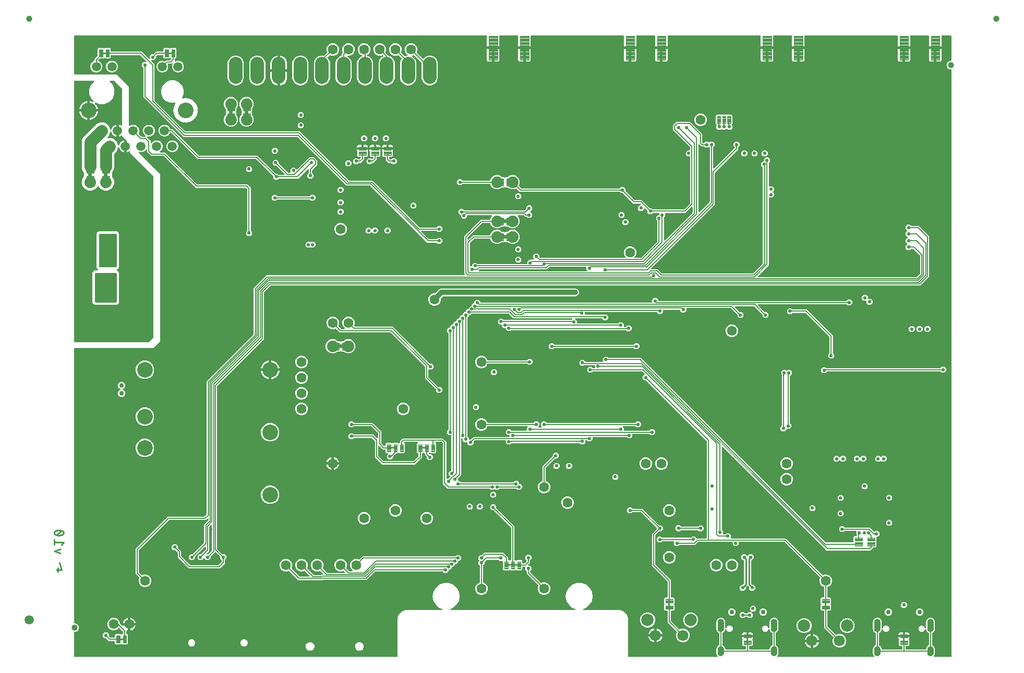
<source format=gbl>
G04 EAGLE Gerber RS-274X export*
G75*
%MOMM*%
%FSLAX34Y34*%
%LPD*%
%INBottom Copper*%
%IPPOS*%
%AMOC8*
5,1,8,0,0,1.08239X$1,22.5*%
G01*
%ADD10C,0.279400*%
%ADD11C,1.000000*%
%ADD12C,0.654000*%
%ADD13C,0.099059*%
%ADD14C,1.600000*%
%ADD15C,0.105000*%
%ADD16C,2.550000*%
%ADD17C,1.500000*%
%ADD18C,0.101600*%
%ADD19C,1.879600*%
%ADD20C,1.800000*%
%ADD21C,2.000000*%
%ADD22C,2.200000*%
%ADD23C,2.540000*%
%ADD24C,0.554000*%
%ADD25C,0.152400*%
%ADD26C,0.754000*%
%ADD27C,0.266700*%
%ADD28C,1.905000*%
%ADD29C,0.812800*%

G36*
X570669Y3057D02*
X570669Y3057D01*
X570727Y3055D01*
X570809Y3077D01*
X570893Y3089D01*
X570946Y3112D01*
X571002Y3127D01*
X571075Y3170D01*
X571152Y3205D01*
X571197Y3243D01*
X571247Y3272D01*
X571305Y3334D01*
X571369Y3388D01*
X571401Y3437D01*
X571441Y3480D01*
X571480Y3555D01*
X571527Y3625D01*
X571544Y3681D01*
X571571Y3733D01*
X571582Y3801D01*
X571612Y3896D01*
X571615Y3996D01*
X571626Y4064D01*
X571626Y66633D01*
X574024Y72421D01*
X578454Y76851D01*
X584242Y79249D01*
X643400Y79249D01*
X643507Y79264D01*
X643614Y79272D01*
X643647Y79284D01*
X643681Y79289D01*
X643780Y79333D01*
X643881Y79370D01*
X643909Y79391D01*
X643941Y79405D01*
X644023Y79475D01*
X644110Y79538D01*
X644131Y79566D01*
X644158Y79588D01*
X644217Y79678D01*
X644283Y79764D01*
X644296Y79796D01*
X644315Y79825D01*
X644348Y79928D01*
X644387Y80028D01*
X644391Y80063D01*
X644401Y80096D01*
X644404Y80204D01*
X644414Y80311D01*
X644408Y80346D01*
X644408Y80380D01*
X644381Y80485D01*
X644361Y80591D01*
X644345Y80622D01*
X644337Y80655D01*
X644282Y80748D01*
X644233Y80844D01*
X644209Y80870D01*
X644191Y80900D01*
X644113Y80974D01*
X644039Y81053D01*
X644012Y81068D01*
X643984Y81094D01*
X643793Y81192D01*
X643747Y81218D01*
X639913Y82613D01*
X634080Y87508D01*
X630273Y94102D01*
X628951Y101600D01*
X630273Y109098D01*
X634080Y115692D01*
X639913Y120587D01*
X647068Y123191D01*
X654682Y123191D01*
X661837Y120587D01*
X667670Y115692D01*
X671477Y109098D01*
X672799Y101600D01*
X671477Y94102D01*
X667670Y87508D01*
X661837Y82613D01*
X658003Y81218D01*
X657908Y81167D01*
X657809Y81123D01*
X657783Y81101D01*
X657752Y81084D01*
X657675Y81009D01*
X657592Y80939D01*
X657573Y80911D01*
X657548Y80886D01*
X657494Y80793D01*
X657435Y80703D01*
X657424Y80670D01*
X657407Y80640D01*
X657381Y80535D01*
X657349Y80432D01*
X657348Y80397D01*
X657340Y80363D01*
X657344Y80256D01*
X657342Y80148D01*
X657350Y80114D01*
X657352Y80079D01*
X657386Y79977D01*
X657413Y79873D01*
X657431Y79843D01*
X657442Y79810D01*
X657504Y79721D01*
X657559Y79628D01*
X657584Y79604D01*
X657604Y79576D01*
X657687Y79508D01*
X657766Y79434D01*
X657797Y79418D01*
X657824Y79396D01*
X657923Y79353D01*
X658019Y79304D01*
X658050Y79299D01*
X658085Y79284D01*
X658298Y79258D01*
X658350Y79249D01*
X859300Y79249D01*
X859407Y79264D01*
X859514Y79272D01*
X859547Y79284D01*
X859581Y79289D01*
X859680Y79333D01*
X859781Y79370D01*
X859809Y79391D01*
X859841Y79405D01*
X859923Y79475D01*
X860010Y79538D01*
X860031Y79566D01*
X860058Y79588D01*
X860117Y79678D01*
X860183Y79764D01*
X860196Y79796D01*
X860215Y79825D01*
X860248Y79928D01*
X860287Y80028D01*
X860291Y80063D01*
X860301Y80096D01*
X860304Y80204D01*
X860314Y80311D01*
X860308Y80346D01*
X860308Y80380D01*
X860281Y80485D01*
X860261Y80591D01*
X860245Y80622D01*
X860237Y80655D01*
X860182Y80748D01*
X860133Y80844D01*
X860109Y80870D01*
X860091Y80900D01*
X860013Y80974D01*
X859939Y81053D01*
X859912Y81068D01*
X859884Y81094D01*
X859693Y81192D01*
X859647Y81218D01*
X855813Y82613D01*
X849980Y87508D01*
X846173Y94102D01*
X844851Y101600D01*
X846173Y109098D01*
X849980Y115692D01*
X855813Y120587D01*
X862968Y123191D01*
X870582Y123191D01*
X877737Y120587D01*
X883570Y115692D01*
X887377Y109098D01*
X888699Y101600D01*
X887377Y94102D01*
X883570Y87508D01*
X877737Y82613D01*
X873903Y81218D01*
X873808Y81167D01*
X873709Y81123D01*
X873683Y81101D01*
X873652Y81084D01*
X873575Y81009D01*
X873492Y80939D01*
X873473Y80911D01*
X873448Y80886D01*
X873394Y80793D01*
X873335Y80703D01*
X873324Y80670D01*
X873307Y80640D01*
X873281Y80535D01*
X873249Y80432D01*
X873248Y80397D01*
X873240Y80363D01*
X873244Y80256D01*
X873242Y80148D01*
X873250Y80114D01*
X873252Y80079D01*
X873286Y79977D01*
X873313Y79873D01*
X873331Y79843D01*
X873342Y79810D01*
X873404Y79721D01*
X873459Y79628D01*
X873484Y79604D01*
X873504Y79576D01*
X873587Y79507D01*
X873666Y79434D01*
X873697Y79418D01*
X873724Y79396D01*
X873823Y79353D01*
X873919Y79304D01*
X873950Y79299D01*
X873985Y79284D01*
X874198Y79258D01*
X874250Y79249D01*
X933408Y79249D01*
X939196Y76851D01*
X943626Y72421D01*
X946024Y66633D01*
X946024Y4064D01*
X946032Y4006D01*
X946030Y3948D01*
X946052Y3866D01*
X946064Y3782D01*
X946087Y3729D01*
X946102Y3673D01*
X946145Y3600D01*
X946180Y3523D01*
X946218Y3478D01*
X946247Y3428D01*
X946309Y3370D01*
X946363Y3306D01*
X946412Y3274D01*
X946455Y3234D01*
X946530Y3195D01*
X946600Y3148D01*
X946656Y3131D01*
X946708Y3104D01*
X946776Y3093D01*
X946871Y3063D01*
X946971Y3060D01*
X947039Y3049D01*
X1090565Y3049D01*
X1090623Y3057D01*
X1090681Y3055D01*
X1090763Y3077D01*
X1090847Y3089D01*
X1090900Y3112D01*
X1090956Y3127D01*
X1091029Y3170D01*
X1091106Y3205D01*
X1091151Y3242D01*
X1091200Y3272D01*
X1091259Y3334D01*
X1091323Y3388D01*
X1091355Y3437D01*
X1091395Y3479D01*
X1091434Y3554D01*
X1091481Y3625D01*
X1091498Y3680D01*
X1091525Y3732D01*
X1091541Y3815D01*
X1091567Y3896D01*
X1091568Y3954D01*
X1091579Y4011D01*
X1091572Y4096D01*
X1091574Y4180D01*
X1091559Y4236D01*
X1091554Y4294D01*
X1091527Y4358D01*
X1091502Y4455D01*
X1091451Y4541D01*
X1091425Y4604D01*
X1091158Y5029D01*
X1091062Y5143D01*
X1091016Y5207D01*
X1090521Y5702D01*
X1090290Y6363D01*
X1090226Y6486D01*
X1090221Y6496D01*
X1090191Y6568D01*
X1089818Y7161D01*
X1089740Y7857D01*
X1089703Y8002D01*
X1089689Y8079D01*
X1089512Y8585D01*
X1089518Y8621D01*
X1089548Y8715D01*
X1089551Y8816D01*
X1089562Y8884D01*
X1089562Y9376D01*
X1089553Y9440D01*
X1089556Y9490D01*
X1089473Y10225D01*
X1089485Y10246D01*
X1089493Y10276D01*
X1089507Y10303D01*
X1089520Y10380D01*
X1089556Y10521D01*
X1089554Y10585D01*
X1089562Y10634D01*
X1089562Y14466D01*
X1089558Y14496D01*
X1089560Y14527D01*
X1089538Y14637D01*
X1089522Y14747D01*
X1089510Y14775D01*
X1089504Y14806D01*
X1089472Y14863D01*
X1089556Y15610D01*
X1089554Y15675D01*
X1089562Y15724D01*
X1089562Y16216D01*
X1089554Y16275D01*
X1089555Y16334D01*
X1089536Y16400D01*
X1089522Y16497D01*
X1089513Y16518D01*
X1089689Y17021D01*
X1089718Y17167D01*
X1089740Y17243D01*
X1089818Y17939D01*
X1090191Y18532D01*
X1090252Y18668D01*
X1090290Y18737D01*
X1090521Y19398D01*
X1091016Y19893D01*
X1091106Y20013D01*
X1091158Y20071D01*
X1091531Y20664D01*
X1092124Y21037D01*
X1092238Y21133D01*
X1092302Y21179D01*
X1092797Y21674D01*
X1093170Y21805D01*
X1093197Y21819D01*
X1093226Y21826D01*
X1093323Y21884D01*
X1093423Y21935D01*
X1093445Y21956D01*
X1093471Y21971D01*
X1093548Y22054D01*
X1093629Y22131D01*
X1093645Y22157D01*
X1093665Y22179D01*
X1093717Y22279D01*
X1093774Y22376D01*
X1093781Y22405D01*
X1093795Y22432D01*
X1093808Y22509D01*
X1093844Y22651D01*
X1093842Y22715D01*
X1093850Y22763D01*
X1093850Y41637D01*
X1093846Y41667D01*
X1093848Y41697D01*
X1093843Y41724D01*
X1093844Y41745D01*
X1093825Y41816D01*
X1093810Y41919D01*
X1093798Y41946D01*
X1093792Y41976D01*
X1093774Y42010D01*
X1093772Y42020D01*
X1093751Y42054D01*
X1093740Y42076D01*
X1093694Y42178D01*
X1093675Y42201D01*
X1093661Y42228D01*
X1093627Y42263D01*
X1093627Y42264D01*
X1093623Y42267D01*
X1093583Y42309D01*
X1093511Y42395D01*
X1093485Y42412D01*
X1093464Y42434D01*
X1093419Y42458D01*
X1093419Y42459D01*
X1093417Y42460D01*
X1093396Y42471D01*
X1093274Y42553D01*
X1093213Y42572D01*
X1093170Y42595D01*
X1092797Y42726D01*
X1092302Y43221D01*
X1092182Y43311D01*
X1092124Y43363D01*
X1091531Y43736D01*
X1091158Y44329D01*
X1091062Y44443D01*
X1091016Y44507D01*
X1090521Y45002D01*
X1090290Y45663D01*
X1090221Y45796D01*
X1090191Y45868D01*
X1089818Y46461D01*
X1089740Y47157D01*
X1089703Y47302D01*
X1089689Y47379D01*
X1089512Y47885D01*
X1089518Y47921D01*
X1089548Y48015D01*
X1089551Y48116D01*
X1089562Y48184D01*
X1089562Y48676D01*
X1089553Y48740D01*
X1089556Y48790D01*
X1089473Y49525D01*
X1089485Y49546D01*
X1089493Y49576D01*
X1089507Y49603D01*
X1089520Y49680D01*
X1089556Y49821D01*
X1089554Y49885D01*
X1089562Y49934D01*
X1089562Y58766D01*
X1089558Y58796D01*
X1089560Y58827D01*
X1089538Y58937D01*
X1089522Y59047D01*
X1089510Y59075D01*
X1089504Y59106D01*
X1089472Y59163D01*
X1089556Y59910D01*
X1089554Y59975D01*
X1089562Y60024D01*
X1089562Y60516D01*
X1089554Y60575D01*
X1089555Y60634D01*
X1089536Y60700D01*
X1089522Y60797D01*
X1089513Y60818D01*
X1089689Y61321D01*
X1089718Y61467D01*
X1089740Y61543D01*
X1089818Y62239D01*
X1090191Y62832D01*
X1090252Y62968D01*
X1090290Y63037D01*
X1090521Y63698D01*
X1091016Y64193D01*
X1091106Y64312D01*
X1091158Y64371D01*
X1091531Y64964D01*
X1091803Y65135D01*
X1092124Y65337D01*
X1092238Y65433D01*
X1092302Y65479D01*
X1092797Y65974D01*
X1093458Y66205D01*
X1093591Y66274D01*
X1093663Y66304D01*
X1094256Y66677D01*
X1094952Y66755D01*
X1095097Y66792D01*
X1095174Y66806D01*
X1095835Y67037D01*
X1096531Y66959D01*
X1096681Y66963D01*
X1096759Y66959D01*
X1097455Y67037D01*
X1098116Y66806D01*
X1098262Y66777D01*
X1098338Y66755D01*
X1099034Y66677D01*
X1099627Y66304D01*
X1099763Y66243D01*
X1099832Y66205D01*
X1100493Y65974D01*
X1100988Y65479D01*
X1101107Y65389D01*
X1101166Y65337D01*
X1101759Y64964D01*
X1102132Y64371D01*
X1102228Y64257D01*
X1102274Y64193D01*
X1102769Y63698D01*
X1103000Y63037D01*
X1103069Y62904D01*
X1103099Y62832D01*
X1103472Y62239D01*
X1103550Y61543D01*
X1103587Y61398D01*
X1103601Y61321D01*
X1103778Y60815D01*
X1103772Y60779D01*
X1103742Y60685D01*
X1103739Y60584D01*
X1103728Y60516D01*
X1103728Y60024D01*
X1103737Y59960D01*
X1103734Y59910D01*
X1103817Y59175D01*
X1103805Y59154D01*
X1103797Y59124D01*
X1103783Y59097D01*
X1103770Y59020D01*
X1103734Y58879D01*
X1103736Y58815D01*
X1103728Y58766D01*
X1103728Y50583D01*
X1103740Y50498D01*
X1103742Y50412D01*
X1103760Y50357D01*
X1103768Y50301D01*
X1103803Y50223D01*
X1103829Y50141D01*
X1103861Y50094D01*
X1103884Y50042D01*
X1103939Y49976D01*
X1103987Y49905D01*
X1104031Y49868D01*
X1104067Y49825D01*
X1104139Y49777D01*
X1104205Y49722D01*
X1104257Y49699D01*
X1104304Y49667D01*
X1104386Y49641D01*
X1104465Y49606D01*
X1104521Y49599D01*
X1104575Y49581D01*
X1104661Y49579D01*
X1104746Y49567D01*
X1104802Y49576D01*
X1104859Y49574D01*
X1104942Y49596D01*
X1105028Y49608D01*
X1105079Y49632D01*
X1105134Y49646D01*
X1105208Y49690D01*
X1105287Y49725D01*
X1105330Y49762D01*
X1105379Y49791D01*
X1105438Y49854D01*
X1105503Y49909D01*
X1105529Y49951D01*
X1105573Y49998D01*
X1105639Y50128D01*
X1105681Y50194D01*
X1106447Y52042D01*
X1107933Y53528D01*
X1109874Y54333D01*
X1111976Y54333D01*
X1113917Y53528D01*
X1115403Y52042D01*
X1116208Y50101D01*
X1116208Y47999D01*
X1115403Y46058D01*
X1113917Y44572D01*
X1111976Y43767D01*
X1109874Y43767D01*
X1107933Y44572D01*
X1106447Y46058D01*
X1105671Y47930D01*
X1105642Y47979D01*
X1105621Y48033D01*
X1105570Y48101D01*
X1105527Y48175D01*
X1105485Y48214D01*
X1105450Y48260D01*
X1105382Y48311D01*
X1105320Y48370D01*
X1105268Y48396D01*
X1105222Y48431D01*
X1105143Y48461D01*
X1105067Y48500D01*
X1105010Y48511D01*
X1104956Y48532D01*
X1104872Y48538D01*
X1104788Y48555D01*
X1104731Y48550D01*
X1104673Y48555D01*
X1104590Y48538D01*
X1104505Y48530D01*
X1104451Y48510D01*
X1104394Y48498D01*
X1104319Y48459D01*
X1104240Y48428D01*
X1104194Y48394D01*
X1104142Y48367D01*
X1104081Y48308D01*
X1104013Y48257D01*
X1103978Y48211D01*
X1103937Y48171D01*
X1103903Y48110D01*
X1103843Y48029D01*
X1103808Y47937D01*
X1103775Y47877D01*
X1103601Y47379D01*
X1103572Y47233D01*
X1103550Y47157D01*
X1103472Y46461D01*
X1103099Y45868D01*
X1103038Y45732D01*
X1103000Y45663D01*
X1102769Y45002D01*
X1102274Y44507D01*
X1102184Y44388D01*
X1102132Y44329D01*
X1101759Y43736D01*
X1101388Y43503D01*
X1101166Y43363D01*
X1101052Y43267D01*
X1100988Y43221D01*
X1100493Y42726D01*
X1100120Y42595D01*
X1100093Y42581D01*
X1100064Y42574D01*
X1099967Y42516D01*
X1099867Y42465D01*
X1099845Y42444D01*
X1099819Y42429D01*
X1099742Y42347D01*
X1099661Y42269D01*
X1099645Y42243D01*
X1099625Y42221D01*
X1099573Y42121D01*
X1099558Y42095D01*
X1099539Y42067D01*
X1099537Y42059D01*
X1099517Y42024D01*
X1099509Y41995D01*
X1099495Y41968D01*
X1099482Y41891D01*
X1099476Y41867D01*
X1099454Y41796D01*
X1099453Y41778D01*
X1099446Y41749D01*
X1099448Y41685D01*
X1099440Y41637D01*
X1099440Y22763D01*
X1099444Y22733D01*
X1099442Y22703D01*
X1099464Y22593D01*
X1099480Y22481D01*
X1099492Y22454D01*
X1099498Y22424D01*
X1099550Y22324D01*
X1099596Y22222D01*
X1099615Y22199D01*
X1099629Y22172D01*
X1099707Y22091D01*
X1099779Y22005D01*
X1099805Y21988D01*
X1099826Y21966D01*
X1099894Y21929D01*
X1100016Y21847D01*
X1100077Y21828D01*
X1100120Y21805D01*
X1100493Y21674D01*
X1100988Y21179D01*
X1101108Y21089D01*
X1101166Y21037D01*
X1101759Y20664D01*
X1102132Y20071D01*
X1102228Y19957D01*
X1102274Y19893D01*
X1102769Y19398D01*
X1103000Y18737D01*
X1103069Y18604D01*
X1103099Y18532D01*
X1103472Y17939D01*
X1103550Y17243D01*
X1103587Y17098D01*
X1103601Y17021D01*
X1103783Y16499D01*
X1103784Y16497D01*
X1103785Y16495D01*
X1103809Y16427D01*
X1103807Y16377D01*
X1103804Y16246D01*
X1103804Y16245D01*
X1103804Y16244D01*
X1103842Y16098D01*
X1103875Y15970D01*
X1103876Y15969D01*
X1103945Y15852D01*
X1104020Y15726D01*
X1104020Y15725D01*
X1104021Y15724D01*
X1104129Y15623D01*
X1104227Y15531D01*
X1104227Y15530D01*
X1104228Y15530D01*
X1104354Y15465D01*
X1104479Y15401D01*
X1104480Y15401D01*
X1104481Y15400D01*
X1104491Y15399D01*
X1104758Y15346D01*
X1104788Y15349D01*
X1104812Y15345D01*
X1136015Y15345D01*
X1136073Y15353D01*
X1136131Y15351D01*
X1136213Y15373D01*
X1136297Y15385D01*
X1136350Y15408D01*
X1136406Y15423D01*
X1136479Y15466D01*
X1136556Y15501D01*
X1136601Y15539D01*
X1136651Y15568D01*
X1136709Y15630D01*
X1136773Y15684D01*
X1136805Y15733D01*
X1136845Y15776D01*
X1136884Y15851D01*
X1136931Y15921D01*
X1136948Y15977D01*
X1136975Y16029D01*
X1136986Y16097D01*
X1137016Y16192D01*
X1137019Y16292D01*
X1137030Y16360D01*
X1137030Y20193D01*
X1137022Y20251D01*
X1137024Y20309D01*
X1137002Y20391D01*
X1136990Y20475D01*
X1136967Y20528D01*
X1136952Y20584D01*
X1136909Y20657D01*
X1136874Y20734D01*
X1136836Y20779D01*
X1136807Y20829D01*
X1136745Y20887D01*
X1136691Y20951D01*
X1136642Y20983D01*
X1136599Y21023D01*
X1136524Y21062D01*
X1136454Y21109D01*
X1136398Y21126D01*
X1136346Y21153D01*
X1136278Y21164D01*
X1136183Y21194D01*
X1136083Y21197D01*
X1136015Y21208D01*
X1132923Y21208D01*
X1131442Y22689D01*
X1131442Y30397D01*
X1131718Y30673D01*
X1131753Y30720D01*
X1131796Y30760D01*
X1131839Y30833D01*
X1131889Y30900D01*
X1131910Y30955D01*
X1131940Y31005D01*
X1131960Y31087D01*
X1131990Y31166D01*
X1131995Y31224D01*
X1132010Y31281D01*
X1132007Y31365D01*
X1132014Y31449D01*
X1132002Y31506D01*
X1132001Y31565D01*
X1131975Y31645D01*
X1131958Y31728D01*
X1131931Y31780D01*
X1131913Y31835D01*
X1131873Y31891D01*
X1131827Y31980D01*
X1131758Y32053D01*
X1131718Y32109D01*
X1131541Y32286D01*
X1131141Y32978D01*
X1130934Y33751D01*
X1130934Y35307D01*
X1138492Y35307D01*
X1138492Y24765D01*
X1138504Y24746D01*
X1138508Y24724D01*
X1138523Y24717D01*
X1138529Y24708D01*
X1138539Y24709D01*
X1138555Y24702D01*
X1141095Y24702D01*
X1141114Y24714D01*
X1141136Y24718D01*
X1141143Y24733D01*
X1141152Y24739D01*
X1141151Y24749D01*
X1141158Y24765D01*
X1141158Y35307D01*
X1148716Y35307D01*
X1148716Y33751D01*
X1148509Y32978D01*
X1148109Y32286D01*
X1147932Y32109D01*
X1147897Y32062D01*
X1147854Y32022D01*
X1147811Y31949D01*
X1147761Y31882D01*
X1147740Y31827D01*
X1147710Y31776D01*
X1147690Y31695D01*
X1147660Y31616D01*
X1147655Y31558D01*
X1147640Y31501D01*
X1147643Y31417D01*
X1147636Y31333D01*
X1147648Y31275D01*
X1147649Y31217D01*
X1147675Y31136D01*
X1147692Y31054D01*
X1147719Y31002D01*
X1147737Y30946D01*
X1147777Y30890D01*
X1147823Y30801D01*
X1147892Y30729D01*
X1147932Y30673D01*
X1148208Y30397D01*
X1148208Y22689D01*
X1146727Y21208D01*
X1143635Y21208D01*
X1143577Y21200D01*
X1143519Y21202D01*
X1143437Y21180D01*
X1143353Y21168D01*
X1143300Y21145D01*
X1143244Y21130D01*
X1143171Y21087D01*
X1143094Y21052D01*
X1143049Y21014D01*
X1142999Y20985D01*
X1142941Y20923D01*
X1142877Y20869D01*
X1142845Y20820D01*
X1142805Y20777D01*
X1142766Y20702D01*
X1142719Y20632D01*
X1142702Y20576D01*
X1142675Y20524D01*
X1142664Y20456D01*
X1142634Y20361D01*
X1142631Y20261D01*
X1142620Y20193D01*
X1142620Y16360D01*
X1142628Y16302D01*
X1142626Y16244D01*
X1142648Y16162D01*
X1142660Y16078D01*
X1142683Y16025D01*
X1142698Y15969D01*
X1142741Y15896D01*
X1142776Y15819D01*
X1142814Y15774D01*
X1142843Y15724D01*
X1142905Y15666D01*
X1142959Y15602D01*
X1143008Y15570D01*
X1143051Y15530D01*
X1143126Y15491D01*
X1143196Y15444D01*
X1143252Y15427D01*
X1143304Y15400D01*
X1143372Y15389D01*
X1143467Y15359D01*
X1143567Y15356D01*
X1143635Y15345D01*
X1174838Y15345D01*
X1174839Y15345D01*
X1174840Y15345D01*
X1174980Y15365D01*
X1175119Y15385D01*
X1175120Y15385D01*
X1175121Y15385D01*
X1175247Y15442D01*
X1175379Y15501D01*
X1175379Y15502D01*
X1175380Y15502D01*
X1175488Y15594D01*
X1175596Y15684D01*
X1175596Y15685D01*
X1175597Y15686D01*
X1175677Y15807D01*
X1175753Y15921D01*
X1175753Y15922D01*
X1175754Y15923D01*
X1175797Y16061D01*
X1175839Y16192D01*
X1175839Y16193D01*
X1175839Y16194D01*
X1175843Y16334D01*
X1175845Y16438D01*
X1175865Y16495D01*
X1175866Y16498D01*
X1175867Y16499D01*
X1176049Y17021D01*
X1176078Y17167D01*
X1176100Y17243D01*
X1176178Y17939D01*
X1176551Y18532D01*
X1176612Y18668D01*
X1176650Y18737D01*
X1176881Y19398D01*
X1177376Y19893D01*
X1177466Y20012D01*
X1177518Y20071D01*
X1177891Y20664D01*
X1178484Y21037D01*
X1178598Y21133D01*
X1178662Y21179D01*
X1179157Y21674D01*
X1179530Y21805D01*
X1179557Y21819D01*
X1179586Y21826D01*
X1179683Y21884D01*
X1179783Y21935D01*
X1179805Y21956D01*
X1179831Y21971D01*
X1179908Y22054D01*
X1179989Y22131D01*
X1180005Y22157D01*
X1180025Y22179D01*
X1180077Y22279D01*
X1180134Y22376D01*
X1180141Y22405D01*
X1180155Y22432D01*
X1180168Y22509D01*
X1180204Y22651D01*
X1180202Y22715D01*
X1180210Y22763D01*
X1180210Y41637D01*
X1180206Y41667D01*
X1180208Y41697D01*
X1180203Y41724D01*
X1180204Y41745D01*
X1180185Y41816D01*
X1180170Y41919D01*
X1180158Y41946D01*
X1180152Y41976D01*
X1180134Y42010D01*
X1180132Y42020D01*
X1180111Y42054D01*
X1180100Y42075D01*
X1180054Y42178D01*
X1180035Y42201D01*
X1180021Y42228D01*
X1179987Y42263D01*
X1179987Y42264D01*
X1179983Y42267D01*
X1179943Y42309D01*
X1179871Y42395D01*
X1179845Y42412D01*
X1179824Y42434D01*
X1179779Y42458D01*
X1179779Y42459D01*
X1179778Y42459D01*
X1179756Y42471D01*
X1179634Y42553D01*
X1179573Y42572D01*
X1179530Y42595D01*
X1179157Y42726D01*
X1178662Y43221D01*
X1178543Y43311D01*
X1178484Y43363D01*
X1177891Y43736D01*
X1177518Y44329D01*
X1177422Y44443D01*
X1177376Y44507D01*
X1176881Y45002D01*
X1176650Y45663D01*
X1176581Y45796D01*
X1176551Y45868D01*
X1176178Y46461D01*
X1176100Y47157D01*
X1176063Y47302D01*
X1176049Y47379D01*
X1175875Y47876D01*
X1175849Y47928D01*
X1175831Y47983D01*
X1175784Y48054D01*
X1175745Y48129D01*
X1175705Y48171D01*
X1175673Y48219D01*
X1175608Y48274D01*
X1175549Y48335D01*
X1175499Y48365D01*
X1175455Y48402D01*
X1175377Y48437D01*
X1175304Y48480D01*
X1175248Y48494D01*
X1175195Y48517D01*
X1175111Y48529D01*
X1175029Y48550D01*
X1174971Y48548D01*
X1174914Y48556D01*
X1174830Y48544D01*
X1174745Y48542D01*
X1174690Y48524D01*
X1174632Y48516D01*
X1174555Y48481D01*
X1174474Y48455D01*
X1174426Y48422D01*
X1174373Y48399D01*
X1174309Y48344D01*
X1174238Y48296D01*
X1174201Y48252D01*
X1174157Y48214D01*
X1174120Y48155D01*
X1174055Y48078D01*
X1174015Y47988D01*
X1173979Y47930D01*
X1173203Y46058D01*
X1171717Y44572D01*
X1169776Y43767D01*
X1167674Y43767D01*
X1165733Y44572D01*
X1164247Y46058D01*
X1163442Y47999D01*
X1163442Y50101D01*
X1164247Y52042D01*
X1165733Y53528D01*
X1167674Y54333D01*
X1169776Y54333D01*
X1171717Y53528D01*
X1173203Y52042D01*
X1173969Y50194D01*
X1174013Y50120D01*
X1174048Y50042D01*
X1174085Y49998D01*
X1174114Y49949D01*
X1174176Y49890D01*
X1174232Y49825D01*
X1174279Y49793D01*
X1174320Y49754D01*
X1174397Y49715D01*
X1174468Y49667D01*
X1174522Y49650D01*
X1174573Y49624D01*
X1174657Y49607D01*
X1174739Y49581D01*
X1174796Y49580D01*
X1174852Y49569D01*
X1174937Y49576D01*
X1175023Y49574D01*
X1175078Y49588D01*
X1175135Y49593D01*
X1175215Y49624D01*
X1175298Y49646D01*
X1175347Y49675D01*
X1175400Y49695D01*
X1175469Y49747D01*
X1175543Y49791D01*
X1175582Y49833D01*
X1175627Y49867D01*
X1175678Y49936D01*
X1175737Y49998D01*
X1175763Y50049D01*
X1175797Y50095D01*
X1175828Y50175D01*
X1175867Y50252D01*
X1175875Y50300D01*
X1175898Y50361D01*
X1175909Y50505D01*
X1175922Y50583D01*
X1175922Y58766D01*
X1175918Y58796D01*
X1175920Y58827D01*
X1175898Y58937D01*
X1175882Y59047D01*
X1175870Y59075D01*
X1175864Y59106D01*
X1175832Y59163D01*
X1175916Y59910D01*
X1175914Y59975D01*
X1175922Y60024D01*
X1175922Y60516D01*
X1175914Y60575D01*
X1175915Y60634D01*
X1175896Y60700D01*
X1175882Y60797D01*
X1175873Y60818D01*
X1176049Y61321D01*
X1176078Y61467D01*
X1176100Y61543D01*
X1176178Y62239D01*
X1176551Y62832D01*
X1176612Y62968D01*
X1176650Y63037D01*
X1176881Y63698D01*
X1177376Y64193D01*
X1177466Y64312D01*
X1177518Y64371D01*
X1177891Y64964D01*
X1178484Y65337D01*
X1178598Y65433D01*
X1178662Y65479D01*
X1179157Y65974D01*
X1179818Y66205D01*
X1179951Y66274D01*
X1180023Y66304D01*
X1180616Y66677D01*
X1181312Y66755D01*
X1181457Y66792D01*
X1181534Y66806D01*
X1182195Y67037D01*
X1182891Y66959D01*
X1183041Y66963D01*
X1183119Y66959D01*
X1183815Y67037D01*
X1184476Y66806D01*
X1184622Y66777D01*
X1184698Y66755D01*
X1185394Y66677D01*
X1185987Y66304D01*
X1186123Y66243D01*
X1186192Y66205D01*
X1186853Y65974D01*
X1187348Y65479D01*
X1187467Y65389D01*
X1187526Y65337D01*
X1188119Y64964D01*
X1188492Y64371D01*
X1188588Y64257D01*
X1188634Y64193D01*
X1189129Y63698D01*
X1189360Y63037D01*
X1189429Y62904D01*
X1189459Y62832D01*
X1189832Y62239D01*
X1189910Y61543D01*
X1189947Y61398D01*
X1189961Y61321D01*
X1190138Y60815D01*
X1190132Y60779D01*
X1190102Y60685D01*
X1190099Y60584D01*
X1190088Y60516D01*
X1190088Y60024D01*
X1190097Y59960D01*
X1190094Y59910D01*
X1190177Y59175D01*
X1190165Y59154D01*
X1190157Y59124D01*
X1190143Y59097D01*
X1190130Y59020D01*
X1190094Y58879D01*
X1190096Y58815D01*
X1190088Y58766D01*
X1190088Y49934D01*
X1190092Y49904D01*
X1190090Y49873D01*
X1190112Y49763D01*
X1190128Y49653D01*
X1190140Y49625D01*
X1190146Y49594D01*
X1190178Y49537D01*
X1190094Y48790D01*
X1190096Y48725D01*
X1190088Y48676D01*
X1190088Y48184D01*
X1190096Y48125D01*
X1190095Y48066D01*
X1190114Y48000D01*
X1190128Y47903D01*
X1190137Y47882D01*
X1189961Y47379D01*
X1189932Y47233D01*
X1189910Y47157D01*
X1189832Y46461D01*
X1189459Y45868D01*
X1189398Y45732D01*
X1189360Y45663D01*
X1189129Y45002D01*
X1188634Y44507D01*
X1188544Y44388D01*
X1188492Y44329D01*
X1188119Y43736D01*
X1187748Y43503D01*
X1187526Y43363D01*
X1187412Y43267D01*
X1187348Y43221D01*
X1186853Y42726D01*
X1186480Y42595D01*
X1186453Y42581D01*
X1186424Y42574D01*
X1186327Y42516D01*
X1186227Y42465D01*
X1186205Y42444D01*
X1186179Y42429D01*
X1186102Y42347D01*
X1186021Y42269D01*
X1186005Y42243D01*
X1185985Y42221D01*
X1185933Y42121D01*
X1185918Y42095D01*
X1185899Y42067D01*
X1185897Y42059D01*
X1185877Y42024D01*
X1185869Y41995D01*
X1185855Y41968D01*
X1185842Y41891D01*
X1185836Y41867D01*
X1185814Y41796D01*
X1185813Y41778D01*
X1185806Y41749D01*
X1185808Y41685D01*
X1185800Y41637D01*
X1185800Y22763D01*
X1185804Y22733D01*
X1185802Y22703D01*
X1185824Y22593D01*
X1185840Y22481D01*
X1185852Y22454D01*
X1185858Y22424D01*
X1185910Y22324D01*
X1185956Y22222D01*
X1185975Y22199D01*
X1185989Y22172D01*
X1186067Y22091D01*
X1186139Y22005D01*
X1186165Y21988D01*
X1186186Y21966D01*
X1186254Y21929D01*
X1186376Y21847D01*
X1186437Y21828D01*
X1186480Y21805D01*
X1186853Y21674D01*
X1187348Y21179D01*
X1187467Y21089D01*
X1187526Y21037D01*
X1188119Y20664D01*
X1188492Y20071D01*
X1188588Y19957D01*
X1188634Y19893D01*
X1189129Y19398D01*
X1189360Y18737D01*
X1189429Y18604D01*
X1189459Y18532D01*
X1189832Y17939D01*
X1189910Y17243D01*
X1189947Y17098D01*
X1189961Y17021D01*
X1190138Y16515D01*
X1190132Y16479D01*
X1190102Y16385D01*
X1190099Y16284D01*
X1190088Y16216D01*
X1190088Y15724D01*
X1190097Y15660D01*
X1190094Y15610D01*
X1190177Y14875D01*
X1190165Y14854D01*
X1190157Y14824D01*
X1190143Y14797D01*
X1190130Y14720D01*
X1190094Y14579D01*
X1190096Y14515D01*
X1190088Y14466D01*
X1190088Y10634D01*
X1190092Y10604D01*
X1190090Y10573D01*
X1190112Y10463D01*
X1190128Y10353D01*
X1190140Y10325D01*
X1190146Y10294D01*
X1190178Y10237D01*
X1190094Y9490D01*
X1190096Y9425D01*
X1190088Y9376D01*
X1190088Y8884D01*
X1190096Y8825D01*
X1190095Y8766D01*
X1190114Y8700D01*
X1190128Y8603D01*
X1190137Y8582D01*
X1189961Y8079D01*
X1189932Y7933D01*
X1189910Y7857D01*
X1189832Y7161D01*
X1189459Y6568D01*
X1189398Y6432D01*
X1189360Y6363D01*
X1189129Y5702D01*
X1188634Y5207D01*
X1188544Y5088D01*
X1188492Y5029D01*
X1188225Y4604D01*
X1188201Y4551D01*
X1188169Y4503D01*
X1188144Y4422D01*
X1188109Y4345D01*
X1188101Y4287D01*
X1188083Y4232D01*
X1188081Y4147D01*
X1188069Y4063D01*
X1188078Y4006D01*
X1188076Y3948D01*
X1188098Y3866D01*
X1188109Y3782D01*
X1188133Y3729D01*
X1188148Y3673D01*
X1188191Y3600D01*
X1188226Y3522D01*
X1188264Y3478D01*
X1188293Y3428D01*
X1188355Y3370D01*
X1188410Y3305D01*
X1188458Y3273D01*
X1188500Y3234D01*
X1188576Y3195D01*
X1188647Y3148D01*
X1188702Y3131D01*
X1188754Y3104D01*
X1188822Y3093D01*
X1188918Y3063D01*
X1189017Y3060D01*
X1189085Y3049D01*
X1344565Y3049D01*
X1344623Y3057D01*
X1344681Y3055D01*
X1344763Y3077D01*
X1344847Y3089D01*
X1344900Y3112D01*
X1344956Y3127D01*
X1345029Y3170D01*
X1345106Y3205D01*
X1345151Y3242D01*
X1345200Y3272D01*
X1345258Y3334D01*
X1345323Y3388D01*
X1345355Y3437D01*
X1345395Y3479D01*
X1345434Y3554D01*
X1345481Y3625D01*
X1345498Y3681D01*
X1345525Y3732D01*
X1345541Y3815D01*
X1345567Y3896D01*
X1345568Y3954D01*
X1345579Y4011D01*
X1345572Y4096D01*
X1345574Y4180D01*
X1345559Y4236D01*
X1345554Y4294D01*
X1345527Y4358D01*
X1345502Y4455D01*
X1345452Y4541D01*
X1345425Y4604D01*
X1345158Y5029D01*
X1345062Y5143D01*
X1345016Y5207D01*
X1344521Y5702D01*
X1344290Y6363D01*
X1344226Y6486D01*
X1344221Y6496D01*
X1344191Y6568D01*
X1343818Y7161D01*
X1343740Y7857D01*
X1343703Y8002D01*
X1343689Y8079D01*
X1343512Y8585D01*
X1343518Y8621D01*
X1343548Y8715D01*
X1343551Y8816D01*
X1343562Y8884D01*
X1343562Y9376D01*
X1343553Y9440D01*
X1343556Y9490D01*
X1343473Y10225D01*
X1343485Y10246D01*
X1343493Y10276D01*
X1343507Y10303D01*
X1343520Y10380D01*
X1343556Y10521D01*
X1343554Y10585D01*
X1343562Y10634D01*
X1343562Y14466D01*
X1343558Y14496D01*
X1343560Y14527D01*
X1343538Y14637D01*
X1343522Y14747D01*
X1343510Y14775D01*
X1343504Y14806D01*
X1343472Y14863D01*
X1343556Y15610D01*
X1343554Y15675D01*
X1343562Y15724D01*
X1343562Y16216D01*
X1343554Y16275D01*
X1343555Y16334D01*
X1343536Y16400D01*
X1343522Y16497D01*
X1343513Y16518D01*
X1343689Y17021D01*
X1343718Y17167D01*
X1343740Y17243D01*
X1343818Y17939D01*
X1344191Y18532D01*
X1344252Y18668D01*
X1344290Y18737D01*
X1344521Y19398D01*
X1345016Y19893D01*
X1345106Y20012D01*
X1345158Y20071D01*
X1345531Y20664D01*
X1346124Y21037D01*
X1346238Y21133D01*
X1346302Y21179D01*
X1346797Y21674D01*
X1347170Y21805D01*
X1347197Y21819D01*
X1347226Y21826D01*
X1347323Y21884D01*
X1347423Y21935D01*
X1347445Y21956D01*
X1347471Y21971D01*
X1347548Y22053D01*
X1347629Y22131D01*
X1347645Y22157D01*
X1347665Y22179D01*
X1347717Y22279D01*
X1347773Y22376D01*
X1347781Y22405D01*
X1347795Y22432D01*
X1347808Y22509D01*
X1347844Y22651D01*
X1347842Y22715D01*
X1347850Y22763D01*
X1347850Y41637D01*
X1347846Y41667D01*
X1347848Y41697D01*
X1347843Y41724D01*
X1347844Y41745D01*
X1347825Y41816D01*
X1347810Y41919D01*
X1347798Y41946D01*
X1347792Y41976D01*
X1347774Y42010D01*
X1347772Y42020D01*
X1347751Y42054D01*
X1347740Y42075D01*
X1347694Y42178D01*
X1347675Y42201D01*
X1347661Y42228D01*
X1347627Y42263D01*
X1347627Y42264D01*
X1347623Y42267D01*
X1347583Y42309D01*
X1347511Y42395D01*
X1347485Y42412D01*
X1347464Y42434D01*
X1347419Y42458D01*
X1347419Y42459D01*
X1347418Y42459D01*
X1347396Y42471D01*
X1347274Y42553D01*
X1347213Y42572D01*
X1347170Y42595D01*
X1346797Y42726D01*
X1346302Y43221D01*
X1346183Y43311D01*
X1346124Y43363D01*
X1345531Y43736D01*
X1345158Y44329D01*
X1345062Y44443D01*
X1345016Y44507D01*
X1344521Y45002D01*
X1344290Y45663D01*
X1344221Y45796D01*
X1344191Y45868D01*
X1343818Y46461D01*
X1343740Y47157D01*
X1343703Y47302D01*
X1343689Y47379D01*
X1343512Y47885D01*
X1343518Y47921D01*
X1343548Y48015D01*
X1343551Y48116D01*
X1343562Y48184D01*
X1343562Y48676D01*
X1343553Y48740D01*
X1343556Y48790D01*
X1343473Y49525D01*
X1343485Y49546D01*
X1343493Y49576D01*
X1343507Y49603D01*
X1343520Y49680D01*
X1343556Y49821D01*
X1343554Y49885D01*
X1343562Y49934D01*
X1343562Y58766D01*
X1343558Y58796D01*
X1343560Y58827D01*
X1343538Y58937D01*
X1343522Y59047D01*
X1343510Y59075D01*
X1343504Y59105D01*
X1343472Y59163D01*
X1343556Y59910D01*
X1343554Y59975D01*
X1343562Y60024D01*
X1343562Y60516D01*
X1343554Y60575D01*
X1343555Y60634D01*
X1343536Y60700D01*
X1343522Y60797D01*
X1343513Y60818D01*
X1343689Y61321D01*
X1343718Y61467D01*
X1343740Y61543D01*
X1343818Y62239D01*
X1344191Y62832D01*
X1344252Y62968D01*
X1344290Y63037D01*
X1344521Y63698D01*
X1345016Y64193D01*
X1345106Y64313D01*
X1345158Y64371D01*
X1345531Y64964D01*
X1346124Y65337D01*
X1346238Y65433D01*
X1346302Y65479D01*
X1346797Y65974D01*
X1347458Y66205D01*
X1347591Y66274D01*
X1347663Y66304D01*
X1348256Y66677D01*
X1348952Y66755D01*
X1349097Y66792D01*
X1349174Y66806D01*
X1349835Y67037D01*
X1350531Y66959D01*
X1350681Y66963D01*
X1350759Y66959D01*
X1351455Y67037D01*
X1352116Y66806D01*
X1352262Y66777D01*
X1352338Y66755D01*
X1353034Y66677D01*
X1353627Y66304D01*
X1353763Y66243D01*
X1353832Y66205D01*
X1354493Y65974D01*
X1354988Y65479D01*
X1355107Y65389D01*
X1355166Y65337D01*
X1355759Y64964D01*
X1356132Y64371D01*
X1356228Y64257D01*
X1356274Y64193D01*
X1356769Y63698D01*
X1357000Y63037D01*
X1357069Y62904D01*
X1357099Y62832D01*
X1357472Y62239D01*
X1357550Y61543D01*
X1357587Y61398D01*
X1357601Y61321D01*
X1357778Y60815D01*
X1357772Y60779D01*
X1357742Y60685D01*
X1357739Y60584D01*
X1357728Y60516D01*
X1357728Y60024D01*
X1357737Y59960D01*
X1357734Y59910D01*
X1357817Y59175D01*
X1357805Y59154D01*
X1357797Y59124D01*
X1357783Y59097D01*
X1357770Y59020D01*
X1357734Y58879D01*
X1357736Y58815D01*
X1357728Y58766D01*
X1357728Y50583D01*
X1357740Y50498D01*
X1357742Y50412D01*
X1357760Y50358D01*
X1357768Y50301D01*
X1357803Y50223D01*
X1357829Y50141D01*
X1357861Y50094D01*
X1357884Y50042D01*
X1357939Y49976D01*
X1357987Y49905D01*
X1358031Y49868D01*
X1358067Y49825D01*
X1358139Y49777D01*
X1358205Y49722D01*
X1358257Y49699D01*
X1358304Y49667D01*
X1358386Y49641D01*
X1358465Y49606D01*
X1358521Y49599D01*
X1358575Y49581D01*
X1358661Y49579D01*
X1358746Y49567D01*
X1358802Y49576D01*
X1358859Y49574D01*
X1358942Y49596D01*
X1359027Y49608D01*
X1359079Y49632D01*
X1359134Y49646D01*
X1359208Y49690D01*
X1359287Y49725D01*
X1359330Y49762D01*
X1359379Y49791D01*
X1359438Y49854D01*
X1359503Y49910D01*
X1359529Y49951D01*
X1359573Y49998D01*
X1359639Y50128D01*
X1359681Y50194D01*
X1360447Y52042D01*
X1361933Y53528D01*
X1363874Y54333D01*
X1365976Y54333D01*
X1367917Y53528D01*
X1369403Y52042D01*
X1370208Y50101D01*
X1370208Y47999D01*
X1369403Y46058D01*
X1367917Y44572D01*
X1365976Y43767D01*
X1363874Y43767D01*
X1361933Y44572D01*
X1360447Y46058D01*
X1359671Y47930D01*
X1359642Y47979D01*
X1359621Y48033D01*
X1359570Y48101D01*
X1359527Y48175D01*
X1359485Y48214D01*
X1359450Y48260D01*
X1359382Y48311D01*
X1359320Y48370D01*
X1359268Y48396D01*
X1359222Y48431D01*
X1359143Y48461D01*
X1359067Y48500D01*
X1359010Y48511D01*
X1358956Y48532D01*
X1358872Y48538D01*
X1358788Y48555D01*
X1358731Y48550D01*
X1358673Y48555D01*
X1358590Y48538D01*
X1358505Y48530D01*
X1358451Y48510D01*
X1358394Y48498D01*
X1358319Y48459D01*
X1358240Y48428D01*
X1358194Y48394D01*
X1358142Y48367D01*
X1358081Y48308D01*
X1358013Y48257D01*
X1357978Y48211D01*
X1357937Y48171D01*
X1357903Y48110D01*
X1357843Y48029D01*
X1357808Y47937D01*
X1357775Y47877D01*
X1357601Y47379D01*
X1357572Y47233D01*
X1357550Y47157D01*
X1357472Y46461D01*
X1357099Y45868D01*
X1357038Y45732D01*
X1357000Y45663D01*
X1356769Y45002D01*
X1356274Y44507D01*
X1356184Y44388D01*
X1356132Y44329D01*
X1355759Y43736D01*
X1355166Y43363D01*
X1355052Y43267D01*
X1354988Y43221D01*
X1354493Y42726D01*
X1354120Y42595D01*
X1354093Y42581D01*
X1354064Y42574D01*
X1353967Y42516D01*
X1353867Y42465D01*
X1353845Y42444D01*
X1353819Y42429D01*
X1353742Y42347D01*
X1353661Y42269D01*
X1353645Y42243D01*
X1353625Y42221D01*
X1353573Y42121D01*
X1353558Y42095D01*
X1353539Y42067D01*
X1353537Y42059D01*
X1353517Y42024D01*
X1353509Y41995D01*
X1353495Y41968D01*
X1353482Y41891D01*
X1353476Y41867D01*
X1353454Y41796D01*
X1353453Y41778D01*
X1353446Y41749D01*
X1353448Y41685D01*
X1353440Y41637D01*
X1353440Y22763D01*
X1353444Y22733D01*
X1353442Y22703D01*
X1353464Y22593D01*
X1353480Y22481D01*
X1353492Y22454D01*
X1353498Y22424D01*
X1353550Y22325D01*
X1353596Y22222D01*
X1353615Y22199D01*
X1353629Y22172D01*
X1353707Y22091D01*
X1353779Y22005D01*
X1353805Y21988D01*
X1353826Y21966D01*
X1353894Y21929D01*
X1354016Y21847D01*
X1354077Y21828D01*
X1354120Y21805D01*
X1354493Y21674D01*
X1354988Y21179D01*
X1355107Y21089D01*
X1355166Y21037D01*
X1355759Y20664D01*
X1356132Y20071D01*
X1356228Y19957D01*
X1356274Y19893D01*
X1356769Y19398D01*
X1357000Y18737D01*
X1357069Y18604D01*
X1357099Y18532D01*
X1357472Y17939D01*
X1357550Y17243D01*
X1357587Y17098D01*
X1357601Y17021D01*
X1357783Y16499D01*
X1357784Y16497D01*
X1357785Y16495D01*
X1357809Y16427D01*
X1357807Y16377D01*
X1357804Y16246D01*
X1357804Y16245D01*
X1357804Y16244D01*
X1357842Y16098D01*
X1357875Y15970D01*
X1357876Y15969D01*
X1357945Y15852D01*
X1358020Y15726D01*
X1358020Y15725D01*
X1358021Y15724D01*
X1358129Y15623D01*
X1358227Y15531D01*
X1358227Y15530D01*
X1358228Y15530D01*
X1358354Y15465D01*
X1358479Y15401D01*
X1358480Y15401D01*
X1358481Y15400D01*
X1358491Y15399D01*
X1358758Y15346D01*
X1358788Y15349D01*
X1358812Y15345D01*
X1390015Y15345D01*
X1390073Y15353D01*
X1390131Y15351D01*
X1390213Y15373D01*
X1390297Y15385D01*
X1390350Y15408D01*
X1390406Y15423D01*
X1390479Y15466D01*
X1390556Y15501D01*
X1390601Y15539D01*
X1390651Y15568D01*
X1390709Y15630D01*
X1390773Y15684D01*
X1390805Y15733D01*
X1390845Y15776D01*
X1390884Y15851D01*
X1390931Y15921D01*
X1390948Y15977D01*
X1390975Y16029D01*
X1390986Y16097D01*
X1391016Y16192D01*
X1391019Y16292D01*
X1391030Y16360D01*
X1391030Y20193D01*
X1391022Y20251D01*
X1391024Y20309D01*
X1391002Y20391D01*
X1390990Y20475D01*
X1390967Y20528D01*
X1390952Y20584D01*
X1390909Y20657D01*
X1390874Y20734D01*
X1390836Y20779D01*
X1390807Y20829D01*
X1390745Y20887D01*
X1390691Y20951D01*
X1390642Y20983D01*
X1390599Y21023D01*
X1390524Y21062D01*
X1390454Y21109D01*
X1390398Y21126D01*
X1390346Y21153D01*
X1390278Y21164D01*
X1390183Y21194D01*
X1390083Y21197D01*
X1390015Y21208D01*
X1386923Y21208D01*
X1385442Y22689D01*
X1385442Y30397D01*
X1385718Y30673D01*
X1385753Y30720D01*
X1385796Y30760D01*
X1385839Y30833D01*
X1385889Y30900D01*
X1385910Y30955D01*
X1385940Y31005D01*
X1385960Y31087D01*
X1385990Y31166D01*
X1385995Y31224D01*
X1386010Y31281D01*
X1386007Y31365D01*
X1386014Y31449D01*
X1386002Y31506D01*
X1386001Y31565D01*
X1385975Y31645D01*
X1385958Y31728D01*
X1385931Y31780D01*
X1385913Y31835D01*
X1385873Y31892D01*
X1385827Y31980D01*
X1385758Y32052D01*
X1385718Y32109D01*
X1385541Y32286D01*
X1385141Y32978D01*
X1384934Y33751D01*
X1384934Y35307D01*
X1392492Y35307D01*
X1392492Y24765D01*
X1392504Y24746D01*
X1392508Y24724D01*
X1392523Y24717D01*
X1392529Y24708D01*
X1392539Y24709D01*
X1392555Y24702D01*
X1395095Y24702D01*
X1395114Y24714D01*
X1395136Y24718D01*
X1395143Y24733D01*
X1395152Y24739D01*
X1395151Y24749D01*
X1395158Y24765D01*
X1395158Y35307D01*
X1402716Y35307D01*
X1402716Y33751D01*
X1402509Y32978D01*
X1402109Y32286D01*
X1401932Y32109D01*
X1401897Y32062D01*
X1401854Y32022D01*
X1401811Y31949D01*
X1401761Y31882D01*
X1401740Y31827D01*
X1401710Y31776D01*
X1401690Y31695D01*
X1401660Y31616D01*
X1401655Y31558D01*
X1401640Y31501D01*
X1401643Y31417D01*
X1401636Y31333D01*
X1401648Y31275D01*
X1401649Y31217D01*
X1401675Y31136D01*
X1401692Y31054D01*
X1401719Y31002D01*
X1401737Y30946D01*
X1401777Y30890D01*
X1401823Y30801D01*
X1401892Y30729D01*
X1401932Y30673D01*
X1402208Y30397D01*
X1402208Y22689D01*
X1400727Y21208D01*
X1397635Y21208D01*
X1397577Y21200D01*
X1397519Y21202D01*
X1397437Y21180D01*
X1397353Y21168D01*
X1397300Y21145D01*
X1397244Y21130D01*
X1397171Y21087D01*
X1397094Y21052D01*
X1397049Y21014D01*
X1396999Y20985D01*
X1396941Y20923D01*
X1396877Y20869D01*
X1396845Y20820D01*
X1396805Y20777D01*
X1396766Y20702D01*
X1396719Y20632D01*
X1396702Y20576D01*
X1396675Y20524D01*
X1396664Y20456D01*
X1396634Y20361D01*
X1396631Y20261D01*
X1396620Y20193D01*
X1396620Y16360D01*
X1396628Y16302D01*
X1396626Y16244D01*
X1396648Y16162D01*
X1396660Y16078D01*
X1396683Y16025D01*
X1396698Y15969D01*
X1396741Y15896D01*
X1396776Y15819D01*
X1396814Y15774D01*
X1396843Y15724D01*
X1396905Y15666D01*
X1396959Y15602D01*
X1397008Y15570D01*
X1397051Y15530D01*
X1397126Y15491D01*
X1397196Y15444D01*
X1397252Y15427D01*
X1397304Y15400D01*
X1397372Y15389D01*
X1397467Y15359D01*
X1397567Y15356D01*
X1397635Y15345D01*
X1428838Y15345D01*
X1428839Y15345D01*
X1428840Y15345D01*
X1428980Y15365D01*
X1429119Y15385D01*
X1429120Y15385D01*
X1429121Y15385D01*
X1429247Y15442D01*
X1429379Y15501D01*
X1429379Y15502D01*
X1429380Y15502D01*
X1429488Y15594D01*
X1429596Y15684D01*
X1429596Y15685D01*
X1429597Y15686D01*
X1429677Y15807D01*
X1429753Y15921D01*
X1429753Y15922D01*
X1429754Y15923D01*
X1429797Y16061D01*
X1429839Y16192D01*
X1429839Y16193D01*
X1429839Y16194D01*
X1429843Y16334D01*
X1429845Y16438D01*
X1429865Y16495D01*
X1429866Y16498D01*
X1429867Y16499D01*
X1430049Y17021D01*
X1430078Y17167D01*
X1430100Y17243D01*
X1430178Y17939D01*
X1430551Y18532D01*
X1430612Y18668D01*
X1430650Y18737D01*
X1430881Y19398D01*
X1431376Y19893D01*
X1431466Y20013D01*
X1431518Y20071D01*
X1431891Y20664D01*
X1432484Y21037D01*
X1432598Y21133D01*
X1432662Y21179D01*
X1433157Y21674D01*
X1433530Y21805D01*
X1433557Y21819D01*
X1433586Y21826D01*
X1433683Y21884D01*
X1433783Y21935D01*
X1433805Y21956D01*
X1433831Y21971D01*
X1433908Y22054D01*
X1433989Y22131D01*
X1434005Y22157D01*
X1434025Y22179D01*
X1434077Y22279D01*
X1434134Y22376D01*
X1434141Y22405D01*
X1434155Y22432D01*
X1434168Y22509D01*
X1434204Y22651D01*
X1434202Y22715D01*
X1434210Y22763D01*
X1434210Y41637D01*
X1434206Y41667D01*
X1434208Y41697D01*
X1434203Y41724D01*
X1434204Y41745D01*
X1434185Y41816D01*
X1434170Y41919D01*
X1434158Y41946D01*
X1434152Y41976D01*
X1434134Y42010D01*
X1434132Y42020D01*
X1434111Y42054D01*
X1434100Y42075D01*
X1434054Y42178D01*
X1434035Y42201D01*
X1434021Y42228D01*
X1433987Y42263D01*
X1433987Y42264D01*
X1433983Y42267D01*
X1433943Y42309D01*
X1433871Y42395D01*
X1433845Y42412D01*
X1433824Y42434D01*
X1433779Y42458D01*
X1433779Y42459D01*
X1433778Y42459D01*
X1433756Y42471D01*
X1433634Y42553D01*
X1433573Y42572D01*
X1433530Y42595D01*
X1433157Y42726D01*
X1432662Y43221D01*
X1432543Y43311D01*
X1432484Y43363D01*
X1431891Y43736D01*
X1431518Y44329D01*
X1431422Y44443D01*
X1431376Y44507D01*
X1430881Y45002D01*
X1430650Y45663D01*
X1430581Y45796D01*
X1430551Y45868D01*
X1430178Y46461D01*
X1430100Y47157D01*
X1430063Y47302D01*
X1430049Y47379D01*
X1429875Y47877D01*
X1429849Y47928D01*
X1429831Y47983D01*
X1429784Y48054D01*
X1429745Y48129D01*
X1429705Y48171D01*
X1429673Y48219D01*
X1429608Y48274D01*
X1429549Y48335D01*
X1429499Y48365D01*
X1429455Y48402D01*
X1429377Y48437D01*
X1429304Y48480D01*
X1429248Y48494D01*
X1429195Y48517D01*
X1429111Y48529D01*
X1429029Y48550D01*
X1428971Y48549D01*
X1428914Y48556D01*
X1428830Y48544D01*
X1428745Y48542D01*
X1428690Y48524D01*
X1428632Y48516D01*
X1428555Y48481D01*
X1428474Y48455D01*
X1428426Y48422D01*
X1428373Y48399D01*
X1428309Y48344D01*
X1428238Y48296D01*
X1428201Y48252D01*
X1428157Y48214D01*
X1428120Y48156D01*
X1428055Y48078D01*
X1428015Y47988D01*
X1427979Y47930D01*
X1427203Y46058D01*
X1425717Y44572D01*
X1423776Y43767D01*
X1421674Y43767D01*
X1419733Y44572D01*
X1418247Y46058D01*
X1417442Y47999D01*
X1417442Y50101D01*
X1418247Y52042D01*
X1419733Y53528D01*
X1421674Y54333D01*
X1423776Y54333D01*
X1425717Y53528D01*
X1427203Y52042D01*
X1427969Y50194D01*
X1428013Y50120D01*
X1428048Y50042D01*
X1428085Y49998D01*
X1428114Y49949D01*
X1428176Y49890D01*
X1428232Y49825D01*
X1428279Y49793D01*
X1428320Y49754D01*
X1428397Y49715D01*
X1428468Y49667D01*
X1428522Y49650D01*
X1428573Y49624D01*
X1428657Y49607D01*
X1428739Y49581D01*
X1428796Y49580D01*
X1428852Y49569D01*
X1428937Y49576D01*
X1429023Y49574D01*
X1429078Y49588D01*
X1429135Y49593D01*
X1429215Y49624D01*
X1429298Y49646D01*
X1429347Y49675D01*
X1429400Y49695D01*
X1429469Y49747D01*
X1429543Y49791D01*
X1429582Y49833D01*
X1429627Y49867D01*
X1429678Y49936D01*
X1429737Y49998D01*
X1429763Y50049D01*
X1429797Y50095D01*
X1429828Y50175D01*
X1429867Y50252D01*
X1429875Y50300D01*
X1429898Y50361D01*
X1429909Y50505D01*
X1429922Y50583D01*
X1429922Y58766D01*
X1429918Y58796D01*
X1429920Y58827D01*
X1429898Y58937D01*
X1429882Y59047D01*
X1429870Y59075D01*
X1429864Y59106D01*
X1429832Y59163D01*
X1429916Y59910D01*
X1429914Y59975D01*
X1429922Y60024D01*
X1429922Y60516D01*
X1429914Y60575D01*
X1429915Y60634D01*
X1429896Y60700D01*
X1429882Y60797D01*
X1429873Y60818D01*
X1430049Y61321D01*
X1430078Y61467D01*
X1430100Y61543D01*
X1430178Y62239D01*
X1430551Y62832D01*
X1430612Y62968D01*
X1430650Y63037D01*
X1430881Y63698D01*
X1431376Y64193D01*
X1431466Y64312D01*
X1431518Y64371D01*
X1431891Y64964D01*
X1432163Y65135D01*
X1432484Y65337D01*
X1432598Y65433D01*
X1432662Y65479D01*
X1433157Y65974D01*
X1433818Y66205D01*
X1433951Y66274D01*
X1434023Y66304D01*
X1434616Y66677D01*
X1435312Y66755D01*
X1435457Y66792D01*
X1435534Y66806D01*
X1436195Y67037D01*
X1436891Y66959D01*
X1437041Y66963D01*
X1437119Y66959D01*
X1437815Y67037D01*
X1438476Y66806D01*
X1438622Y66777D01*
X1438698Y66755D01*
X1439394Y66677D01*
X1439987Y66304D01*
X1440123Y66243D01*
X1440192Y66205D01*
X1440853Y65974D01*
X1441348Y65479D01*
X1441468Y65389D01*
X1441526Y65337D01*
X1442119Y64964D01*
X1442492Y64371D01*
X1442588Y64257D01*
X1442634Y64193D01*
X1443129Y63698D01*
X1443360Y63037D01*
X1443429Y62904D01*
X1443459Y62832D01*
X1443832Y62239D01*
X1443910Y61543D01*
X1443947Y61398D01*
X1443961Y61321D01*
X1444138Y60815D01*
X1444132Y60779D01*
X1444102Y60685D01*
X1444099Y60584D01*
X1444088Y60516D01*
X1444088Y60024D01*
X1444097Y59960D01*
X1444094Y59910D01*
X1444177Y59175D01*
X1444165Y59154D01*
X1444157Y59124D01*
X1444143Y59097D01*
X1444130Y59020D01*
X1444094Y58879D01*
X1444096Y58815D01*
X1444088Y58766D01*
X1444088Y49934D01*
X1444092Y49904D01*
X1444090Y49873D01*
X1444112Y49763D01*
X1444128Y49653D01*
X1444140Y49625D01*
X1444146Y49594D01*
X1444178Y49537D01*
X1444094Y48790D01*
X1444096Y48725D01*
X1444088Y48676D01*
X1444088Y48184D01*
X1444096Y48125D01*
X1444095Y48066D01*
X1444114Y48000D01*
X1444128Y47903D01*
X1444137Y47882D01*
X1443961Y47379D01*
X1443932Y47233D01*
X1443910Y47157D01*
X1443832Y46461D01*
X1443459Y45868D01*
X1443398Y45732D01*
X1443360Y45663D01*
X1443129Y45002D01*
X1442634Y44507D01*
X1442544Y44388D01*
X1442492Y44329D01*
X1442119Y43736D01*
X1441526Y43363D01*
X1441412Y43267D01*
X1441348Y43221D01*
X1440853Y42726D01*
X1440480Y42595D01*
X1440453Y42581D01*
X1440424Y42574D01*
X1440327Y42516D01*
X1440227Y42465D01*
X1440205Y42444D01*
X1440179Y42429D01*
X1440102Y42346D01*
X1440021Y42269D01*
X1440005Y42243D01*
X1439985Y42221D01*
X1439933Y42121D01*
X1439918Y42095D01*
X1439899Y42067D01*
X1439897Y42059D01*
X1439876Y42024D01*
X1439869Y41995D01*
X1439855Y41968D01*
X1439842Y41891D01*
X1439836Y41867D01*
X1439814Y41796D01*
X1439813Y41777D01*
X1439806Y41749D01*
X1439808Y41685D01*
X1439800Y41637D01*
X1439800Y22763D01*
X1439804Y22733D01*
X1439802Y22703D01*
X1439824Y22593D01*
X1439840Y22481D01*
X1439852Y22454D01*
X1439858Y22424D01*
X1439910Y22324D01*
X1439956Y22222D01*
X1439975Y22199D01*
X1439989Y22172D01*
X1440067Y22091D01*
X1440139Y22005D01*
X1440165Y21988D01*
X1440186Y21966D01*
X1440254Y21929D01*
X1440376Y21847D01*
X1440437Y21828D01*
X1440480Y21805D01*
X1440853Y21674D01*
X1441348Y21179D01*
X1441468Y21089D01*
X1441526Y21037D01*
X1442119Y20664D01*
X1442492Y20071D01*
X1442588Y19957D01*
X1442634Y19893D01*
X1443129Y19398D01*
X1443360Y18737D01*
X1443429Y18604D01*
X1443459Y18532D01*
X1443832Y17939D01*
X1443910Y17243D01*
X1443947Y17098D01*
X1443961Y17021D01*
X1444138Y16515D01*
X1444132Y16479D01*
X1444102Y16385D01*
X1444099Y16284D01*
X1444088Y16216D01*
X1444088Y15724D01*
X1444097Y15660D01*
X1444094Y15610D01*
X1444177Y14875D01*
X1444165Y14854D01*
X1444157Y14824D01*
X1444143Y14797D01*
X1444130Y14720D01*
X1444094Y14579D01*
X1444096Y14515D01*
X1444088Y14466D01*
X1444088Y10634D01*
X1444092Y10604D01*
X1444090Y10573D01*
X1444112Y10463D01*
X1444128Y10353D01*
X1444140Y10325D01*
X1444146Y10294D01*
X1444178Y10237D01*
X1444094Y9490D01*
X1444096Y9425D01*
X1444088Y9376D01*
X1444088Y8884D01*
X1444096Y8825D01*
X1444095Y8766D01*
X1444114Y8700D01*
X1444128Y8603D01*
X1444137Y8582D01*
X1443961Y8079D01*
X1443932Y7933D01*
X1443910Y7857D01*
X1443832Y7161D01*
X1443459Y6568D01*
X1443398Y6432D01*
X1443360Y6363D01*
X1443129Y5702D01*
X1442634Y5207D01*
X1442544Y5088D01*
X1442492Y5029D01*
X1442225Y4604D01*
X1442201Y4551D01*
X1442169Y4503D01*
X1442144Y4422D01*
X1442109Y4345D01*
X1442101Y4287D01*
X1442083Y4232D01*
X1442081Y4147D01*
X1442069Y4063D01*
X1442078Y4006D01*
X1442076Y3948D01*
X1442098Y3866D01*
X1442109Y3782D01*
X1442133Y3729D01*
X1442148Y3673D01*
X1442191Y3600D01*
X1442226Y3522D01*
X1442264Y3478D01*
X1442293Y3428D01*
X1442355Y3370D01*
X1442410Y3305D01*
X1442458Y3273D01*
X1442500Y3234D01*
X1442576Y3195D01*
X1442647Y3148D01*
X1442702Y3131D01*
X1442754Y3104D01*
X1442822Y3093D01*
X1442918Y3063D01*
X1443017Y3060D01*
X1443085Y3049D01*
X1470025Y3049D01*
X1470083Y3057D01*
X1470141Y3055D01*
X1470223Y3077D01*
X1470307Y3089D01*
X1470360Y3112D01*
X1470416Y3127D01*
X1470489Y3170D01*
X1470566Y3205D01*
X1470611Y3243D01*
X1470661Y3272D01*
X1470719Y3334D01*
X1470783Y3388D01*
X1470815Y3437D01*
X1470855Y3480D01*
X1470894Y3555D01*
X1470941Y3625D01*
X1470958Y3681D01*
X1470985Y3733D01*
X1470996Y3801D01*
X1471026Y3896D01*
X1471029Y3996D01*
X1471040Y4064D01*
X1471040Y957152D01*
X1471032Y957210D01*
X1471034Y957268D01*
X1471012Y957350D01*
X1471000Y957434D01*
X1470977Y957487D01*
X1470962Y957543D01*
X1470919Y957616D01*
X1470884Y957693D01*
X1470846Y957738D01*
X1470817Y957788D01*
X1470755Y957846D01*
X1470701Y957910D01*
X1470652Y957942D01*
X1470609Y957982D01*
X1470534Y958021D01*
X1470464Y958068D01*
X1470408Y958085D01*
X1470356Y958112D01*
X1470288Y958123D01*
X1470193Y958153D01*
X1470093Y958156D01*
X1470025Y958167D01*
X1468626Y958167D01*
X1466041Y959238D01*
X1464063Y961216D01*
X1462992Y963801D01*
X1462992Y966599D01*
X1464063Y969184D01*
X1466041Y971162D01*
X1468626Y972233D01*
X1470025Y972233D01*
X1470083Y972241D01*
X1470141Y972239D01*
X1470223Y972261D01*
X1470307Y972273D01*
X1470360Y972296D01*
X1470416Y972311D01*
X1470489Y972354D01*
X1470566Y972389D01*
X1470611Y972427D01*
X1470661Y972456D01*
X1470719Y972518D01*
X1470783Y972572D01*
X1470815Y972621D01*
X1470855Y972664D01*
X1470894Y972739D01*
X1470941Y972809D01*
X1470958Y972865D01*
X1470985Y972917D01*
X1470996Y972985D01*
X1471026Y973080D01*
X1471029Y973180D01*
X1471040Y973248D01*
X1471040Y1011936D01*
X1471032Y1011994D01*
X1471034Y1012052D01*
X1471012Y1012134D01*
X1471000Y1012218D01*
X1470977Y1012271D01*
X1470962Y1012327D01*
X1470919Y1012400D01*
X1470884Y1012477D01*
X1470846Y1012522D01*
X1470817Y1012572D01*
X1470755Y1012630D01*
X1470701Y1012694D01*
X1470652Y1012726D01*
X1470609Y1012766D01*
X1470534Y1012805D01*
X1470464Y1012852D01*
X1470408Y1012869D01*
X1470356Y1012896D01*
X1470288Y1012907D01*
X1470193Y1012937D01*
X1470093Y1012940D01*
X1470025Y1012951D01*
X1455681Y1012951D01*
X1455623Y1012943D01*
X1455565Y1012945D01*
X1455483Y1012923D01*
X1455399Y1012911D01*
X1455346Y1012888D01*
X1455290Y1012873D01*
X1455217Y1012830D01*
X1455140Y1012795D01*
X1455095Y1012757D01*
X1455045Y1012728D01*
X1454987Y1012666D01*
X1454923Y1012612D01*
X1454891Y1012563D01*
X1454851Y1012520D01*
X1454812Y1012445D01*
X1454765Y1012375D01*
X1454748Y1012319D01*
X1454721Y1012267D01*
X1454710Y1012199D01*
X1454680Y1012104D01*
X1454677Y1012004D01*
X1454666Y1011936D01*
X1454666Y995171D01*
X1445641Y995171D01*
X1445583Y995163D01*
X1445525Y995164D01*
X1445443Y995143D01*
X1445360Y995131D01*
X1445306Y995107D01*
X1445250Y995093D01*
X1445177Y995050D01*
X1445100Y995015D01*
X1445056Y994977D01*
X1445005Y994947D01*
X1444948Y994886D01*
X1444883Y994831D01*
X1444851Y994783D01*
X1444811Y994740D01*
X1444772Y994665D01*
X1444726Y994595D01*
X1444708Y994539D01*
X1444681Y994487D01*
X1444670Y994419D01*
X1444640Y994324D01*
X1444637Y994224D01*
X1444626Y994156D01*
X1444626Y993139D01*
X1444624Y993139D01*
X1444624Y994156D01*
X1444616Y994214D01*
X1444617Y994272D01*
X1444596Y994354D01*
X1444584Y994437D01*
X1444560Y994491D01*
X1444546Y994547D01*
X1444503Y994620D01*
X1444468Y994697D01*
X1444430Y994741D01*
X1444400Y994792D01*
X1444339Y994849D01*
X1444284Y994914D01*
X1444236Y994946D01*
X1444193Y994986D01*
X1444118Y995025D01*
X1444048Y995071D01*
X1443992Y995089D01*
X1443940Y995116D01*
X1443872Y995127D01*
X1443777Y995157D01*
X1443677Y995160D01*
X1443609Y995171D01*
X1434584Y995171D01*
X1434584Y1011936D01*
X1434576Y1011994D01*
X1434578Y1012052D01*
X1434556Y1012134D01*
X1434544Y1012218D01*
X1434521Y1012271D01*
X1434506Y1012327D01*
X1434463Y1012400D01*
X1434428Y1012477D01*
X1434390Y1012522D01*
X1434361Y1012572D01*
X1434299Y1012630D01*
X1434245Y1012694D01*
X1434196Y1012726D01*
X1434153Y1012766D01*
X1434078Y1012805D01*
X1434008Y1012852D01*
X1433952Y1012869D01*
X1433900Y1012896D01*
X1433832Y1012907D01*
X1433737Y1012937D01*
X1433637Y1012940D01*
X1433569Y1012951D01*
X1404881Y1012951D01*
X1404823Y1012943D01*
X1404765Y1012945D01*
X1404683Y1012923D01*
X1404599Y1012911D01*
X1404546Y1012888D01*
X1404490Y1012873D01*
X1404417Y1012830D01*
X1404340Y1012795D01*
X1404295Y1012757D01*
X1404245Y1012728D01*
X1404187Y1012666D01*
X1404123Y1012612D01*
X1404091Y1012563D01*
X1404051Y1012520D01*
X1404012Y1012445D01*
X1403965Y1012375D01*
X1403948Y1012319D01*
X1403921Y1012267D01*
X1403910Y1012199D01*
X1403880Y1012104D01*
X1403877Y1012004D01*
X1403866Y1011936D01*
X1403866Y995171D01*
X1394841Y995171D01*
X1394783Y995163D01*
X1394725Y995164D01*
X1394643Y995143D01*
X1394560Y995131D01*
X1394506Y995107D01*
X1394450Y995093D01*
X1394377Y995050D01*
X1394300Y995015D01*
X1394256Y994977D01*
X1394205Y994947D01*
X1394148Y994886D01*
X1394083Y994831D01*
X1394051Y994783D01*
X1394011Y994740D01*
X1393972Y994665D01*
X1393926Y994595D01*
X1393908Y994539D01*
X1393881Y994487D01*
X1393870Y994419D01*
X1393840Y994324D01*
X1393837Y994224D01*
X1393826Y994156D01*
X1393826Y993139D01*
X1393824Y993139D01*
X1393824Y994156D01*
X1393816Y994214D01*
X1393817Y994272D01*
X1393796Y994354D01*
X1393784Y994437D01*
X1393760Y994491D01*
X1393746Y994547D01*
X1393703Y994620D01*
X1393668Y994697D01*
X1393630Y994741D01*
X1393600Y994792D01*
X1393539Y994849D01*
X1393484Y994914D01*
X1393436Y994946D01*
X1393393Y994986D01*
X1393318Y995025D01*
X1393248Y995071D01*
X1393192Y995089D01*
X1393140Y995116D01*
X1393072Y995127D01*
X1392977Y995157D01*
X1392877Y995160D01*
X1392809Y995171D01*
X1383784Y995171D01*
X1383784Y1011936D01*
X1383776Y1011994D01*
X1383778Y1012052D01*
X1383756Y1012134D01*
X1383744Y1012218D01*
X1383721Y1012271D01*
X1383706Y1012327D01*
X1383663Y1012400D01*
X1383628Y1012477D01*
X1383590Y1012522D01*
X1383561Y1012572D01*
X1383499Y1012630D01*
X1383445Y1012694D01*
X1383396Y1012726D01*
X1383353Y1012766D01*
X1383278Y1012805D01*
X1383208Y1012852D01*
X1383152Y1012869D01*
X1383100Y1012896D01*
X1383032Y1012907D01*
X1382937Y1012937D01*
X1382837Y1012940D01*
X1382769Y1012951D01*
X1233431Y1012951D01*
X1233373Y1012943D01*
X1233315Y1012945D01*
X1233233Y1012923D01*
X1233149Y1012911D01*
X1233096Y1012888D01*
X1233040Y1012873D01*
X1232967Y1012830D01*
X1232890Y1012795D01*
X1232845Y1012757D01*
X1232795Y1012728D01*
X1232737Y1012666D01*
X1232673Y1012612D01*
X1232641Y1012563D01*
X1232601Y1012520D01*
X1232562Y1012445D01*
X1232515Y1012375D01*
X1232498Y1012319D01*
X1232471Y1012267D01*
X1232460Y1012199D01*
X1232430Y1012104D01*
X1232427Y1012004D01*
X1232416Y1011936D01*
X1232416Y995171D01*
X1223391Y995171D01*
X1223333Y995163D01*
X1223275Y995164D01*
X1223193Y995143D01*
X1223110Y995131D01*
X1223056Y995107D01*
X1223000Y995093D01*
X1222927Y995050D01*
X1222850Y995015D01*
X1222806Y994977D01*
X1222755Y994947D01*
X1222698Y994886D01*
X1222633Y994831D01*
X1222601Y994783D01*
X1222561Y994740D01*
X1222522Y994665D01*
X1222476Y994595D01*
X1222458Y994539D01*
X1222431Y994487D01*
X1222420Y994419D01*
X1222390Y994324D01*
X1222387Y994224D01*
X1222376Y994156D01*
X1222376Y993139D01*
X1222374Y993139D01*
X1222374Y994156D01*
X1222366Y994214D01*
X1222367Y994272D01*
X1222346Y994354D01*
X1222334Y994437D01*
X1222310Y994491D01*
X1222296Y994547D01*
X1222253Y994620D01*
X1222218Y994697D01*
X1222180Y994741D01*
X1222150Y994792D01*
X1222089Y994849D01*
X1222034Y994914D01*
X1221986Y994946D01*
X1221943Y994986D01*
X1221868Y995025D01*
X1221798Y995071D01*
X1221742Y995089D01*
X1221690Y995116D01*
X1221622Y995127D01*
X1221527Y995157D01*
X1221427Y995160D01*
X1221359Y995171D01*
X1212334Y995171D01*
X1212334Y1011936D01*
X1212326Y1011994D01*
X1212328Y1012052D01*
X1212306Y1012134D01*
X1212294Y1012218D01*
X1212271Y1012271D01*
X1212256Y1012327D01*
X1212213Y1012400D01*
X1212178Y1012477D01*
X1212140Y1012522D01*
X1212111Y1012572D01*
X1212049Y1012630D01*
X1211995Y1012694D01*
X1211946Y1012726D01*
X1211903Y1012766D01*
X1211828Y1012805D01*
X1211758Y1012852D01*
X1211702Y1012869D01*
X1211650Y1012896D01*
X1211582Y1012907D01*
X1211487Y1012937D01*
X1211387Y1012940D01*
X1211319Y1012951D01*
X1182631Y1012951D01*
X1182573Y1012943D01*
X1182515Y1012945D01*
X1182433Y1012923D01*
X1182349Y1012911D01*
X1182296Y1012888D01*
X1182240Y1012873D01*
X1182167Y1012830D01*
X1182090Y1012795D01*
X1182045Y1012757D01*
X1181995Y1012728D01*
X1181937Y1012666D01*
X1181873Y1012612D01*
X1181841Y1012563D01*
X1181801Y1012520D01*
X1181762Y1012445D01*
X1181715Y1012375D01*
X1181698Y1012319D01*
X1181671Y1012267D01*
X1181660Y1012199D01*
X1181630Y1012104D01*
X1181627Y1012004D01*
X1181616Y1011936D01*
X1181616Y995171D01*
X1172591Y995171D01*
X1172533Y995163D01*
X1172475Y995164D01*
X1172393Y995143D01*
X1172310Y995131D01*
X1172256Y995107D01*
X1172200Y995093D01*
X1172127Y995050D01*
X1172050Y995015D01*
X1172006Y994977D01*
X1171955Y994947D01*
X1171898Y994886D01*
X1171833Y994831D01*
X1171801Y994783D01*
X1171761Y994740D01*
X1171722Y994665D01*
X1171676Y994595D01*
X1171658Y994539D01*
X1171631Y994487D01*
X1171620Y994419D01*
X1171590Y994324D01*
X1171587Y994224D01*
X1171576Y994156D01*
X1171576Y993139D01*
X1171574Y993139D01*
X1171574Y994156D01*
X1171566Y994214D01*
X1171567Y994272D01*
X1171546Y994354D01*
X1171534Y994437D01*
X1171510Y994491D01*
X1171496Y994547D01*
X1171453Y994620D01*
X1171418Y994697D01*
X1171380Y994741D01*
X1171350Y994792D01*
X1171289Y994849D01*
X1171234Y994914D01*
X1171186Y994946D01*
X1171143Y994986D01*
X1171068Y995025D01*
X1170998Y995071D01*
X1170942Y995089D01*
X1170890Y995116D01*
X1170822Y995127D01*
X1170727Y995157D01*
X1170627Y995160D01*
X1170559Y995171D01*
X1161534Y995171D01*
X1161534Y1011936D01*
X1161526Y1011994D01*
X1161528Y1012052D01*
X1161506Y1012134D01*
X1161494Y1012218D01*
X1161471Y1012271D01*
X1161456Y1012327D01*
X1161413Y1012400D01*
X1161378Y1012477D01*
X1161340Y1012522D01*
X1161311Y1012572D01*
X1161249Y1012630D01*
X1161195Y1012694D01*
X1161146Y1012726D01*
X1161103Y1012766D01*
X1161028Y1012805D01*
X1160958Y1012852D01*
X1160902Y1012869D01*
X1160850Y1012896D01*
X1160782Y1012907D01*
X1160687Y1012937D01*
X1160587Y1012940D01*
X1160519Y1012951D01*
X1011181Y1012951D01*
X1011123Y1012943D01*
X1011065Y1012945D01*
X1010983Y1012923D01*
X1010899Y1012911D01*
X1010846Y1012888D01*
X1010790Y1012873D01*
X1010717Y1012830D01*
X1010640Y1012795D01*
X1010595Y1012757D01*
X1010545Y1012728D01*
X1010487Y1012666D01*
X1010423Y1012612D01*
X1010391Y1012563D01*
X1010351Y1012520D01*
X1010312Y1012445D01*
X1010265Y1012375D01*
X1010248Y1012319D01*
X1010221Y1012267D01*
X1010210Y1012199D01*
X1010180Y1012104D01*
X1010177Y1012004D01*
X1010166Y1011936D01*
X1010166Y995171D01*
X1001141Y995171D01*
X1001083Y995163D01*
X1001025Y995164D01*
X1000943Y995143D01*
X1000860Y995131D01*
X1000806Y995107D01*
X1000750Y995093D01*
X1000677Y995050D01*
X1000600Y995015D01*
X1000556Y994977D01*
X1000505Y994947D01*
X1000448Y994886D01*
X1000383Y994831D01*
X1000351Y994783D01*
X1000311Y994740D01*
X1000272Y994665D01*
X1000226Y994595D01*
X1000208Y994539D01*
X1000181Y994487D01*
X1000170Y994419D01*
X1000140Y994324D01*
X1000137Y994224D01*
X1000126Y994156D01*
X1000126Y993139D01*
X1000124Y993139D01*
X1000124Y994156D01*
X1000116Y994214D01*
X1000117Y994272D01*
X1000096Y994354D01*
X1000084Y994437D01*
X1000060Y994491D01*
X1000046Y994547D01*
X1000003Y994620D01*
X999968Y994697D01*
X999930Y994741D01*
X999900Y994792D01*
X999839Y994849D01*
X999784Y994914D01*
X999736Y994946D01*
X999693Y994986D01*
X999618Y995025D01*
X999548Y995071D01*
X999492Y995089D01*
X999440Y995116D01*
X999372Y995127D01*
X999277Y995157D01*
X999177Y995160D01*
X999109Y995171D01*
X990084Y995171D01*
X990084Y1011936D01*
X990076Y1011994D01*
X990078Y1012052D01*
X990056Y1012134D01*
X990044Y1012218D01*
X990021Y1012271D01*
X990006Y1012327D01*
X989963Y1012400D01*
X989928Y1012477D01*
X989890Y1012522D01*
X989861Y1012572D01*
X989799Y1012630D01*
X989745Y1012694D01*
X989696Y1012726D01*
X989653Y1012766D01*
X989578Y1012805D01*
X989508Y1012852D01*
X989452Y1012869D01*
X989400Y1012896D01*
X989332Y1012907D01*
X989237Y1012937D01*
X989137Y1012940D01*
X989069Y1012951D01*
X960381Y1012951D01*
X960323Y1012943D01*
X960265Y1012945D01*
X960183Y1012923D01*
X960099Y1012911D01*
X960046Y1012888D01*
X959990Y1012873D01*
X959917Y1012830D01*
X959840Y1012795D01*
X959795Y1012757D01*
X959745Y1012728D01*
X959687Y1012666D01*
X959623Y1012612D01*
X959591Y1012563D01*
X959551Y1012520D01*
X959512Y1012445D01*
X959465Y1012375D01*
X959448Y1012319D01*
X959421Y1012267D01*
X959410Y1012199D01*
X959380Y1012104D01*
X959377Y1012004D01*
X959366Y1011936D01*
X959366Y995171D01*
X950341Y995171D01*
X950283Y995163D01*
X950225Y995164D01*
X950143Y995143D01*
X950060Y995131D01*
X950006Y995107D01*
X949950Y995093D01*
X949877Y995050D01*
X949800Y995015D01*
X949756Y994977D01*
X949705Y994947D01*
X949648Y994886D01*
X949583Y994831D01*
X949551Y994783D01*
X949511Y994740D01*
X949472Y994665D01*
X949426Y994595D01*
X949408Y994539D01*
X949381Y994487D01*
X949370Y994419D01*
X949340Y994324D01*
X949337Y994224D01*
X949326Y994156D01*
X949326Y993139D01*
X949324Y993139D01*
X949324Y994156D01*
X949316Y994214D01*
X949317Y994272D01*
X949296Y994354D01*
X949284Y994437D01*
X949260Y994491D01*
X949246Y994547D01*
X949203Y994620D01*
X949168Y994697D01*
X949130Y994741D01*
X949100Y994792D01*
X949039Y994849D01*
X948984Y994914D01*
X948936Y994946D01*
X948893Y994986D01*
X948818Y995025D01*
X948748Y995071D01*
X948692Y995089D01*
X948640Y995116D01*
X948572Y995127D01*
X948477Y995157D01*
X948377Y995160D01*
X948309Y995171D01*
X939284Y995171D01*
X939284Y1011936D01*
X939276Y1011994D01*
X939278Y1012052D01*
X939256Y1012134D01*
X939244Y1012218D01*
X939221Y1012271D01*
X939206Y1012327D01*
X939163Y1012400D01*
X939128Y1012477D01*
X939090Y1012522D01*
X939061Y1012572D01*
X938999Y1012630D01*
X938945Y1012694D01*
X938896Y1012726D01*
X938853Y1012766D01*
X938778Y1012805D01*
X938708Y1012852D01*
X938652Y1012869D01*
X938600Y1012896D01*
X938532Y1012907D01*
X938437Y1012937D01*
X938337Y1012940D01*
X938269Y1012951D01*
X788931Y1012951D01*
X788873Y1012943D01*
X788815Y1012945D01*
X788733Y1012923D01*
X788649Y1012911D01*
X788596Y1012888D01*
X788540Y1012873D01*
X788467Y1012830D01*
X788390Y1012795D01*
X788345Y1012757D01*
X788295Y1012728D01*
X788237Y1012666D01*
X788173Y1012612D01*
X788141Y1012563D01*
X788101Y1012520D01*
X788062Y1012445D01*
X788015Y1012375D01*
X787998Y1012319D01*
X787971Y1012267D01*
X787960Y1012199D01*
X787930Y1012104D01*
X787927Y1012004D01*
X787916Y1011936D01*
X787916Y995171D01*
X778891Y995171D01*
X778833Y995163D01*
X778775Y995164D01*
X778693Y995143D01*
X778610Y995131D01*
X778556Y995107D01*
X778500Y995093D01*
X778427Y995050D01*
X778350Y995015D01*
X778306Y994977D01*
X778255Y994947D01*
X778198Y994886D01*
X778133Y994831D01*
X778101Y994783D01*
X778061Y994740D01*
X778022Y994665D01*
X777976Y994595D01*
X777958Y994539D01*
X777931Y994487D01*
X777920Y994419D01*
X777890Y994324D01*
X777887Y994224D01*
X777876Y994156D01*
X777876Y993139D01*
X777874Y993139D01*
X777874Y994156D01*
X777866Y994214D01*
X777867Y994272D01*
X777846Y994354D01*
X777834Y994437D01*
X777810Y994491D01*
X777796Y994547D01*
X777753Y994620D01*
X777718Y994697D01*
X777680Y994741D01*
X777650Y994792D01*
X777589Y994849D01*
X777534Y994914D01*
X777486Y994946D01*
X777443Y994986D01*
X777368Y995025D01*
X777298Y995071D01*
X777242Y995089D01*
X777190Y995116D01*
X777122Y995127D01*
X777027Y995157D01*
X776927Y995160D01*
X776859Y995171D01*
X767834Y995171D01*
X767834Y1011936D01*
X767826Y1011994D01*
X767828Y1012052D01*
X767806Y1012134D01*
X767794Y1012218D01*
X767771Y1012271D01*
X767756Y1012327D01*
X767713Y1012400D01*
X767678Y1012477D01*
X767640Y1012522D01*
X767611Y1012572D01*
X767549Y1012630D01*
X767495Y1012694D01*
X767446Y1012726D01*
X767403Y1012766D01*
X767328Y1012805D01*
X767258Y1012852D01*
X767202Y1012869D01*
X767150Y1012896D01*
X767082Y1012907D01*
X766987Y1012937D01*
X766887Y1012940D01*
X766819Y1012951D01*
X738131Y1012951D01*
X738073Y1012943D01*
X738015Y1012945D01*
X737933Y1012923D01*
X737849Y1012911D01*
X737796Y1012888D01*
X737740Y1012873D01*
X737667Y1012830D01*
X737590Y1012795D01*
X737545Y1012757D01*
X737495Y1012728D01*
X737437Y1012666D01*
X737373Y1012612D01*
X737341Y1012563D01*
X737301Y1012520D01*
X737262Y1012445D01*
X737215Y1012375D01*
X737198Y1012319D01*
X737171Y1012267D01*
X737160Y1012199D01*
X737130Y1012104D01*
X737127Y1012004D01*
X737116Y1011936D01*
X737116Y995171D01*
X728091Y995171D01*
X728033Y995163D01*
X727975Y995164D01*
X727893Y995143D01*
X727810Y995131D01*
X727756Y995107D01*
X727700Y995093D01*
X727627Y995050D01*
X727550Y995015D01*
X727506Y994977D01*
X727455Y994947D01*
X727398Y994886D01*
X727333Y994831D01*
X727301Y994783D01*
X727261Y994740D01*
X727222Y994665D01*
X727176Y994595D01*
X727158Y994539D01*
X727131Y994487D01*
X727120Y994419D01*
X727090Y994324D01*
X727087Y994224D01*
X727076Y994156D01*
X727076Y993139D01*
X727074Y993139D01*
X727074Y994156D01*
X727066Y994214D01*
X727067Y994272D01*
X727046Y994354D01*
X727034Y994437D01*
X727010Y994491D01*
X726996Y994547D01*
X726953Y994620D01*
X726918Y994697D01*
X726880Y994741D01*
X726850Y994792D01*
X726789Y994849D01*
X726734Y994914D01*
X726686Y994946D01*
X726643Y994986D01*
X726568Y995025D01*
X726498Y995071D01*
X726442Y995089D01*
X726390Y995116D01*
X726322Y995127D01*
X726227Y995157D01*
X726127Y995160D01*
X726059Y995171D01*
X717034Y995171D01*
X717034Y1011936D01*
X717026Y1011994D01*
X717028Y1012052D01*
X717006Y1012134D01*
X716994Y1012218D01*
X716971Y1012271D01*
X716956Y1012327D01*
X716913Y1012400D01*
X716878Y1012477D01*
X716840Y1012522D01*
X716811Y1012572D01*
X716749Y1012630D01*
X716695Y1012694D01*
X716646Y1012726D01*
X716603Y1012766D01*
X716528Y1012805D01*
X716458Y1012852D01*
X716402Y1012869D01*
X716350Y1012896D01*
X716282Y1012907D01*
X716187Y1012937D01*
X716087Y1012940D01*
X716019Y1012951D01*
X47625Y1012951D01*
X47567Y1012943D01*
X47509Y1012945D01*
X47427Y1012923D01*
X47344Y1012911D01*
X47290Y1012888D01*
X47234Y1012873D01*
X47161Y1012830D01*
X47084Y1012795D01*
X47039Y1012757D01*
X46989Y1012728D01*
X46931Y1012666D01*
X46867Y1012612D01*
X46835Y1012563D01*
X46795Y1012520D01*
X46756Y1012445D01*
X46710Y1012375D01*
X46692Y1012319D01*
X46665Y1012267D01*
X46654Y1012199D01*
X46624Y1012104D01*
X46621Y1012004D01*
X46610Y1011936D01*
X46610Y951230D01*
X46617Y951182D01*
X46616Y951176D01*
X46618Y951170D01*
X46616Y951114D01*
X46638Y951032D01*
X46650Y950949D01*
X46674Y950895D01*
X46688Y950839D01*
X46731Y950766D01*
X46766Y950689D01*
X46804Y950644D01*
X46834Y950594D01*
X46895Y950536D01*
X46950Y950472D01*
X46998Y950440D01*
X47041Y950400D01*
X47116Y950361D01*
X47186Y950315D01*
X47242Y950297D01*
X47294Y950270D01*
X47362Y950259D01*
X47457Y950229D01*
X47557Y950226D01*
X47625Y950215D01*
X115785Y950215D01*
X135510Y930490D01*
X135510Y867087D01*
X135514Y867058D01*
X135511Y867029D01*
X135534Y866918D01*
X135550Y866806D01*
X135562Y866779D01*
X135567Y866750D01*
X135620Y866649D01*
X135666Y866546D01*
X135685Y866524D01*
X135698Y866498D01*
X135776Y866416D01*
X135850Y866329D01*
X135874Y866313D01*
X135894Y866292D01*
X135992Y866234D01*
X136086Y866172D01*
X136114Y866163D01*
X136139Y866148D01*
X136249Y866120D01*
X136357Y866086D01*
X136386Y866085D01*
X136415Y866078D01*
X136528Y866081D01*
X136641Y866079D01*
X136670Y866086D01*
X136699Y866087D01*
X136807Y866122D01*
X136916Y866150D01*
X136942Y866165D01*
X136970Y866174D01*
X137033Y866220D01*
X137161Y866296D01*
X137204Y866341D01*
X137243Y866369D01*
X137475Y866601D01*
X140979Y868053D01*
X144771Y868053D01*
X148275Y866601D01*
X150956Y863920D01*
X152408Y860416D01*
X152408Y856624D01*
X151588Y854645D01*
X151588Y854644D01*
X151587Y854643D01*
X151552Y854506D01*
X151517Y854370D01*
X151517Y854369D01*
X151517Y854367D01*
X151521Y854226D01*
X151525Y854086D01*
X151526Y854084D01*
X151526Y854083D01*
X151571Y853945D01*
X151612Y853815D01*
X151613Y853814D01*
X151613Y853812D01*
X151622Y853800D01*
X151770Y853579D01*
X151794Y853559D01*
X151808Y853539D01*
X156435Y848912D01*
X156505Y848860D01*
X156569Y848800D01*
X156618Y848774D01*
X156662Y848741D01*
X156744Y848710D01*
X156822Y848670D01*
X156870Y848662D01*
X156928Y848640D01*
X157076Y848628D01*
X157153Y848615D01*
X162248Y848615D01*
X162277Y848619D01*
X162306Y848616D01*
X162417Y848639D01*
X162529Y848655D01*
X162556Y848667D01*
X162585Y848672D01*
X162686Y848725D01*
X162789Y848771D01*
X162811Y848790D01*
X162837Y848803D01*
X162919Y848881D01*
X163006Y848954D01*
X163022Y848979D01*
X163043Y848999D01*
X163101Y849097D01*
X163163Y849191D01*
X163172Y849219D01*
X163187Y849244D01*
X163215Y849354D01*
X163249Y849462D01*
X163250Y849492D01*
X163257Y849520D01*
X163254Y849633D01*
X163257Y849746D01*
X163249Y849775D01*
X163248Y849804D01*
X163213Y849912D01*
X163185Y850021D01*
X163170Y850047D01*
X163161Y850075D01*
X163115Y850138D01*
X163039Y850266D01*
X162994Y850309D01*
X162966Y850348D01*
X160194Y853120D01*
X158742Y856624D01*
X158742Y860416D01*
X160194Y863920D01*
X162875Y866601D01*
X166379Y868053D01*
X170171Y868053D01*
X173675Y866601D01*
X176356Y863920D01*
X177808Y860416D01*
X177808Y856624D01*
X176356Y853120D01*
X173675Y850439D01*
X170171Y848987D01*
X166431Y848987D01*
X166402Y848983D01*
X166373Y848986D01*
X166262Y848963D01*
X166150Y848947D01*
X166123Y848935D01*
X166094Y848930D01*
X165994Y848877D01*
X165890Y848831D01*
X165868Y848812D01*
X165842Y848799D01*
X165760Y848721D01*
X165673Y848648D01*
X165657Y848623D01*
X165636Y848603D01*
X165578Y848505D01*
X165516Y848411D01*
X165507Y848383D01*
X165492Y848358D01*
X165464Y848248D01*
X165430Y848140D01*
X165429Y848110D01*
X165422Y848082D01*
X165425Y847969D01*
X165423Y847856D01*
X165430Y847827D01*
X165431Y847798D01*
X165466Y847690D01*
X165494Y847581D01*
X165509Y847555D01*
X165518Y847527D01*
X165564Y847464D01*
X165640Y847336D01*
X165685Y847293D01*
X165713Y847254D01*
X169135Y843832D01*
X171070Y841898D01*
X171070Y839147D01*
X171074Y839118D01*
X171071Y839089D01*
X171094Y838978D01*
X171110Y838866D01*
X171122Y838839D01*
X171127Y838810D01*
X171180Y838709D01*
X171226Y838606D01*
X171245Y838584D01*
X171258Y838558D01*
X171336Y838476D01*
X171409Y838389D01*
X171434Y838373D01*
X171454Y838352D01*
X171552Y838294D01*
X171646Y838232D01*
X171674Y838223D01*
X171699Y838208D01*
X171809Y838180D01*
X171917Y838146D01*
X171947Y838145D01*
X171975Y838138D01*
X172088Y838141D01*
X172201Y838138D01*
X172230Y838146D01*
X172259Y838147D01*
X172367Y838182D01*
X172476Y838210D01*
X172502Y838225D01*
X172530Y838234D01*
X172593Y838280D01*
X172721Y838356D01*
X172764Y838401D01*
X172803Y838429D01*
X175575Y841201D01*
X179079Y842653D01*
X182871Y842653D01*
X186375Y841201D01*
X189056Y838520D01*
X190508Y835016D01*
X190508Y831224D01*
X189056Y827720D01*
X186284Y824948D01*
X186267Y824924D01*
X186244Y824905D01*
X186181Y824811D01*
X186113Y824721D01*
X186103Y824693D01*
X186087Y824669D01*
X186052Y824561D01*
X186012Y824455D01*
X186010Y824426D01*
X186001Y824398D01*
X185998Y824284D01*
X185988Y824172D01*
X185994Y824143D01*
X185993Y824114D01*
X186022Y824004D01*
X186044Y823893D01*
X186058Y823867D01*
X186065Y823839D01*
X186123Y823741D01*
X186175Y823641D01*
X186196Y823619D01*
X186211Y823594D01*
X186293Y823517D01*
X186371Y823435D01*
X186396Y823420D01*
X186418Y823400D01*
X186519Y823348D01*
X186616Y823291D01*
X186645Y823284D01*
X186671Y823270D01*
X186748Y823257D01*
X186892Y823221D01*
X186954Y823223D01*
X187002Y823215D01*
X194833Y823215D01*
X246605Y771442D01*
X246675Y771390D01*
X246739Y771330D01*
X246788Y771304D01*
X246832Y771271D01*
X246914Y771240D01*
X246992Y771200D01*
X247040Y771192D01*
X247098Y771170D01*
X247246Y771158D01*
X247323Y771145D01*
X328183Y771145D01*
X333630Y765698D01*
X333630Y696568D01*
X333642Y696481D01*
X333645Y696394D01*
X333662Y696341D01*
X333670Y696286D01*
X333705Y696207D01*
X333732Y696123D01*
X333760Y696084D01*
X333786Y696027D01*
X333882Y695914D01*
X333927Y695850D01*
X335638Y694139D01*
X335638Y690161D01*
X332824Y687347D01*
X328846Y687347D01*
X326032Y690161D01*
X326032Y694139D01*
X327743Y695850D01*
X327795Y695920D01*
X327855Y695984D01*
X327881Y696033D01*
X327914Y696077D01*
X327945Y696159D01*
X327985Y696237D01*
X327993Y696284D01*
X328015Y696343D01*
X328027Y696491D01*
X328040Y696568D01*
X328040Y762962D01*
X328028Y763048D01*
X328025Y763136D01*
X328008Y763189D01*
X328000Y763243D01*
X327965Y763323D01*
X327938Y763406D01*
X327910Y763446D01*
X327884Y763503D01*
X327788Y763616D01*
X327743Y763680D01*
X326165Y765258D01*
X326095Y765310D01*
X326031Y765370D01*
X325982Y765396D01*
X325938Y765429D01*
X325856Y765460D01*
X325778Y765500D01*
X325730Y765508D01*
X325672Y765530D01*
X325524Y765542D01*
X325447Y765555D01*
X244587Y765555D01*
X192815Y817328D01*
X192745Y817380D01*
X192681Y817440D01*
X192632Y817466D01*
X192588Y817499D01*
X192506Y817530D01*
X192428Y817570D01*
X192380Y817578D01*
X192322Y817600D01*
X192174Y817612D01*
X192097Y817625D01*
X172197Y817625D01*
X170263Y819560D01*
X167415Y822408D01*
X165480Y824342D01*
X165480Y827093D01*
X165476Y827122D01*
X165479Y827151D01*
X165456Y827262D01*
X165440Y827374D01*
X165428Y827401D01*
X165423Y827430D01*
X165370Y827531D01*
X165324Y827634D01*
X165305Y827656D01*
X165292Y827682D01*
X165214Y827764D01*
X165141Y827851D01*
X165116Y827867D01*
X165096Y827888D01*
X164998Y827946D01*
X164904Y828008D01*
X164876Y828017D01*
X164851Y828032D01*
X164741Y828060D01*
X164633Y828094D01*
X164603Y828095D01*
X164575Y828102D01*
X164462Y828099D01*
X164349Y828102D01*
X164320Y828094D01*
X164291Y828093D01*
X164183Y828058D01*
X164074Y828030D01*
X164048Y828015D01*
X164020Y828006D01*
X163957Y827960D01*
X163829Y827884D01*
X163786Y827839D01*
X163747Y827811D01*
X160975Y825039D01*
X157471Y823587D01*
X153679Y823587D01*
X153483Y823668D01*
X153400Y823690D01*
X153320Y823720D01*
X153263Y823725D01*
X153208Y823739D01*
X153122Y823737D01*
X153036Y823744D01*
X152981Y823733D01*
X152924Y823731D01*
X152842Y823705D01*
X152758Y823688D01*
X152707Y823662D01*
X152653Y823644D01*
X152582Y823597D01*
X152505Y823557D01*
X152464Y823518D01*
X152417Y823486D01*
X152362Y823420D01*
X152299Y823361D01*
X152270Y823312D01*
X152234Y823269D01*
X152199Y823190D01*
X152156Y823116D01*
X152141Y823061D01*
X152118Y823009D01*
X152107Y822924D01*
X152085Y822840D01*
X152087Y822784D01*
X152079Y822727D01*
X152092Y822642D01*
X152094Y822556D01*
X152112Y822502D01*
X152120Y822446D01*
X152155Y822368D01*
X152182Y822286D01*
X152211Y822246D01*
X152237Y822187D01*
X152331Y822076D01*
X152377Y822012D01*
X186310Y788080D01*
X186310Y516041D01*
X175475Y505205D01*
X47625Y505205D01*
X47567Y505197D01*
X47509Y505199D01*
X47427Y505177D01*
X47344Y505165D01*
X47290Y505142D01*
X47234Y505127D01*
X47161Y505084D01*
X47084Y505049D01*
X47039Y505011D01*
X46989Y504982D01*
X46931Y504920D01*
X46867Y504866D01*
X46835Y504817D01*
X46795Y504774D01*
X46756Y504699D01*
X46710Y504629D01*
X46692Y504573D01*
X46665Y504521D01*
X46654Y504453D01*
X46624Y504358D01*
X46621Y504258D01*
X46610Y504190D01*
X46610Y58848D01*
X46617Y58796D01*
X46616Y58771D01*
X46617Y58768D01*
X46616Y58732D01*
X46638Y58650D01*
X46650Y58566D01*
X46674Y58513D01*
X46688Y58457D01*
X46731Y58384D01*
X46766Y58307D01*
X46804Y58262D01*
X46834Y58212D01*
X46895Y58154D01*
X46950Y58090D01*
X46998Y58058D01*
X47041Y58018D01*
X47116Y57979D01*
X47186Y57932D01*
X47242Y57915D01*
X47294Y57888D01*
X47362Y57877D01*
X47457Y57847D01*
X47557Y57844D01*
X47625Y57833D01*
X49024Y57833D01*
X51609Y56762D01*
X53587Y54784D01*
X54658Y52199D01*
X54658Y49401D01*
X53587Y46816D01*
X51609Y44838D01*
X49024Y43767D01*
X47625Y43767D01*
X47567Y43759D01*
X47509Y43761D01*
X47427Y43739D01*
X47344Y43727D01*
X47290Y43704D01*
X47234Y43689D01*
X47161Y43646D01*
X47084Y43611D01*
X47039Y43573D01*
X46989Y43544D01*
X46931Y43482D01*
X46867Y43428D01*
X46835Y43379D01*
X46795Y43336D01*
X46756Y43261D01*
X46710Y43191D01*
X46692Y43135D01*
X46665Y43083D01*
X46654Y43015D01*
X46624Y42920D01*
X46621Y42820D01*
X46610Y42752D01*
X46610Y4064D01*
X46618Y4006D01*
X46616Y3948D01*
X46638Y3866D01*
X46650Y3782D01*
X46674Y3729D01*
X46688Y3673D01*
X46731Y3600D01*
X46766Y3523D01*
X46804Y3478D01*
X46834Y3428D01*
X46895Y3370D01*
X46950Y3306D01*
X46998Y3274D01*
X47041Y3234D01*
X47116Y3195D01*
X47186Y3148D01*
X47242Y3131D01*
X47294Y3104D01*
X47362Y3093D01*
X47457Y3063D01*
X47557Y3060D01*
X47625Y3049D01*
X570611Y3049D01*
X570669Y3057D01*
G37*
%LPC*%
G36*
X159929Y116967D02*
X159929Y116967D01*
X156242Y118495D01*
X153420Y121317D01*
X151892Y125004D01*
X151892Y128996D01*
X152829Y131257D01*
X152829Y131259D01*
X152830Y131260D01*
X152864Y131394D01*
X152900Y131533D01*
X152900Y131534D01*
X152900Y131536D01*
X152896Y131676D01*
X152892Y131817D01*
X152891Y131818D01*
X152891Y131820D01*
X152848Y131953D01*
X152805Y132087D01*
X152804Y132089D01*
X152804Y132090D01*
X152795Y132102D01*
X152647Y132324D01*
X152624Y132343D01*
X152609Y132364D01*
X148365Y136608D01*
X146430Y138542D01*
X146430Y178958D01*
X198867Y231395D01*
X258137Y231395D01*
X258223Y231407D01*
X258311Y231410D01*
X258364Y231427D01*
X258418Y231435D01*
X258498Y231470D01*
X258581Y231497D01*
X258621Y231525D01*
X258678Y231551D01*
X258791Y231647D01*
X258855Y231692D01*
X261957Y234794D01*
X262009Y234864D01*
X262069Y234928D01*
X262095Y234977D01*
X262128Y235021D01*
X262159Y235103D01*
X262199Y235181D01*
X262207Y235229D01*
X262229Y235287D01*
X262235Y235355D01*
X262240Y235373D01*
X262242Y235439D01*
X262254Y235512D01*
X262254Y451416D01*
X338157Y527318D01*
X338209Y527388D01*
X338269Y527452D01*
X338295Y527501D01*
X338328Y527546D01*
X338359Y527627D01*
X338399Y527705D01*
X338407Y527753D01*
X338429Y527811D01*
X338441Y527959D01*
X338454Y528036D01*
X338454Y602687D01*
X359338Y623571D01*
X680031Y623571D01*
X680060Y623575D01*
X680089Y623572D01*
X680200Y623595D01*
X680312Y623611D01*
X680339Y623623D01*
X680368Y623628D01*
X680469Y623681D01*
X680572Y623727D01*
X680594Y623746D01*
X680620Y623759D01*
X680702Y623837D01*
X680789Y623910D01*
X680805Y623935D01*
X680826Y623955D01*
X680883Y624053D01*
X680946Y624147D01*
X680955Y624175D01*
X680970Y624200D01*
X680998Y624310D01*
X681032Y624418D01*
X681033Y624448D01*
X681040Y624476D01*
X681037Y624589D01*
X681039Y624702D01*
X681032Y624731D01*
X681031Y624760D01*
X680996Y624868D01*
X680968Y624977D01*
X680953Y625003D01*
X680944Y625031D01*
X680898Y625095D01*
X680822Y625222D01*
X680777Y625265D01*
X680749Y625304D01*
X679830Y626222D01*
X679830Y686958D01*
X706867Y713995D01*
X721532Y713995D01*
X721533Y713995D01*
X721535Y713995D01*
X721675Y714015D01*
X721813Y714035D01*
X721815Y714035D01*
X721816Y714035D01*
X721942Y714092D01*
X722073Y714151D01*
X722074Y714152D01*
X722075Y714153D01*
X722182Y714244D01*
X722290Y714334D01*
X722291Y714336D01*
X722292Y714337D01*
X722300Y714350D01*
X722447Y714571D01*
X722456Y714600D01*
X722470Y714621D01*
X723734Y717675D01*
X725178Y719118D01*
X725189Y719133D01*
X725197Y719140D01*
X725202Y719147D01*
X725218Y719161D01*
X725280Y719255D01*
X725349Y719345D01*
X725359Y719373D01*
X725375Y719397D01*
X725409Y719505D01*
X725450Y719611D01*
X725452Y719640D01*
X725461Y719668D01*
X725464Y719782D01*
X725473Y719894D01*
X725468Y719923D01*
X725468Y719952D01*
X725440Y720062D01*
X725417Y720173D01*
X725404Y720199D01*
X725397Y720227D01*
X725339Y720325D01*
X725286Y720425D01*
X725266Y720447D01*
X725251Y720472D01*
X725169Y720549D01*
X725091Y720631D01*
X725065Y720646D01*
X725044Y720666D01*
X724943Y720718D01*
X724845Y720775D01*
X724817Y720782D01*
X724791Y720796D01*
X724713Y720809D01*
X724570Y720845D01*
X724507Y720843D01*
X724460Y720851D01*
X685499Y720851D01*
X685442Y720843D01*
X685383Y720845D01*
X685301Y720823D01*
X685218Y720811D01*
X685165Y720788D01*
X685108Y720773D01*
X685036Y720730D01*
X684958Y720695D01*
X684914Y720657D01*
X684864Y720628D01*
X684806Y720566D01*
X684741Y720512D01*
X684709Y720463D01*
X684669Y720420D01*
X684631Y720345D01*
X684584Y720275D01*
X684566Y720219D01*
X684540Y720167D01*
X684528Y720099D01*
X684498Y720004D01*
X684496Y719904D01*
X684484Y719836D01*
X684484Y718504D01*
X681671Y715691D01*
X677692Y715691D01*
X674879Y718504D01*
X674879Y720622D01*
X674870Y720680D01*
X674872Y720738D01*
X674851Y720820D01*
X674839Y720904D01*
X674815Y720957D01*
X674800Y721013D01*
X674757Y721086D01*
X674723Y721163D01*
X674685Y721208D01*
X674655Y721258D01*
X674593Y721316D01*
X674539Y721380D01*
X674490Y721412D01*
X674448Y721452D01*
X674373Y721491D01*
X674302Y721538D01*
X674246Y721555D01*
X674194Y721582D01*
X674126Y721593D01*
X674031Y721623D01*
X674021Y721624D01*
X671194Y724451D01*
X671194Y728429D01*
X674008Y731243D01*
X677986Y731243D01*
X679697Y729532D01*
X679767Y729480D01*
X679831Y729420D01*
X679880Y729394D01*
X679924Y729361D01*
X680006Y729330D01*
X680084Y729290D01*
X680131Y729282D01*
X680190Y729260D01*
X680338Y729248D01*
X680415Y729235D01*
X778051Y729235D01*
X778137Y729247D01*
X778225Y729250D01*
X778278Y729267D01*
X778332Y729275D01*
X778412Y729310D01*
X778495Y729337D01*
X778535Y729365D01*
X778592Y729391D01*
X778705Y729487D01*
X778769Y729532D01*
X780395Y731158D01*
X780447Y731228D01*
X780507Y731292D01*
X780533Y731341D01*
X780566Y731385D01*
X780597Y731467D01*
X780637Y731545D01*
X780645Y731593D01*
X780667Y731651D01*
X780679Y731799D01*
X780692Y731876D01*
X780692Y734295D01*
X783506Y737109D01*
X787484Y737109D01*
X790298Y734295D01*
X790298Y730317D01*
X787532Y727551D01*
X787497Y727504D01*
X787454Y727464D01*
X787412Y727391D01*
X787361Y727324D01*
X787340Y727269D01*
X787311Y727219D01*
X787290Y727137D01*
X787260Y727058D01*
X787255Y727000D01*
X787241Y726943D01*
X787243Y726859D01*
X787236Y726775D01*
X787248Y726717D01*
X787250Y726659D01*
X787276Y726579D01*
X787292Y726496D01*
X787319Y726444D01*
X787337Y726388D01*
X787377Y726332D01*
X787423Y726244D01*
X787492Y726171D01*
X787532Y726115D01*
X790298Y723349D01*
X790298Y719371D01*
X787484Y716557D01*
X783506Y716557D01*
X781795Y718268D01*
X781725Y718320D01*
X781661Y718380D01*
X781612Y718406D01*
X781568Y718439D01*
X781486Y718470D01*
X781408Y718510D01*
X781361Y718518D01*
X781302Y718540D01*
X781154Y718552D01*
X781077Y718565D01*
X779257Y718565D01*
X777269Y720554D01*
X777199Y720606D01*
X777135Y720666D01*
X777086Y720692D01*
X777042Y720725D01*
X776960Y720756D01*
X776882Y720796D01*
X776834Y720804D01*
X776776Y720826D01*
X776628Y720838D01*
X776551Y720851D01*
X767790Y720851D01*
X767761Y720847D01*
X767732Y720850D01*
X767621Y720827D01*
X767509Y720811D01*
X767482Y720799D01*
X767453Y720794D01*
X767353Y720741D01*
X767249Y720695D01*
X767227Y720676D01*
X767201Y720663D01*
X767119Y720585D01*
X767032Y720512D01*
X767016Y720487D01*
X766995Y720467D01*
X766938Y720369D01*
X766875Y720275D01*
X766866Y720247D01*
X766851Y720222D01*
X766823Y720112D01*
X766789Y720004D01*
X766788Y719974D01*
X766781Y719946D01*
X766785Y719833D01*
X766782Y719720D01*
X766789Y719691D01*
X766790Y719662D01*
X766825Y719554D01*
X766853Y719445D01*
X766868Y719419D01*
X766877Y719391D01*
X766923Y719327D01*
X766999Y719200D01*
X767018Y719182D01*
X767020Y719179D01*
X767047Y719154D01*
X767072Y719118D01*
X768516Y717675D01*
X770256Y713474D01*
X770256Y708926D01*
X768515Y704725D01*
X765300Y701510D01*
X761099Y699769D01*
X756551Y699769D01*
X752350Y701509D01*
X751340Y702520D01*
X751270Y702572D01*
X751206Y702632D01*
X751157Y702658D01*
X751112Y702691D01*
X751031Y702722D01*
X750953Y702762D01*
X750905Y702770D01*
X750847Y702792D01*
X750699Y702804D01*
X750622Y702817D01*
X747486Y702817D01*
X746843Y703460D01*
X746796Y703495D01*
X746756Y703538D01*
X746683Y703580D01*
X746616Y703631D01*
X746561Y703652D01*
X746511Y703681D01*
X746429Y703702D01*
X746350Y703732D01*
X746292Y703737D01*
X746235Y703751D01*
X746151Y703749D01*
X746067Y703756D01*
X746009Y703744D01*
X745951Y703742D01*
X745871Y703716D01*
X745788Y703700D01*
X745736Y703673D01*
X745680Y703655D01*
X745624Y703615D01*
X745536Y703569D01*
X745463Y703500D01*
X745407Y703460D01*
X744764Y702817D01*
X741628Y702817D01*
X741542Y702805D01*
X741454Y702802D01*
X741402Y702785D01*
X741347Y702777D01*
X741267Y702742D01*
X741184Y702715D01*
X741144Y702687D01*
X741087Y702661D01*
X740974Y702565D01*
X740910Y702520D01*
X739900Y701510D01*
X735699Y699769D01*
X731151Y699769D01*
X726950Y701510D01*
X723734Y704725D01*
X722470Y707779D01*
X722469Y707780D01*
X722468Y707781D01*
X722397Y707902D01*
X722325Y708023D01*
X722324Y708024D01*
X722323Y708026D01*
X722219Y708123D01*
X722119Y708219D01*
X722117Y708219D01*
X722116Y708220D01*
X721990Y708285D01*
X721866Y708349D01*
X721864Y708349D01*
X721863Y708350D01*
X721848Y708352D01*
X721587Y708404D01*
X721556Y708401D01*
X721532Y708405D01*
X709603Y708405D01*
X709517Y708393D01*
X709429Y708390D01*
X709376Y708373D01*
X709322Y708365D01*
X709242Y708330D01*
X709159Y708303D01*
X709119Y708275D01*
X709062Y708249D01*
X708949Y708153D01*
X708885Y708108D01*
X685717Y684940D01*
X685665Y684870D01*
X685605Y684806D01*
X685579Y684757D01*
X685546Y684713D01*
X685515Y684631D01*
X685475Y684553D01*
X685467Y684505D01*
X685445Y684447D01*
X685433Y684299D01*
X685420Y684222D01*
X685420Y682298D01*
X685424Y682269D01*
X685421Y682240D01*
X685444Y682129D01*
X685460Y682017D01*
X685472Y681990D01*
X685477Y681961D01*
X685529Y681861D01*
X685576Y681757D01*
X685595Y681735D01*
X685608Y681709D01*
X685686Y681627D01*
X685759Y681540D01*
X685784Y681524D01*
X685804Y681503D01*
X685902Y681445D01*
X685996Y681383D01*
X686024Y681374D01*
X686049Y681359D01*
X686159Y681331D01*
X686267Y681297D01*
X686297Y681296D01*
X686325Y681289D01*
X686438Y681292D01*
X686551Y681290D01*
X686580Y681297D01*
X686609Y681298D01*
X686717Y681333D01*
X686826Y681361D01*
X686852Y681376D01*
X686880Y681385D01*
X686943Y681431D01*
X687071Y681507D01*
X687114Y681552D01*
X687153Y681580D01*
X694167Y688595D01*
X721532Y688595D01*
X721533Y688595D01*
X721535Y688595D01*
X721674Y688615D01*
X721813Y688635D01*
X721815Y688635D01*
X721816Y688635D01*
X721942Y688692D01*
X722073Y688751D01*
X722074Y688752D01*
X722075Y688753D01*
X722182Y688844D01*
X722290Y688934D01*
X722290Y688936D01*
X722292Y688937D01*
X722300Y688950D01*
X722447Y689171D01*
X722456Y689200D01*
X722470Y689221D01*
X723735Y692275D01*
X726950Y695490D01*
X731151Y697231D01*
X735699Y697231D01*
X739900Y695490D01*
X740910Y694480D01*
X740980Y694428D01*
X741044Y694368D01*
X741093Y694342D01*
X741138Y694309D01*
X741219Y694278D01*
X741297Y694238D01*
X741345Y694230D01*
X741403Y694208D01*
X741551Y694196D01*
X741628Y694183D01*
X744764Y694183D01*
X745407Y693540D01*
X745454Y693505D01*
X745494Y693462D01*
X745567Y693420D01*
X745634Y693369D01*
X745689Y693348D01*
X745739Y693319D01*
X745821Y693298D01*
X745900Y693268D01*
X745958Y693263D01*
X746015Y693249D01*
X746099Y693251D01*
X746183Y693244D01*
X746241Y693256D01*
X746299Y693258D01*
X746379Y693284D01*
X746462Y693300D01*
X746514Y693327D01*
X746570Y693345D01*
X746626Y693385D01*
X746714Y693431D01*
X746787Y693500D01*
X746843Y693540D01*
X747486Y694183D01*
X750622Y694183D01*
X750708Y694195D01*
X750796Y694198D01*
X750848Y694215D01*
X750903Y694223D01*
X750983Y694258D01*
X751066Y694285D01*
X751106Y694313D01*
X751163Y694339D01*
X751276Y694435D01*
X751340Y694480D01*
X752350Y695490D01*
X756551Y697231D01*
X761099Y697231D01*
X765300Y695490D01*
X768515Y692275D01*
X770256Y688074D01*
X770256Y683526D01*
X768515Y679325D01*
X765300Y676110D01*
X761099Y674369D01*
X756551Y674369D01*
X752350Y676110D01*
X751340Y677120D01*
X751270Y677172D01*
X751206Y677232D01*
X751157Y677258D01*
X751112Y677291D01*
X751031Y677322D01*
X750953Y677362D01*
X750905Y677370D01*
X750847Y677392D01*
X750699Y677404D01*
X750622Y677417D01*
X747486Y677417D01*
X746843Y678060D01*
X746796Y678095D01*
X746756Y678138D01*
X746683Y678180D01*
X746616Y678231D01*
X746561Y678252D01*
X746511Y678281D01*
X746429Y678302D01*
X746350Y678332D01*
X746292Y678337D01*
X746235Y678351D01*
X746151Y678349D01*
X746067Y678356D01*
X746009Y678344D01*
X745951Y678342D01*
X745871Y678316D01*
X745788Y678300D01*
X745736Y678273D01*
X745680Y678255D01*
X745624Y678215D01*
X745536Y678169D01*
X745463Y678100D01*
X745407Y678060D01*
X744764Y677417D01*
X741628Y677417D01*
X741542Y677405D01*
X741454Y677402D01*
X741402Y677385D01*
X741347Y677377D01*
X741267Y677342D01*
X741184Y677315D01*
X741144Y677287D01*
X741087Y677261D01*
X740974Y677165D01*
X740910Y677120D01*
X739900Y676110D01*
X735699Y674369D01*
X731151Y674369D01*
X726950Y676110D01*
X723735Y679325D01*
X722470Y682379D01*
X722469Y682380D01*
X722468Y682381D01*
X722398Y682500D01*
X722325Y682623D01*
X722324Y682624D01*
X722323Y682626D01*
X722219Y682723D01*
X722118Y682819D01*
X722117Y682819D01*
X722116Y682820D01*
X721990Y682885D01*
X721866Y682949D01*
X721864Y682949D01*
X721863Y682950D01*
X721848Y682952D01*
X721587Y683004D01*
X721556Y683001D01*
X721532Y683005D01*
X696903Y683005D01*
X696817Y682993D01*
X696729Y682990D01*
X696676Y682973D01*
X696622Y682965D01*
X696542Y682930D01*
X696459Y682903D01*
X696419Y682875D01*
X696362Y682849D01*
X696249Y682753D01*
X696185Y682708D01*
X689527Y676050D01*
X689475Y675980D01*
X689415Y675916D01*
X689389Y675867D01*
X689356Y675823D01*
X689325Y675741D01*
X689285Y675663D01*
X689277Y675615D01*
X689255Y675557D01*
X689243Y675409D01*
X689230Y675332D01*
X689230Y638886D01*
X689234Y638857D01*
X689231Y638827D01*
X689254Y638716D01*
X689270Y638604D01*
X689282Y638578D01*
X689287Y638549D01*
X689340Y638448D01*
X689386Y638345D01*
X689405Y638323D01*
X689418Y638296D01*
X689496Y638214D01*
X689569Y638128D01*
X689594Y638112D01*
X689614Y638090D01*
X689712Y638033D01*
X689806Y637970D01*
X689834Y637961D01*
X689859Y637947D01*
X689969Y637919D01*
X690077Y637885D01*
X690107Y637884D01*
X690135Y637877D01*
X690248Y637880D01*
X690361Y637877D01*
X690390Y637885D01*
X690419Y637886D01*
X690527Y637920D01*
X690636Y637949D01*
X690662Y637964D01*
X690690Y637973D01*
X690728Y638001D01*
X692047Y638001D01*
X692105Y638009D01*
X692163Y638007D01*
X692245Y638029D01*
X692329Y638041D01*
X692382Y638064D01*
X692438Y638079D01*
X692511Y638122D01*
X692588Y638157D01*
X692633Y638195D01*
X692683Y638224D01*
X692741Y638286D01*
X692805Y638340D01*
X692837Y638389D01*
X692877Y638432D01*
X692916Y638507D01*
X692963Y638577D01*
X692980Y638633D01*
X693007Y638685D01*
X693018Y638753D01*
X693048Y638848D01*
X693051Y638948D01*
X693062Y639016D01*
X693062Y640799D01*
X695876Y643613D01*
X699854Y643613D01*
X701565Y641902D01*
X701635Y641850D01*
X701699Y641790D01*
X701748Y641764D01*
X701792Y641731D01*
X701874Y641700D01*
X701952Y641660D01*
X701999Y641652D01*
X702058Y641630D01*
X702206Y641618D01*
X702283Y641605D01*
X781431Y641605D01*
X781489Y641613D01*
X781547Y641611D01*
X781629Y641633D01*
X781713Y641645D01*
X781766Y641668D01*
X781822Y641683D01*
X781895Y641726D01*
X781972Y641761D01*
X782017Y641799D01*
X782067Y641828D01*
X782125Y641890D01*
X782189Y641944D01*
X782221Y641993D01*
X782261Y642036D01*
X782300Y642111D01*
X782347Y642181D01*
X782364Y642237D01*
X782391Y642289D01*
X782402Y642357D01*
X782432Y642452D01*
X782435Y642552D01*
X782446Y642620D01*
X782446Y645601D01*
X785260Y648415D01*
X787679Y648415D01*
X787765Y648427D01*
X787853Y648430D01*
X787906Y648447D01*
X787960Y648455D01*
X788040Y648490D01*
X788123Y648517D01*
X788163Y648545D01*
X788220Y648571D01*
X788333Y648667D01*
X788397Y648712D01*
X788631Y648947D01*
X792785Y648947D01*
X792814Y648951D01*
X792843Y648948D01*
X792955Y648971D01*
X793067Y648987D01*
X793093Y648999D01*
X793122Y649004D01*
X793223Y649057D01*
X793326Y649103D01*
X793348Y649122D01*
X793375Y649135D01*
X793457Y649213D01*
X793543Y649286D01*
X793559Y649311D01*
X793581Y649331D01*
X793638Y649429D01*
X793701Y649523D01*
X793710Y649551D01*
X793724Y649576D01*
X793752Y649686D01*
X793786Y649794D01*
X793787Y649824D01*
X793794Y649852D01*
X793791Y649965D01*
X793794Y650078D01*
X793786Y650107D01*
X793785Y650136D01*
X793750Y650244D01*
X793722Y650353D01*
X793707Y650379D01*
X793698Y650407D01*
X793652Y650471D01*
X793577Y650598D01*
X793531Y650641D01*
X793503Y650680D01*
X792122Y652061D01*
X792122Y656039D01*
X794936Y658853D01*
X798914Y658853D01*
X801728Y656039D01*
X801728Y653620D01*
X801740Y653534D01*
X801743Y653446D01*
X801760Y653393D01*
X801768Y653339D01*
X801803Y653259D01*
X801830Y653176D01*
X801858Y653136D01*
X801884Y653079D01*
X801980Y652966D01*
X802025Y652902D01*
X802889Y652038D01*
X802959Y651986D01*
X803023Y651926D01*
X803072Y651900D01*
X803116Y651867D01*
X803198Y651836D01*
X803276Y651796D01*
X803324Y651788D01*
X803382Y651766D01*
X803530Y651754D01*
X803607Y651741D01*
X941345Y651741D01*
X941374Y651745D01*
X941403Y651742D01*
X941514Y651765D01*
X941626Y651781D01*
X941653Y651793D01*
X941682Y651798D01*
X941783Y651851D01*
X941886Y651897D01*
X941908Y651916D01*
X941934Y651929D01*
X942016Y652007D01*
X942103Y652080D01*
X942119Y652105D01*
X942140Y652125D01*
X942197Y652223D01*
X942260Y652317D01*
X942269Y652345D01*
X942284Y652370D01*
X942312Y652480D01*
X942346Y652588D01*
X942347Y652618D01*
X942354Y652646D01*
X942350Y652759D01*
X942353Y652872D01*
X942346Y652901D01*
X942345Y652930D01*
X942310Y653038D01*
X942282Y653147D01*
X942267Y653173D01*
X942258Y653201D01*
X942212Y653265D01*
X942136Y653392D01*
X942091Y653435D01*
X942063Y653474D01*
X940820Y654717D01*
X939292Y658404D01*
X939292Y662396D01*
X940820Y666083D01*
X943642Y668905D01*
X947329Y670433D01*
X951321Y670433D01*
X955008Y668905D01*
X957830Y666083D01*
X959358Y662396D01*
X959358Y658404D01*
X957830Y654717D01*
X956587Y653474D01*
X956570Y653450D01*
X956547Y653431D01*
X956484Y653337D01*
X956416Y653247D01*
X956406Y653219D01*
X956390Y653195D01*
X956355Y653087D01*
X956315Y652981D01*
X956313Y652952D01*
X956304Y652924D01*
X956301Y652810D01*
X956292Y652698D01*
X956297Y652669D01*
X956297Y652640D01*
X956325Y652530D01*
X956347Y652419D01*
X956361Y652393D01*
X956368Y652365D01*
X956426Y652267D01*
X956478Y652167D01*
X956499Y652145D01*
X956514Y652120D01*
X956596Y652043D01*
X956674Y651961D01*
X956700Y651946D01*
X956721Y651926D01*
X956822Y651874D01*
X956920Y651817D01*
X956948Y651810D01*
X956974Y651796D01*
X957051Y651783D01*
X957195Y651747D01*
X957258Y651749D01*
X957305Y651741D01*
X966631Y651741D01*
X966718Y651753D01*
X966805Y651756D01*
X966858Y651773D01*
X966913Y651781D01*
X966993Y651816D01*
X967076Y651843D01*
X967115Y651871D01*
X967172Y651897D01*
X967286Y651993D01*
X967349Y652038D01*
X993223Y677912D01*
X993275Y677981D01*
X993335Y678045D01*
X993361Y678095D01*
X993394Y678139D01*
X993425Y678221D01*
X993465Y678298D01*
X993473Y678346D01*
X993495Y678405D01*
X993507Y678552D01*
X993520Y678630D01*
X993520Y711862D01*
X993508Y711949D01*
X993505Y712036D01*
X993488Y712089D01*
X993480Y712144D01*
X993445Y712223D01*
X993418Y712307D01*
X993390Y712346D01*
X993364Y712403D01*
X993268Y712516D01*
X993223Y712580D01*
X991512Y714291D01*
X991512Y718269D01*
X994326Y721083D01*
X995577Y721083D01*
X995635Y721091D01*
X995693Y721089D01*
X995775Y721111D01*
X995859Y721123D01*
X995912Y721146D01*
X995968Y721161D01*
X996041Y721204D01*
X996118Y721239D01*
X996163Y721277D01*
X996213Y721306D01*
X996271Y721368D01*
X996335Y721422D01*
X996367Y721471D01*
X996407Y721514D01*
X996446Y721589D01*
X996493Y721659D01*
X996510Y721715D01*
X996537Y721767D01*
X996548Y721835D01*
X996578Y721930D01*
X996581Y722030D01*
X996592Y722098D01*
X996592Y723404D01*
X996596Y723409D01*
X996606Y723437D01*
X996623Y723461D01*
X996657Y723569D01*
X996697Y723675D01*
X996700Y723704D01*
X996708Y723732D01*
X996711Y723845D01*
X996721Y723958D01*
X996715Y723987D01*
X996716Y724016D01*
X996687Y724126D01*
X996665Y724237D01*
X996651Y724263D01*
X996644Y724291D01*
X996586Y724388D01*
X996534Y724489D01*
X996514Y724511D01*
X996499Y724536D01*
X996416Y724613D01*
X996338Y724695D01*
X996313Y724710D01*
X996291Y724730D01*
X996191Y724782D01*
X996093Y724839D01*
X996064Y724846D01*
X996038Y724860D01*
X995961Y724873D01*
X995817Y724909D01*
X995755Y724907D01*
X995707Y724915D01*
X986763Y724915D01*
X986676Y724903D01*
X986589Y724900D01*
X986536Y724883D01*
X986481Y724875D01*
X986402Y724840D01*
X986318Y724813D01*
X986279Y724785D01*
X986222Y724759D01*
X986109Y724663D01*
X986045Y724618D01*
X984334Y722907D01*
X980356Y722907D01*
X977542Y725721D01*
X977542Y728140D01*
X977530Y728226D01*
X977527Y728314D01*
X977510Y728367D01*
X977502Y728421D01*
X977467Y728501D01*
X977440Y728584D01*
X977412Y728624D01*
X977386Y728681D01*
X977290Y728794D01*
X977245Y728858D01*
X973641Y732462D01*
X973617Y732479D01*
X973598Y732502D01*
X973504Y732565D01*
X973414Y732633D01*
X973386Y732643D01*
X973362Y732659D01*
X973254Y732694D01*
X973148Y732734D01*
X973119Y732736D01*
X973091Y732745D01*
X972977Y732748D01*
X972865Y732757D01*
X972836Y732752D01*
X972807Y732752D01*
X972697Y732724D01*
X972586Y732702D01*
X972560Y732688D01*
X972532Y732681D01*
X972434Y732623D01*
X972334Y732571D01*
X972312Y732550D01*
X972287Y732535D01*
X972210Y732453D01*
X972128Y732375D01*
X972113Y732349D01*
X972093Y732328D01*
X972041Y732227D01*
X971984Y732130D01*
X971977Y732101D01*
X971963Y732075D01*
X971950Y731998D01*
X971914Y731854D01*
X971916Y731792D01*
X971908Y731744D01*
X971908Y730801D01*
X969094Y727987D01*
X965116Y727987D01*
X962302Y730801D01*
X962302Y734779D01*
X965116Y737593D01*
X966059Y737593D01*
X966088Y737597D01*
X966117Y737594D01*
X966228Y737617D01*
X966340Y737633D01*
X966367Y737645D01*
X966396Y737650D01*
X966497Y737703D01*
X966600Y737749D01*
X966622Y737768D01*
X966648Y737781D01*
X966730Y737859D01*
X966817Y737932D01*
X966833Y737957D01*
X966854Y737977D01*
X966912Y738075D01*
X966974Y738169D01*
X966983Y738197D01*
X966998Y738222D01*
X967026Y738332D01*
X967060Y738440D01*
X967061Y738470D01*
X967068Y738498D01*
X967065Y738611D01*
X967067Y738724D01*
X967060Y738753D01*
X967059Y738782D01*
X967024Y738890D01*
X966996Y738999D01*
X966981Y739025D01*
X966972Y739053D01*
X966926Y739117D01*
X966850Y739244D01*
X966805Y739287D01*
X966777Y739326D01*
X966245Y739858D01*
X966175Y739911D01*
X966111Y739970D01*
X966062Y739996D01*
X966018Y740029D01*
X965936Y740060D01*
X965858Y740100D01*
X965810Y740108D01*
X965752Y740130D01*
X965604Y740142D01*
X965527Y740155D01*
X954517Y740155D01*
X937773Y756900D01*
X937703Y756952D01*
X937639Y757012D01*
X937590Y757038D01*
X937546Y757071D01*
X937464Y757102D01*
X937386Y757142D01*
X937338Y757150D01*
X937280Y757172D01*
X937132Y757184D01*
X937055Y757197D01*
X934636Y757197D01*
X932925Y758908D01*
X932855Y758960D01*
X932791Y759020D01*
X932742Y759046D01*
X932698Y759079D01*
X932616Y759110D01*
X932538Y759150D01*
X932491Y759158D01*
X932432Y759180D01*
X932284Y759192D01*
X932207Y759205D01*
X770367Y759205D01*
X765259Y764314D01*
X765257Y764315D01*
X765256Y764316D01*
X765146Y764399D01*
X765031Y764485D01*
X765030Y764485D01*
X765029Y764486D01*
X764897Y764536D01*
X764766Y764586D01*
X764764Y764586D01*
X764763Y764587D01*
X764618Y764598D01*
X764482Y764610D01*
X764481Y764609D01*
X764479Y764610D01*
X764464Y764606D01*
X764204Y764554D01*
X764177Y764540D01*
X764152Y764534D01*
X761099Y763269D01*
X756551Y763269D01*
X752350Y765010D01*
X751340Y766020D01*
X751270Y766072D01*
X751206Y766132D01*
X751157Y766158D01*
X751112Y766191D01*
X751031Y766222D01*
X750953Y766262D01*
X750905Y766270D01*
X750847Y766292D01*
X750699Y766304D01*
X750622Y766317D01*
X747486Y766317D01*
X746843Y766960D01*
X746796Y766995D01*
X746756Y767038D01*
X746683Y767080D01*
X746616Y767131D01*
X746561Y767152D01*
X746511Y767181D01*
X746429Y767202D01*
X746350Y767232D01*
X746292Y767237D01*
X746235Y767251D01*
X746151Y767249D01*
X746067Y767256D01*
X746009Y767244D01*
X745951Y767242D01*
X745871Y767216D01*
X745788Y767200D01*
X745736Y767173D01*
X745680Y767155D01*
X745624Y767115D01*
X745536Y767069D01*
X745463Y767000D01*
X745407Y766960D01*
X744764Y766317D01*
X741628Y766317D01*
X741542Y766305D01*
X741454Y766302D01*
X741402Y766285D01*
X741347Y766277D01*
X741267Y766242D01*
X741184Y766215D01*
X741144Y766187D01*
X741087Y766161D01*
X740974Y766065D01*
X740910Y766020D01*
X739900Y765010D01*
X735699Y763269D01*
X731151Y763269D01*
X726950Y765010D01*
X723735Y768225D01*
X722470Y771279D01*
X722469Y771280D01*
X722468Y771281D01*
X722398Y771400D01*
X722325Y771523D01*
X722324Y771524D01*
X722323Y771526D01*
X722219Y771623D01*
X722118Y771719D01*
X722117Y771719D01*
X722116Y771720D01*
X721990Y771785D01*
X721866Y771849D01*
X721864Y771849D01*
X721863Y771850D01*
X721848Y771852D01*
X721587Y771904D01*
X721556Y771901D01*
X721532Y771905D01*
X677621Y771905D01*
X677534Y771893D01*
X677447Y771890D01*
X677394Y771873D01*
X677339Y771865D01*
X677260Y771830D01*
X677176Y771803D01*
X677137Y771775D01*
X677080Y771749D01*
X676967Y771653D01*
X676903Y771608D01*
X675192Y769897D01*
X671214Y769897D01*
X668400Y772711D01*
X668400Y776689D01*
X671214Y779503D01*
X675192Y779503D01*
X676903Y777792D01*
X676973Y777740D01*
X677037Y777680D01*
X677086Y777654D01*
X677130Y777621D01*
X677212Y777590D01*
X677290Y777550D01*
X677337Y777542D01*
X677396Y777520D01*
X677544Y777508D01*
X677621Y777495D01*
X721532Y777495D01*
X721533Y777495D01*
X721535Y777495D01*
X721674Y777515D01*
X721813Y777535D01*
X721815Y777535D01*
X721816Y777535D01*
X721942Y777592D01*
X722073Y777651D01*
X722074Y777652D01*
X722075Y777653D01*
X722182Y777744D01*
X722290Y777834D01*
X722290Y777836D01*
X722292Y777837D01*
X722300Y777850D01*
X722447Y778071D01*
X722456Y778100D01*
X722470Y778121D01*
X723735Y781175D01*
X726950Y784390D01*
X731151Y786131D01*
X735699Y786131D01*
X739900Y784390D01*
X740910Y783380D01*
X740980Y783328D01*
X741044Y783268D01*
X741093Y783242D01*
X741138Y783209D01*
X741219Y783178D01*
X741297Y783138D01*
X741345Y783130D01*
X741403Y783108D01*
X741551Y783096D01*
X741628Y783083D01*
X744764Y783083D01*
X745407Y782440D01*
X745454Y782405D01*
X745494Y782362D01*
X745567Y782320D01*
X745634Y782269D01*
X745689Y782248D01*
X745739Y782219D01*
X745821Y782198D01*
X745900Y782168D01*
X745958Y782163D01*
X746015Y782149D01*
X746099Y782151D01*
X746183Y782144D01*
X746241Y782156D01*
X746299Y782158D01*
X746379Y782184D01*
X746462Y782200D01*
X746514Y782227D01*
X746570Y782245D01*
X746626Y782285D01*
X746714Y782331D01*
X746787Y782400D01*
X746843Y782440D01*
X747486Y783083D01*
X750622Y783083D01*
X750708Y783095D01*
X750796Y783098D01*
X750848Y783115D01*
X750903Y783123D01*
X750983Y783158D01*
X751066Y783185D01*
X751106Y783213D01*
X751163Y783239D01*
X751276Y783335D01*
X751340Y783380D01*
X752350Y784390D01*
X756551Y786131D01*
X761099Y786131D01*
X765300Y784390D01*
X768515Y781175D01*
X770256Y776974D01*
X770256Y772426D01*
X768991Y769373D01*
X768991Y769371D01*
X768990Y769370D01*
X768956Y769236D01*
X768920Y769097D01*
X768920Y769096D01*
X768920Y769094D01*
X768924Y768954D01*
X768928Y768813D01*
X768929Y768812D01*
X768929Y768810D01*
X768972Y768676D01*
X769015Y768543D01*
X769016Y768541D01*
X769016Y768540D01*
X769025Y768528D01*
X769173Y768306D01*
X769196Y768287D01*
X769211Y768266D01*
X772385Y765092D01*
X772455Y765040D01*
X772519Y764980D01*
X772568Y764954D01*
X772612Y764921D01*
X772694Y764890D01*
X772772Y764850D01*
X772820Y764842D01*
X772878Y764820D01*
X773026Y764808D01*
X773103Y764795D01*
X932207Y764795D01*
X932294Y764807D01*
X932381Y764810D01*
X932434Y764827D01*
X932489Y764835D01*
X932568Y764870D01*
X932652Y764897D01*
X932691Y764925D01*
X932748Y764951D01*
X932861Y765047D01*
X932925Y765092D01*
X934636Y766803D01*
X938614Y766803D01*
X941428Y763989D01*
X941428Y761570D01*
X941440Y761484D01*
X941443Y761396D01*
X941460Y761343D01*
X941468Y761289D01*
X941503Y761209D01*
X941530Y761126D01*
X941558Y761086D01*
X941584Y761029D01*
X941680Y760916D01*
X941725Y760852D01*
X956535Y746042D01*
X956605Y745990D01*
X956669Y745930D01*
X956718Y745904D01*
X956762Y745871D01*
X956844Y745840D01*
X956922Y745800D01*
X956970Y745792D01*
X957028Y745770D01*
X957176Y745758D01*
X957253Y745745D01*
X968263Y745745D01*
X981197Y732810D01*
X981267Y732758D01*
X981331Y732698D01*
X981380Y732672D01*
X981424Y732639D01*
X981506Y732608D01*
X981584Y732568D01*
X981632Y732560D01*
X981690Y732538D01*
X981838Y732526D01*
X981915Y732513D01*
X984334Y732513D01*
X986045Y730802D01*
X986115Y730750D01*
X986179Y730690D01*
X986228Y730664D01*
X986272Y730631D01*
X986354Y730600D01*
X986432Y730560D01*
X986479Y730552D01*
X986538Y730530D01*
X986686Y730518D01*
X986763Y730505D01*
X1036647Y730505D01*
X1036733Y730517D01*
X1036821Y730520D01*
X1036874Y730537D01*
X1036928Y730545D01*
X1037008Y730580D01*
X1037091Y730607D01*
X1037131Y730635D01*
X1037188Y730661D01*
X1037301Y730757D01*
X1037365Y730802D01*
X1046563Y740000D01*
X1046615Y740070D01*
X1046675Y740134D01*
X1046701Y740183D01*
X1046734Y740227D01*
X1046765Y740309D01*
X1046805Y740387D01*
X1046813Y740435D01*
X1046835Y740493D01*
X1046847Y740641D01*
X1046860Y740718D01*
X1046860Y815872D01*
X1046852Y815930D01*
X1046854Y815988D01*
X1046832Y816070D01*
X1046820Y816154D01*
X1046797Y816207D01*
X1046782Y816263D01*
X1046739Y816336D01*
X1046704Y816413D01*
X1046666Y816458D01*
X1046637Y816508D01*
X1046575Y816566D01*
X1046521Y816630D01*
X1046472Y816662D01*
X1046429Y816702D01*
X1046354Y816741D01*
X1046284Y816788D01*
X1046228Y816805D01*
X1046176Y816832D01*
X1046108Y816843D01*
X1046013Y816873D01*
X1045913Y816876D01*
X1045845Y816887D01*
X1042586Y816887D01*
X1039772Y819701D01*
X1039772Y823679D01*
X1042586Y826493D01*
X1045845Y826493D01*
X1045903Y826501D01*
X1045961Y826499D01*
X1046043Y826521D01*
X1046127Y826533D01*
X1046180Y826556D01*
X1046236Y826571D01*
X1046309Y826614D01*
X1046386Y826649D01*
X1046431Y826687D01*
X1046481Y826716D01*
X1046539Y826778D01*
X1046603Y826832D01*
X1046635Y826881D01*
X1046675Y826924D01*
X1046714Y826999D01*
X1046761Y827069D01*
X1046778Y827125D01*
X1046805Y827177D01*
X1046816Y827245D01*
X1046846Y827340D01*
X1046849Y827440D01*
X1046860Y827508D01*
X1046860Y831542D01*
X1046853Y831592D01*
X1046854Y831609D01*
X1046848Y831631D01*
X1046845Y831716D01*
X1046828Y831769D01*
X1046820Y831823D01*
X1046785Y831903D01*
X1046758Y831986D01*
X1046730Y832026D01*
X1046704Y832083D01*
X1046608Y832196D01*
X1046563Y832260D01*
X1018920Y859902D01*
X1018920Y867298D01*
X1024367Y872745D01*
X1047003Y872745D01*
X1066420Y853328D01*
X1066420Y839778D01*
X1066432Y839692D01*
X1066435Y839604D01*
X1066452Y839551D01*
X1066460Y839497D01*
X1066495Y839417D01*
X1066522Y839334D01*
X1066550Y839294D01*
X1066576Y839237D01*
X1066672Y839124D01*
X1066717Y839060D01*
X1067025Y838752D01*
X1067095Y838700D01*
X1067159Y838640D01*
X1067208Y838614D01*
X1067252Y838581D01*
X1067334Y838550D01*
X1067412Y838510D01*
X1067460Y838502D01*
X1067518Y838480D01*
X1067666Y838468D01*
X1067743Y838455D01*
X1069367Y838455D01*
X1069454Y838467D01*
X1069541Y838470D01*
X1069594Y838487D01*
X1069649Y838495D01*
X1069728Y838530D01*
X1069812Y838557D01*
X1069851Y838585D01*
X1069908Y838611D01*
X1070021Y838707D01*
X1070085Y838752D01*
X1071796Y840463D01*
X1075774Y840463D01*
X1076877Y839360D01*
X1076924Y839325D01*
X1076964Y839282D01*
X1077037Y839240D01*
X1077104Y839189D01*
X1077159Y839168D01*
X1077209Y839139D01*
X1077291Y839118D01*
X1077370Y839088D01*
X1077428Y839083D01*
X1077485Y839069D01*
X1077569Y839071D01*
X1077653Y839064D01*
X1077711Y839076D01*
X1077769Y839078D01*
X1077849Y839104D01*
X1077932Y839120D01*
X1077984Y839147D01*
X1078040Y839165D01*
X1078096Y839205D01*
X1078184Y839251D01*
X1078257Y839320D01*
X1078313Y839360D01*
X1079416Y840463D01*
X1083394Y840463D01*
X1086208Y837649D01*
X1086208Y833671D01*
X1084497Y831960D01*
X1084445Y831890D01*
X1084385Y831826D01*
X1084359Y831777D01*
X1084326Y831733D01*
X1084295Y831651D01*
X1084255Y831573D01*
X1084247Y831526D01*
X1084225Y831467D01*
X1084213Y831319D01*
X1084200Y831242D01*
X1084200Y797868D01*
X1084204Y797839D01*
X1084201Y797810D01*
X1084224Y797699D01*
X1084240Y797587D01*
X1084252Y797560D01*
X1084257Y797531D01*
X1084309Y797431D01*
X1084356Y797327D01*
X1084375Y797305D01*
X1084388Y797279D01*
X1084466Y797197D01*
X1084539Y797110D01*
X1084564Y797094D01*
X1084584Y797073D01*
X1084682Y797015D01*
X1084776Y796953D01*
X1084804Y796944D01*
X1084829Y796929D01*
X1084939Y796901D01*
X1085047Y796867D01*
X1085077Y796866D01*
X1085105Y796859D01*
X1085218Y796862D01*
X1085331Y796860D01*
X1085360Y796867D01*
X1085389Y796868D01*
X1085497Y796903D01*
X1085606Y796931D01*
X1085632Y796946D01*
X1085660Y796955D01*
X1085723Y797001D01*
X1085851Y797077D01*
X1085894Y797122D01*
X1085933Y797150D01*
X1118953Y830170D01*
X1119005Y830240D01*
X1119065Y830304D01*
X1119091Y830353D01*
X1119124Y830397D01*
X1119155Y830479D01*
X1119195Y830557D01*
X1119203Y830605D01*
X1119225Y830663D01*
X1119237Y830811D01*
X1119250Y830888D01*
X1119250Y831242D01*
X1119238Y831329D01*
X1119235Y831416D01*
X1119218Y831469D01*
X1119210Y831524D01*
X1119175Y831603D01*
X1119148Y831687D01*
X1119120Y831726D01*
X1119094Y831783D01*
X1118998Y831896D01*
X1118953Y831960D01*
X1117242Y833671D01*
X1117242Y837649D01*
X1120056Y840463D01*
X1124034Y840463D01*
X1126848Y837649D01*
X1126848Y833671D01*
X1125137Y831960D01*
X1125085Y831890D01*
X1125025Y831826D01*
X1124999Y831777D01*
X1124966Y831733D01*
X1124935Y831651D01*
X1124895Y831573D01*
X1124887Y831526D01*
X1124865Y831467D01*
X1124853Y831319D01*
X1124840Y831242D01*
X1124840Y828152D01*
X1087291Y790604D01*
X1087239Y790534D01*
X1087179Y790470D01*
X1087153Y790421D01*
X1087120Y790377D01*
X1087089Y790295D01*
X1087049Y790217D01*
X1087041Y790169D01*
X1087019Y790111D01*
X1087014Y790057D01*
X1087008Y790035D01*
X1087006Y789957D01*
X1086994Y789886D01*
X1086994Y738095D01*
X983807Y634908D01*
X983789Y634884D01*
X983767Y634865D01*
X983704Y634771D01*
X983636Y634681D01*
X983625Y634653D01*
X983609Y634629D01*
X983575Y634521D01*
X983534Y634415D01*
X983532Y634386D01*
X983523Y634358D01*
X983520Y634244D01*
X983511Y634132D01*
X983517Y634103D01*
X983516Y634074D01*
X983545Y633964D01*
X983567Y633853D01*
X983580Y633827D01*
X983588Y633799D01*
X983646Y633701D01*
X983698Y633601D01*
X983718Y633579D01*
X983733Y633554D01*
X983816Y633477D01*
X983894Y633395D01*
X983919Y633380D01*
X983940Y633360D01*
X984041Y633308D01*
X984139Y633251D01*
X984167Y633244D01*
X984193Y633230D01*
X984271Y633217D01*
X984414Y633181D01*
X984477Y633183D01*
X984524Y633175D01*
X994614Y633175D01*
X1001127Y626662D01*
X1001196Y626610D01*
X1001260Y626550D01*
X1001310Y626524D01*
X1001354Y626491D01*
X1001436Y626460D01*
X1001513Y626420D01*
X1001561Y626412D01*
X1001620Y626390D01*
X1001767Y626378D01*
X1001845Y626365D01*
X1148265Y626365D01*
X1148352Y626377D01*
X1148439Y626380D01*
X1148492Y626397D01*
X1148547Y626405D01*
X1148627Y626440D01*
X1148710Y626467D01*
X1148749Y626495D01*
X1148806Y626521D01*
X1148920Y626617D01*
X1148983Y626662D01*
X1164419Y642098D01*
X1164471Y642167D01*
X1164531Y642231D01*
X1164557Y642281D01*
X1164590Y642325D01*
X1164621Y642407D01*
X1164661Y642484D01*
X1164669Y642532D01*
X1164691Y642591D01*
X1164703Y642738D01*
X1164716Y642816D01*
X1164716Y798754D01*
X1164704Y798841D01*
X1164701Y798928D01*
X1164684Y798981D01*
X1164676Y799036D01*
X1164641Y799115D01*
X1164614Y799199D01*
X1164586Y799238D01*
X1164560Y799295D01*
X1164464Y799408D01*
X1164419Y799472D01*
X1161970Y801921D01*
X1161970Y805899D01*
X1164784Y808713D01*
X1165757Y808713D01*
X1165815Y808721D01*
X1165873Y808719D01*
X1165955Y808741D01*
X1166039Y808753D01*
X1166092Y808776D01*
X1166148Y808791D01*
X1166221Y808834D01*
X1166298Y808869D01*
X1166343Y808907D01*
X1166393Y808936D01*
X1166451Y808998D01*
X1166515Y809052D01*
X1166547Y809101D01*
X1166587Y809144D01*
X1166626Y809219D01*
X1166673Y809289D01*
X1166690Y809345D01*
X1166717Y809397D01*
X1166728Y809465D01*
X1166758Y809560D01*
X1166761Y809660D01*
X1166772Y809728D01*
X1166772Y812249D01*
X1169677Y815154D01*
X1169695Y815178D01*
X1169717Y815197D01*
X1169768Y815272D01*
X1169775Y815268D01*
X1169797Y815248D01*
X1169897Y815196D01*
X1169995Y815139D01*
X1170024Y815132D01*
X1170050Y815118D01*
X1170127Y815105D01*
X1170271Y815069D01*
X1170333Y815071D01*
X1170381Y815063D01*
X1173564Y815063D01*
X1176378Y812249D01*
X1176378Y808271D01*
X1174667Y806560D01*
X1174615Y806490D01*
X1174555Y806426D01*
X1174529Y806377D01*
X1174496Y806333D01*
X1174465Y806251D01*
X1174425Y806173D01*
X1174417Y806126D01*
X1174395Y806067D01*
X1174383Y805919D01*
X1174370Y805842D01*
X1174370Y768958D01*
X1174374Y768929D01*
X1174371Y768899D01*
X1174394Y768788D01*
X1174410Y768676D01*
X1174422Y768650D01*
X1174427Y768621D01*
X1174480Y768520D01*
X1174526Y768417D01*
X1174545Y768395D01*
X1174558Y768368D01*
X1174636Y768286D01*
X1174709Y768200D01*
X1174734Y768184D01*
X1174754Y768162D01*
X1174852Y768105D01*
X1174946Y768042D01*
X1174974Y768033D01*
X1174999Y768019D01*
X1175109Y767991D01*
X1175217Y767957D01*
X1175247Y767956D01*
X1175275Y767949D01*
X1175388Y767952D01*
X1175501Y767949D01*
X1175530Y767957D01*
X1175559Y767958D01*
X1175667Y767992D01*
X1175776Y768021D01*
X1175802Y768036D01*
X1175830Y768045D01*
X1175868Y768073D01*
X1179914Y768073D01*
X1182728Y765259D01*
X1182728Y761281D01*
X1180990Y759543D01*
X1180955Y759496D01*
X1180912Y759456D01*
X1180870Y759383D01*
X1180819Y759316D01*
X1180798Y759261D01*
X1180769Y759211D01*
X1180748Y759129D01*
X1180718Y759050D01*
X1180713Y758992D01*
X1180699Y758935D01*
X1180701Y758851D01*
X1180694Y758767D01*
X1180706Y758709D01*
X1180708Y758651D01*
X1180734Y758571D01*
X1180750Y758488D01*
X1180777Y758436D01*
X1180795Y758380D01*
X1180835Y758324D01*
X1180881Y758236D01*
X1180950Y758163D01*
X1180990Y758107D01*
X1182728Y756369D01*
X1182728Y752391D01*
X1179914Y749577D01*
X1175881Y749577D01*
X1175876Y749581D01*
X1175848Y749591D01*
X1175824Y749608D01*
X1175716Y749642D01*
X1175610Y749682D01*
X1175581Y749685D01*
X1175553Y749693D01*
X1175440Y749696D01*
X1175327Y749706D01*
X1175298Y749700D01*
X1175269Y749701D01*
X1175159Y749672D01*
X1175048Y749650D01*
X1175022Y749636D01*
X1174994Y749629D01*
X1174897Y749571D01*
X1174796Y749519D01*
X1174774Y749499D01*
X1174749Y749484D01*
X1174672Y749401D01*
X1174590Y749323D01*
X1174575Y749298D01*
X1174555Y749276D01*
X1174503Y749176D01*
X1174446Y749078D01*
X1174439Y749049D01*
X1174425Y749023D01*
X1174412Y748946D01*
X1174376Y748802D01*
X1174378Y748740D01*
X1174370Y748692D01*
X1174370Y640192D01*
X1156687Y622510D01*
X1156670Y622486D01*
X1156647Y622467D01*
X1156584Y622373D01*
X1156516Y622283D01*
X1156506Y622255D01*
X1156490Y622231D01*
X1156455Y622123D01*
X1156415Y622017D01*
X1156413Y621988D01*
X1156404Y621960D01*
X1156401Y621846D01*
X1156392Y621734D01*
X1156397Y621705D01*
X1156397Y621676D01*
X1156425Y621566D01*
X1156447Y621455D01*
X1156461Y621429D01*
X1156468Y621401D01*
X1156526Y621303D01*
X1156578Y621203D01*
X1156599Y621181D01*
X1156614Y621156D01*
X1156696Y621079D01*
X1156774Y620997D01*
X1156800Y620982D01*
X1156821Y620962D01*
X1156922Y620910D01*
X1157019Y620853D01*
X1157048Y620846D01*
X1157074Y620832D01*
X1157151Y620819D01*
X1157295Y620783D01*
X1157357Y620785D01*
X1157405Y620777D01*
X1414175Y620777D01*
X1414261Y620789D01*
X1414349Y620792D01*
X1414401Y620809D01*
X1414456Y620817D01*
X1414536Y620852D01*
X1414619Y620879D01*
X1414659Y620907D01*
X1414716Y620933D01*
X1414829Y621029D01*
X1414893Y621074D01*
X1419689Y625870D01*
X1419741Y625940D01*
X1419801Y626004D01*
X1419827Y626053D01*
X1419860Y626098D01*
X1419891Y626179D01*
X1419931Y626257D01*
X1419939Y626305D01*
X1419961Y626363D01*
X1419973Y626511D01*
X1419986Y626588D01*
X1419986Y655266D01*
X1419974Y655352D01*
X1419971Y655440D01*
X1419954Y655493D01*
X1419946Y655547D01*
X1419911Y655627D01*
X1419884Y655710D01*
X1419856Y655750D01*
X1419830Y655807D01*
X1419734Y655920D01*
X1419689Y655984D01*
X1409475Y666198D01*
X1409405Y666250D01*
X1409341Y666310D01*
X1409292Y666336D01*
X1409248Y666369D01*
X1409166Y666400D01*
X1409088Y666440D01*
X1409040Y666448D01*
X1408982Y666470D01*
X1408834Y666482D01*
X1408757Y666495D01*
X1405863Y666495D01*
X1405776Y666483D01*
X1405689Y666480D01*
X1405636Y666463D01*
X1405581Y666455D01*
X1405502Y666420D01*
X1405418Y666393D01*
X1405379Y666365D01*
X1405322Y666339D01*
X1405209Y666243D01*
X1405145Y666198D01*
X1403434Y664487D01*
X1399456Y664487D01*
X1396642Y667301D01*
X1396642Y671279D01*
X1399015Y673652D01*
X1399050Y673699D01*
X1399093Y673739D01*
X1399135Y673812D01*
X1399186Y673879D01*
X1399207Y673934D01*
X1399236Y673984D01*
X1399257Y674066D01*
X1399287Y674145D01*
X1399292Y674203D01*
X1399306Y674260D01*
X1399304Y674344D01*
X1399311Y674428D01*
X1399299Y674486D01*
X1399297Y674544D01*
X1399271Y674624D01*
X1399255Y674707D01*
X1399228Y674759D01*
X1399210Y674815D01*
X1399170Y674871D01*
X1399124Y674959D01*
X1399055Y675032D01*
X1399015Y675088D01*
X1396642Y677461D01*
X1396642Y681439D01*
X1399650Y684447D01*
X1399685Y684494D01*
X1399728Y684534D01*
X1399770Y684607D01*
X1399821Y684674D01*
X1399842Y684729D01*
X1399871Y684779D01*
X1399892Y684861D01*
X1399922Y684940D01*
X1399927Y684998D01*
X1399941Y685055D01*
X1399939Y685139D01*
X1399946Y685223D01*
X1399934Y685281D01*
X1399932Y685339D01*
X1399906Y685419D01*
X1399890Y685502D01*
X1399863Y685554D01*
X1399845Y685610D01*
X1399805Y685666D01*
X1399759Y685754D01*
X1399690Y685827D01*
X1399650Y685883D01*
X1396642Y688891D01*
X1396642Y692869D01*
X1399015Y695242D01*
X1399050Y695289D01*
X1399093Y695329D01*
X1399135Y695402D01*
X1399186Y695469D01*
X1399207Y695524D01*
X1399236Y695574D01*
X1399257Y695656D01*
X1399287Y695735D01*
X1399292Y695793D01*
X1399306Y695850D01*
X1399304Y695934D01*
X1399311Y696018D01*
X1399299Y696076D01*
X1399297Y696134D01*
X1399271Y696214D01*
X1399255Y696297D01*
X1399228Y696349D01*
X1399210Y696405D01*
X1399170Y696461D01*
X1399124Y696549D01*
X1399055Y696622D01*
X1399015Y696678D01*
X1396642Y699051D01*
X1396642Y703029D01*
X1399456Y705843D01*
X1403434Y705843D01*
X1405145Y704132D01*
X1405215Y704080D01*
X1405279Y704020D01*
X1405328Y703994D01*
X1405372Y703961D01*
X1405454Y703930D01*
X1405532Y703890D01*
X1405579Y703882D01*
X1405638Y703860D01*
X1405786Y703848D01*
X1405863Y703835D01*
X1417843Y703835D01*
X1434720Y686958D01*
X1434720Y621142D01*
X1420383Y606805D01*
X366703Y606805D01*
X366617Y606793D01*
X366529Y606790D01*
X366476Y606773D01*
X366422Y606765D01*
X366342Y606730D01*
X366259Y606703D01*
X366219Y606675D01*
X366162Y606649D01*
X366049Y606553D01*
X365985Y606508D01*
X355517Y596040D01*
X355465Y595970D01*
X355405Y595906D01*
X355379Y595857D01*
X355346Y595813D01*
X355315Y595731D01*
X355275Y595653D01*
X355267Y595605D01*
X355245Y595547D01*
X355233Y595399D01*
X355220Y595322D01*
X355220Y519542D01*
X279317Y443640D01*
X279265Y443570D01*
X279205Y443506D01*
X279179Y443457D01*
X279146Y443413D01*
X279115Y443331D01*
X279075Y443253D01*
X279067Y443205D01*
X279045Y443147D01*
X279033Y442999D01*
X279020Y442922D01*
X279020Y179378D01*
X279032Y179292D01*
X279035Y179204D01*
X279052Y179151D01*
X279060Y179097D01*
X279095Y179017D01*
X279122Y178934D01*
X279150Y178894D01*
X279176Y178837D01*
X279272Y178724D01*
X279317Y178660D01*
X287777Y170200D01*
X287847Y170148D01*
X287911Y170088D01*
X287960Y170062D01*
X288004Y170029D01*
X288086Y169998D01*
X288164Y169958D01*
X288212Y169950D01*
X288270Y169928D01*
X288418Y169916D01*
X288495Y169903D01*
X290914Y169903D01*
X293728Y167089D01*
X293728Y163111D01*
X292017Y161400D01*
X291965Y161330D01*
X291905Y161266D01*
X291879Y161217D01*
X291846Y161173D01*
X291815Y161091D01*
X291775Y161013D01*
X291767Y160966D01*
X291745Y160907D01*
X291733Y160759D01*
X291720Y160682D01*
X291720Y155052D01*
X283733Y147065D01*
X233157Y147065D01*
X215010Y165212D01*
X215010Y172412D01*
X214998Y172498D01*
X214995Y172586D01*
X214978Y172639D01*
X214970Y172693D01*
X214935Y172773D01*
X214908Y172856D01*
X214880Y172896D01*
X214854Y172953D01*
X214758Y173066D01*
X214713Y173130D01*
X211333Y176510D01*
X211263Y176562D01*
X211199Y176622D01*
X211150Y176648D01*
X211106Y176681D01*
X211024Y176712D01*
X210946Y176752D01*
X210898Y176760D01*
X210840Y176782D01*
X210692Y176794D01*
X210615Y176807D01*
X208196Y176807D01*
X205382Y179621D01*
X205382Y183599D01*
X208196Y186413D01*
X212174Y186413D01*
X214988Y183599D01*
X214988Y181180D01*
X215000Y181094D01*
X215003Y181006D01*
X215020Y180953D01*
X215028Y180899D01*
X215063Y180819D01*
X215090Y180736D01*
X215118Y180696D01*
X215144Y180639D01*
X215240Y180526D01*
X215285Y180462D01*
X220600Y175148D01*
X220600Y167948D01*
X220612Y167862D01*
X220615Y167774D01*
X220632Y167721D01*
X220640Y167667D01*
X220675Y167587D01*
X220702Y167504D01*
X220730Y167464D01*
X220756Y167407D01*
X220852Y167294D01*
X220897Y167230D01*
X235175Y152952D01*
X235245Y152900D01*
X235309Y152840D01*
X235358Y152814D01*
X235402Y152781D01*
X235484Y152750D01*
X235562Y152710D01*
X235610Y152702D01*
X235668Y152680D01*
X235816Y152668D01*
X235893Y152655D01*
X280997Y152655D01*
X281083Y152667D01*
X281171Y152670D01*
X281224Y152687D01*
X281278Y152695D01*
X281358Y152730D01*
X281441Y152757D01*
X281481Y152785D01*
X281538Y152811D01*
X281651Y152907D01*
X281715Y152952D01*
X285833Y157070D01*
X285885Y157140D01*
X285945Y157204D01*
X285971Y157253D01*
X286004Y157297D01*
X286035Y157379D01*
X286075Y157457D01*
X286083Y157505D01*
X286105Y157563D01*
X286117Y157711D01*
X286130Y157788D01*
X286130Y160682D01*
X286118Y160769D01*
X286115Y160856D01*
X286098Y160909D01*
X286090Y160964D01*
X286055Y161043D01*
X286028Y161127D01*
X286000Y161166D01*
X285974Y161223D01*
X285878Y161336D01*
X285833Y161400D01*
X284122Y163111D01*
X284122Y165530D01*
X284115Y165581D01*
X284116Y165605D01*
X284110Y165628D01*
X284107Y165704D01*
X284090Y165757D01*
X284082Y165811D01*
X284047Y165891D01*
X284020Y165974D01*
X283992Y166014D01*
X283966Y166071D01*
X283870Y166184D01*
X283825Y166248D01*
X276943Y173130D01*
X276896Y173165D01*
X276856Y173207D01*
X276783Y173250D01*
X276716Y173301D01*
X276661Y173321D01*
X276611Y173351D01*
X276529Y173372D01*
X276450Y173402D01*
X276392Y173407D01*
X276335Y173421D01*
X276251Y173418D01*
X276167Y173425D01*
X276109Y173414D01*
X276051Y173412D01*
X275971Y173386D01*
X275888Y173370D01*
X275836Y173343D01*
X275780Y173325D01*
X275724Y173284D01*
X275636Y173239D01*
X275563Y173170D01*
X275507Y173130D01*
X274291Y171914D01*
X268625Y166248D01*
X268573Y166178D01*
X268513Y166114D01*
X268487Y166065D01*
X268454Y166021D01*
X268423Y165939D01*
X268383Y165861D01*
X268375Y165813D01*
X268353Y165755D01*
X268346Y165670D01*
X268342Y165657D01*
X268340Y165605D01*
X268328Y165530D01*
X268328Y163111D01*
X265514Y160297D01*
X261536Y160297D01*
X258528Y163305D01*
X258481Y163340D01*
X258441Y163383D01*
X258368Y163425D01*
X258301Y163476D01*
X258246Y163497D01*
X258196Y163526D01*
X258114Y163547D01*
X258035Y163577D01*
X257977Y163582D01*
X257920Y163596D01*
X257836Y163594D01*
X257752Y163601D01*
X257694Y163589D01*
X257636Y163587D01*
X257556Y163561D01*
X257473Y163545D01*
X257421Y163518D01*
X257365Y163500D01*
X257309Y163460D01*
X257221Y163414D01*
X257148Y163345D01*
X257092Y163305D01*
X254084Y160297D01*
X250106Y160297D01*
X247292Y163111D01*
X247292Y167089D01*
X250106Y169903D01*
X252525Y169903D01*
X252611Y169915D01*
X252699Y169918D01*
X252752Y169935D01*
X252806Y169943D01*
X252886Y169978D01*
X252969Y170005D01*
X253009Y170033D01*
X253066Y170059D01*
X253179Y170155D01*
X253243Y170200D01*
X260433Y177390D01*
X260485Y177460D01*
X260545Y177524D01*
X260571Y177573D01*
X260604Y177617D01*
X260635Y177699D01*
X260675Y177777D01*
X260683Y177825D01*
X260705Y177883D01*
X260717Y178031D01*
X260730Y178108D01*
X260730Y181302D01*
X260726Y181331D01*
X260729Y181360D01*
X260706Y181471D01*
X260690Y181583D01*
X260678Y181610D01*
X260673Y181639D01*
X260621Y181739D01*
X260574Y181843D01*
X260555Y181865D01*
X260542Y181891D01*
X260464Y181973D01*
X260391Y182060D01*
X260366Y182076D01*
X260346Y182097D01*
X260248Y182155D01*
X260154Y182217D01*
X260126Y182226D01*
X260101Y182241D01*
X259991Y182269D01*
X259883Y182303D01*
X259853Y182304D01*
X259825Y182311D01*
X259712Y182308D01*
X259599Y182310D01*
X259570Y182303D01*
X259541Y182302D01*
X259433Y182267D01*
X259324Y182239D01*
X259298Y182224D01*
X259270Y182215D01*
X259207Y182169D01*
X259079Y182093D01*
X259036Y182048D01*
X258997Y182020D01*
X243225Y166248D01*
X243173Y166178D01*
X243113Y166114D01*
X243087Y166065D01*
X243054Y166021D01*
X243023Y165939D01*
X242983Y165861D01*
X242975Y165813D01*
X242953Y165755D01*
X242946Y165670D01*
X242942Y165657D01*
X242940Y165605D01*
X242928Y165530D01*
X242928Y163111D01*
X240114Y160297D01*
X236136Y160297D01*
X233322Y163111D01*
X233322Y167089D01*
X236136Y169903D01*
X238555Y169903D01*
X238641Y169915D01*
X238729Y169918D01*
X238782Y169935D01*
X238836Y169943D01*
X238916Y169978D01*
X238999Y170005D01*
X239039Y170033D01*
X239096Y170059D01*
X239209Y170155D01*
X239273Y170200D01*
X257639Y188566D01*
X257691Y188636D01*
X257751Y188700D01*
X257777Y188749D01*
X257810Y188793D01*
X257841Y188875D01*
X257881Y188953D01*
X257889Y189001D01*
X257911Y189059D01*
X257923Y189207D01*
X257936Y189284D01*
X257936Y218215D01*
X264751Y225030D01*
X264803Y225099D01*
X264863Y225163D01*
X264889Y225213D01*
X264922Y225257D01*
X264953Y225339D01*
X264993Y225416D01*
X265001Y225464D01*
X265023Y225523D01*
X265035Y225670D01*
X265048Y225748D01*
X265048Y227530D01*
X265044Y227559D01*
X265047Y227588D01*
X265024Y227699D01*
X265008Y227811D01*
X264996Y227838D01*
X264991Y227867D01*
X264938Y227967D01*
X264892Y228071D01*
X264873Y228093D01*
X264860Y228119D01*
X264782Y228201D01*
X264709Y228288D01*
X264684Y228304D01*
X264664Y228325D01*
X264566Y228383D01*
X264472Y228445D01*
X264444Y228454D01*
X264419Y228469D01*
X264309Y228497D01*
X264201Y228531D01*
X264171Y228532D01*
X264143Y228539D01*
X264030Y228536D01*
X263917Y228538D01*
X263888Y228531D01*
X263859Y228530D01*
X263751Y228495D01*
X263642Y228467D01*
X263616Y228452D01*
X263588Y228443D01*
X263525Y228397D01*
X263397Y228321D01*
X263354Y228276D01*
X263315Y228248D01*
X260873Y225805D01*
X201603Y225805D01*
X201517Y225793D01*
X201429Y225790D01*
X201376Y225773D01*
X201322Y225765D01*
X201242Y225730D01*
X201159Y225703D01*
X201119Y225675D01*
X201062Y225649D01*
X200949Y225553D01*
X200885Y225508D01*
X152317Y176940D01*
X152265Y176870D01*
X152205Y176806D01*
X152179Y176757D01*
X152146Y176713D01*
X152115Y176631D01*
X152075Y176553D01*
X152067Y176505D01*
X152045Y176447D01*
X152033Y176299D01*
X152020Y176222D01*
X152020Y141278D01*
X152032Y141192D01*
X152035Y141104D01*
X152052Y141051D01*
X152060Y140997D01*
X152095Y140917D01*
X152122Y140834D01*
X152150Y140794D01*
X152176Y140737D01*
X152272Y140624D01*
X152317Y140560D01*
X156561Y136316D01*
X156563Y136315D01*
X156564Y136314D01*
X156642Y136255D01*
X156667Y136231D01*
X156688Y136221D01*
X156789Y136145D01*
X156790Y136145D01*
X156791Y136144D01*
X156923Y136094D01*
X157054Y136044D01*
X157056Y136044D01*
X157057Y136043D01*
X157202Y136032D01*
X157338Y136020D01*
X157339Y136021D01*
X157341Y136020D01*
X157356Y136024D01*
X157616Y136076D01*
X157643Y136090D01*
X157668Y136096D01*
X159929Y137033D01*
X163921Y137033D01*
X167608Y135505D01*
X170430Y132683D01*
X171958Y128996D01*
X171958Y125004D01*
X170430Y121317D01*
X167608Y118495D01*
X163921Y116967D01*
X159929Y116967D01*
G37*
%LPD*%
G36*
X167092Y514617D02*
X167092Y514617D01*
X167179Y514620D01*
X167232Y514637D01*
X167287Y514645D01*
X167366Y514680D01*
X167450Y514707D01*
X167489Y514735D01*
X167546Y514761D01*
X167659Y514857D01*
X167723Y514902D01*
X175343Y522522D01*
X175395Y522592D01*
X175455Y522656D01*
X175481Y522705D01*
X175514Y522749D01*
X175545Y522831D01*
X175585Y522909D01*
X175593Y522957D01*
X175615Y523015D01*
X175627Y523163D01*
X175640Y523240D01*
X175640Y784200D01*
X175628Y784287D01*
X175625Y784374D01*
X175608Y784427D01*
X175600Y784482D01*
X175565Y784561D01*
X175538Y784645D01*
X175510Y784684D01*
X175484Y784741D01*
X175388Y784854D01*
X175343Y784918D01*
X137840Y822421D01*
X137840Y824286D01*
X137833Y824339D01*
X137834Y824372D01*
X137826Y824400D01*
X137824Y824469D01*
X137808Y824517D01*
X137800Y824567D01*
X137763Y824651D01*
X137734Y824738D01*
X137705Y824780D01*
X137684Y824826D01*
X137625Y824897D01*
X137573Y824973D01*
X137533Y825005D01*
X137501Y825043D01*
X137424Y825094D01*
X137353Y825153D01*
X137306Y825173D01*
X137264Y825201D01*
X137176Y825229D01*
X137092Y825265D01*
X137041Y825272D01*
X136993Y825287D01*
X136901Y825289D01*
X136810Y825301D01*
X136759Y825293D01*
X136709Y825294D01*
X136620Y825271D01*
X136529Y825257D01*
X136489Y825237D01*
X136434Y825222D01*
X136297Y825141D01*
X136258Y825122D01*
X136243Y825115D01*
X136241Y825113D01*
X136228Y825107D01*
X135438Y824532D01*
X134029Y823815D01*
X132526Y823327D01*
X132206Y823276D01*
X132206Y832104D01*
X132198Y832162D01*
X132200Y832220D01*
X132178Y832302D01*
X132166Y832385D01*
X132142Y832439D01*
X132128Y832495D01*
X132085Y832568D01*
X132050Y832645D01*
X132012Y832689D01*
X131982Y832740D01*
X131921Y832797D01*
X131866Y832862D01*
X131818Y832894D01*
X131775Y832934D01*
X131700Y832973D01*
X131630Y833019D01*
X131574Y833037D01*
X131522Y833064D01*
X131454Y833075D01*
X131359Y833105D01*
X131259Y833108D01*
X131191Y833119D01*
X129159Y833119D01*
X129101Y833111D01*
X129043Y833112D01*
X128961Y833091D01*
X128878Y833079D01*
X128824Y833055D01*
X128768Y833041D01*
X128695Y832998D01*
X128618Y832963D01*
X128573Y832925D01*
X128523Y832895D01*
X128465Y832834D01*
X128401Y832779D01*
X128369Y832731D01*
X128329Y832688D01*
X128290Y832613D01*
X128244Y832543D01*
X128226Y832487D01*
X128199Y832435D01*
X128188Y832367D01*
X128158Y832272D01*
X128155Y832172D01*
X128144Y832104D01*
X128144Y823276D01*
X127824Y823327D01*
X126321Y823815D01*
X124912Y824532D01*
X123634Y825461D01*
X122516Y826579D01*
X121587Y827857D01*
X120870Y829266D01*
X120364Y830822D01*
X120355Y830884D01*
X120323Y830957D01*
X120300Y831033D01*
X120265Y831086D01*
X120239Y831143D01*
X120188Y831204D01*
X120144Y831271D01*
X120096Y831312D01*
X120055Y831360D01*
X119989Y831404D01*
X119929Y831456D01*
X119872Y831483D01*
X119819Y831518D01*
X119743Y831542D01*
X119671Y831575D01*
X119608Y831585D01*
X119548Y831604D01*
X119468Y831606D01*
X119389Y831618D01*
X119327Y831609D01*
X119264Y831611D01*
X119187Y831591D01*
X119108Y831580D01*
X119050Y831555D01*
X118989Y831539D01*
X118920Y831499D01*
X118847Y831467D01*
X118799Y831426D01*
X118744Y831394D01*
X118690Y831336D01*
X118628Y831285D01*
X118593Y831233D01*
X118550Y831187D01*
X118513Y831116D01*
X118469Y831050D01*
X118449Y830990D01*
X118420Y830933D01*
X118409Y830868D01*
X118380Y830780D01*
X118379Y830690D01*
X118365Y830602D01*
X118365Y830417D01*
X116296Y825422D01*
X112312Y821438D01*
X112260Y821369D01*
X112200Y821305D01*
X112174Y821255D01*
X112141Y821211D01*
X112110Y821129D01*
X112070Y821051D01*
X112062Y821004D01*
X112040Y820945D01*
X112028Y820798D01*
X112015Y820720D01*
X112015Y797397D01*
X109946Y792402D01*
X109137Y791593D01*
X109085Y791523D01*
X109025Y791460D01*
X108999Y791410D01*
X108966Y791366D01*
X108935Y791284D01*
X108895Y791206D01*
X108887Y791159D01*
X108865Y791100D01*
X108853Y790953D01*
X108840Y790875D01*
X108840Y787824D01*
X108817Y787785D01*
X108797Y787704D01*
X108767Y787625D01*
X108762Y787567D01*
X108747Y787510D01*
X108750Y787426D01*
X108743Y787342D01*
X108755Y787284D01*
X108756Y787226D01*
X108782Y787146D01*
X108799Y787063D01*
X108826Y787011D01*
X108840Y786968D01*
X108840Y783745D01*
X108852Y783658D01*
X108855Y783571D01*
X108872Y783518D01*
X108880Y783464D01*
X108915Y783384D01*
X108942Y783300D01*
X108970Y783261D01*
X108996Y783204D01*
X109092Y783091D01*
X109137Y783027D01*
X109838Y782326D01*
X111888Y777378D01*
X111888Y772022D01*
X109838Y767074D01*
X106051Y763287D01*
X101103Y761237D01*
X95747Y761237D01*
X90799Y763287D01*
X87012Y767074D01*
X86663Y767916D01*
X86648Y767941D01*
X86639Y767969D01*
X86576Y768064D01*
X86519Y768161D01*
X86497Y768181D01*
X86481Y768206D01*
X86394Y768279D01*
X86312Y768356D01*
X86286Y768370D01*
X86263Y768389D01*
X86160Y768435D01*
X86059Y768486D01*
X86030Y768492D01*
X86003Y768504D01*
X85891Y768520D01*
X85780Y768541D01*
X85751Y768539D01*
X85722Y768543D01*
X85610Y768527D01*
X85497Y768517D01*
X85469Y768506D01*
X85441Y768502D01*
X85338Y768456D01*
X85232Y768415D01*
X85208Y768397D01*
X85181Y768385D01*
X85095Y768312D01*
X85005Y768243D01*
X84987Y768220D01*
X84965Y768201D01*
X84923Y768134D01*
X84835Y768016D01*
X84813Y767957D01*
X84787Y767916D01*
X84438Y767074D01*
X80651Y763287D01*
X75703Y761237D01*
X70347Y761237D01*
X65399Y763287D01*
X61612Y767074D01*
X59562Y772022D01*
X59562Y777378D01*
X61612Y782326D01*
X62313Y783027D01*
X62365Y783097D01*
X62425Y783161D01*
X62451Y783210D01*
X62484Y783254D01*
X62515Y783336D01*
X62555Y783414D01*
X62563Y783462D01*
X62585Y783520D01*
X62597Y783668D01*
X62610Y783745D01*
X62610Y786976D01*
X62633Y787014D01*
X62653Y787096D01*
X62683Y787175D01*
X62688Y787233D01*
X62703Y787290D01*
X62700Y787374D01*
X62707Y787458D01*
X62695Y787516D01*
X62694Y787574D01*
X62668Y787654D01*
X62651Y787737D01*
X62624Y787789D01*
X62610Y787832D01*
X62610Y790875D01*
X62598Y790962D01*
X62595Y791049D01*
X62578Y791102D01*
X62570Y791157D01*
X62535Y791237D01*
X62508Y791320D01*
X62480Y791359D01*
X62454Y791416D01*
X62358Y791529D01*
X62313Y791593D01*
X61504Y792402D01*
X59435Y797397D01*
X59435Y842173D01*
X61504Y847168D01*
X84377Y870041D01*
X89372Y872110D01*
X94778Y872110D01*
X99773Y870041D01*
X103596Y866218D01*
X105665Y861223D01*
X105665Y861038D01*
X105674Y860975D01*
X105673Y860912D01*
X105693Y860835D01*
X105705Y860756D01*
X105730Y860699D01*
X105747Y860638D01*
X105788Y860569D01*
X105821Y860497D01*
X105862Y860449D01*
X105894Y860395D01*
X105953Y860341D01*
X106004Y860280D01*
X106057Y860245D01*
X106104Y860202D01*
X106175Y860166D01*
X106241Y860122D01*
X106301Y860103D01*
X106358Y860075D01*
X106436Y860060D01*
X106512Y860036D01*
X106575Y860035D01*
X106637Y860023D01*
X106717Y860031D01*
X106796Y860029D01*
X106857Y860045D01*
X106920Y860051D01*
X106994Y860081D01*
X107071Y860101D01*
X107126Y860133D01*
X107184Y860157D01*
X107247Y860205D01*
X107316Y860246D01*
X107359Y860292D01*
X107409Y860331D01*
X107456Y860395D01*
X107510Y860453D01*
X107539Y860510D01*
X107576Y860561D01*
X107597Y860623D01*
X107640Y860707D01*
X107654Y860789D01*
X107657Y860795D01*
X108170Y862374D01*
X108887Y863783D01*
X109816Y865061D01*
X110934Y866179D01*
X112212Y867108D01*
X113621Y867825D01*
X115124Y868313D01*
X115444Y868364D01*
X115444Y859536D01*
X115452Y859478D01*
X115450Y859420D01*
X115472Y859338D01*
X115484Y859255D01*
X115508Y859201D01*
X115522Y859145D01*
X115565Y859072D01*
X115600Y858995D01*
X115638Y858951D01*
X115668Y858900D01*
X115729Y858843D01*
X115784Y858778D01*
X115832Y858746D01*
X115875Y858706D01*
X115950Y858667D01*
X116020Y858621D01*
X116076Y858603D01*
X116128Y858576D01*
X116196Y858565D01*
X116291Y858535D01*
X116391Y858532D01*
X116459Y858521D01*
X118491Y858521D01*
X118549Y858529D01*
X118607Y858528D01*
X118689Y858549D01*
X118772Y858561D01*
X118826Y858585D01*
X118882Y858599D01*
X118955Y858642D01*
X119032Y858677D01*
X119077Y858715D01*
X119127Y858745D01*
X119185Y858806D01*
X119249Y858861D01*
X119281Y858909D01*
X119321Y858952D01*
X119360Y859027D01*
X119406Y859097D01*
X119424Y859153D01*
X119451Y859205D01*
X119462Y859273D01*
X119492Y859368D01*
X119495Y859468D01*
X119506Y859536D01*
X119506Y868364D01*
X119826Y868313D01*
X121329Y867825D01*
X122738Y867108D01*
X123228Y866751D01*
X123309Y866708D01*
X123386Y866657D01*
X123435Y866642D01*
X123479Y866618D01*
X123569Y866599D01*
X123657Y866571D01*
X123708Y866570D01*
X123758Y866559D01*
X123849Y866566D01*
X123941Y866564D01*
X123991Y866577D01*
X124041Y866580D01*
X124127Y866612D01*
X124216Y866636D01*
X124260Y866662D01*
X124308Y866679D01*
X124382Y866734D01*
X124461Y866781D01*
X124496Y866818D01*
X124536Y866848D01*
X124592Y866921D01*
X124655Y866988D01*
X124679Y867033D01*
X124709Y867074D01*
X124743Y867159D01*
X124785Y867241D01*
X124792Y867285D01*
X124813Y867338D01*
X124828Y867496D01*
X124840Y867572D01*
X124840Y925830D01*
X124833Y925880D01*
X124834Y925897D01*
X124828Y925919D01*
X124825Y926004D01*
X124808Y926057D01*
X124800Y926112D01*
X124765Y926191D01*
X124738Y926275D01*
X124710Y926314D01*
X124684Y926371D01*
X124588Y926484D01*
X124543Y926548D01*
X111843Y939248D01*
X111773Y939300D01*
X111709Y939360D01*
X111660Y939386D01*
X111616Y939419D01*
X111534Y939450D01*
X111456Y939490D01*
X111409Y939498D01*
X111350Y939520D01*
X111202Y939532D01*
X111125Y939545D01*
X105730Y939545D01*
X105701Y939541D01*
X105672Y939544D01*
X105561Y939521D01*
X105449Y939505D01*
X105422Y939493D01*
X105393Y939488D01*
X105293Y939436D01*
X105189Y939389D01*
X105167Y939370D01*
X105141Y939357D01*
X105059Y939279D01*
X104972Y939206D01*
X104956Y939181D01*
X104935Y939161D01*
X104877Y939063D01*
X104815Y938969D01*
X104806Y938941D01*
X104791Y938916D01*
X104763Y938806D01*
X104729Y938698D01*
X104728Y938668D01*
X104721Y938640D01*
X104725Y938527D01*
X104722Y938414D01*
X104729Y938385D01*
X104730Y938356D01*
X104765Y938248D01*
X104793Y938139D01*
X104808Y938113D01*
X104817Y938085D01*
X104863Y938022D01*
X104939Y937894D01*
X104984Y937851D01*
X105012Y937812D01*
X109297Y933527D01*
X112390Y926061D01*
X112390Y917979D01*
X109297Y910513D01*
X103582Y904798D01*
X96116Y901705D01*
X88034Y901705D01*
X82302Y904080D01*
X82219Y904101D01*
X82139Y904132D01*
X82082Y904136D01*
X82027Y904151D01*
X81941Y904148D01*
X81855Y904155D01*
X81799Y904144D01*
X81743Y904142D01*
X81661Y904116D01*
X81576Y904099D01*
X81526Y904073D01*
X81472Y904056D01*
X81400Y904008D01*
X81324Y903968D01*
X81283Y903929D01*
X81236Y903897D01*
X81180Y903832D01*
X81118Y903772D01*
X81089Y903723D01*
X81053Y903680D01*
X81018Y903601D01*
X80974Y903527D01*
X80960Y903472D01*
X80937Y903420D01*
X80925Y903335D01*
X80904Y903252D01*
X80906Y903195D01*
X80898Y903138D01*
X80911Y903053D01*
X80913Y902968D01*
X80931Y902913D01*
X80939Y902857D01*
X80974Y902779D01*
X81001Y902697D01*
X81030Y902657D01*
X81056Y902598D01*
X81150Y902488D01*
X81196Y902424D01*
X81996Y901623D01*
X83216Y900034D01*
X84218Y898297D01*
X84985Y896446D01*
X85504Y894510D01*
X85630Y893551D01*
X72506Y893551D01*
X72506Y906675D01*
X73465Y906549D01*
X75401Y906030D01*
X77252Y905263D01*
X77317Y905226D01*
X77326Y905222D01*
X77334Y905216D01*
X77457Y905169D01*
X77581Y905120D01*
X77590Y905119D01*
X77600Y905115D01*
X77731Y905104D01*
X77863Y905091D01*
X77873Y905092D01*
X77883Y905092D01*
X78013Y905118D01*
X78143Y905141D01*
X78152Y905146D01*
X78162Y905147D01*
X78279Y905209D01*
X78398Y905267D01*
X78405Y905274D01*
X78414Y905278D01*
X78510Y905369D01*
X78608Y905459D01*
X78613Y905468D01*
X78620Y905474D01*
X78687Y905588D01*
X78756Y905702D01*
X78759Y905711D01*
X78764Y905720D01*
X78796Y905847D01*
X78832Y905976D01*
X78832Y905986D01*
X78834Y905995D01*
X78830Y906127D01*
X78828Y906260D01*
X78825Y906269D01*
X78825Y906279D01*
X78784Y906405D01*
X78746Y906532D01*
X78740Y906540D01*
X78737Y906550D01*
X78704Y906596D01*
X78591Y906771D01*
X78563Y906794D01*
X78543Y906823D01*
X74853Y910513D01*
X71760Y917979D01*
X71760Y926061D01*
X74853Y933527D01*
X79138Y937812D01*
X79155Y937836D01*
X79178Y937855D01*
X79241Y937949D01*
X79309Y938039D01*
X79319Y938067D01*
X79335Y938091D01*
X79370Y938199D01*
X79410Y938305D01*
X79412Y938334D01*
X79421Y938362D01*
X79424Y938476D01*
X79433Y938588D01*
X79428Y938617D01*
X79428Y938646D01*
X79400Y938756D01*
X79378Y938867D01*
X79364Y938893D01*
X79357Y938921D01*
X79299Y939019D01*
X79247Y939119D01*
X79226Y939141D01*
X79211Y939166D01*
X79129Y939243D01*
X79051Y939325D01*
X79025Y939340D01*
X79004Y939360D01*
X78903Y939412D01*
X78805Y939469D01*
X78777Y939476D01*
X78751Y939490D01*
X78674Y939503D01*
X78530Y939539D01*
X78467Y939537D01*
X78420Y939545D01*
X47625Y939545D01*
X47567Y939537D01*
X47509Y939539D01*
X47427Y939517D01*
X47344Y939505D01*
X47290Y939482D01*
X47234Y939467D01*
X47161Y939424D01*
X47084Y939389D01*
X47039Y939351D01*
X46989Y939322D01*
X46931Y939260D01*
X46867Y939206D01*
X46835Y939157D01*
X46795Y939114D01*
X46756Y939039D01*
X46710Y938969D01*
X46692Y938913D01*
X46665Y938861D01*
X46654Y938793D01*
X46624Y938698D01*
X46621Y938598D01*
X46610Y938530D01*
X46610Y515620D01*
X46618Y515562D01*
X46616Y515504D01*
X46638Y515422D01*
X46650Y515339D01*
X46674Y515285D01*
X46688Y515229D01*
X46731Y515156D01*
X46766Y515079D01*
X46804Y515034D01*
X46834Y514984D01*
X46895Y514926D01*
X46950Y514862D01*
X46998Y514830D01*
X47041Y514790D01*
X47116Y514751D01*
X47186Y514705D01*
X47242Y514687D01*
X47294Y514660D01*
X47362Y514649D01*
X47457Y514619D01*
X47557Y514616D01*
X47625Y514605D01*
X167005Y514605D01*
X167092Y514617D01*
G37*
%LPC*%
G36*
X723816Y274597D02*
X723816Y274597D01*
X722105Y276308D01*
X722035Y276360D01*
X721971Y276420D01*
X721922Y276446D01*
X721878Y276479D01*
X721796Y276510D01*
X721718Y276550D01*
X721671Y276558D01*
X721612Y276580D01*
X721464Y276592D01*
X721387Y276605D01*
X653527Y276605D01*
X651593Y278540D01*
X647475Y282658D01*
X645540Y284592D01*
X645540Y350212D01*
X645528Y350298D01*
X645525Y350386D01*
X645508Y350439D01*
X645500Y350493D01*
X645465Y350573D01*
X645438Y350656D01*
X645410Y350696D01*
X645384Y350753D01*
X645288Y350866D01*
X645265Y350899D01*
X645264Y350900D01*
X645243Y350930D01*
X643665Y352508D01*
X643595Y352560D01*
X643531Y352620D01*
X643482Y352646D01*
X643438Y352679D01*
X643356Y352710D01*
X643278Y352750D01*
X643230Y352758D01*
X643172Y352780D01*
X643024Y352792D01*
X642947Y352805D01*
X634321Y352805D01*
X634292Y352801D01*
X634263Y352804D01*
X634152Y352781D01*
X634040Y352765D01*
X634013Y352753D01*
X633984Y352748D01*
X633884Y352695D01*
X633780Y352649D01*
X633758Y352630D01*
X633732Y352617D01*
X633650Y352539D01*
X633563Y352466D01*
X633547Y352441D01*
X633526Y352421D01*
X633469Y352323D01*
X633406Y352229D01*
X633397Y352201D01*
X633382Y352176D01*
X633354Y352066D01*
X633320Y351958D01*
X633319Y351928D01*
X633312Y351900D01*
X633316Y351787D01*
X633313Y351674D01*
X633320Y351645D01*
X633321Y351616D01*
X633356Y351508D01*
X633385Y351399D01*
X633400Y351373D01*
X633409Y351345D01*
X633454Y351281D01*
X633530Y351154D01*
X633575Y351111D01*
X633603Y351072D01*
X634874Y349802D01*
X634874Y335998D01*
X633393Y334517D01*
X625685Y334517D01*
X625050Y335153D01*
X625003Y335188D01*
X624963Y335230D01*
X624890Y335273D01*
X624823Y335323D01*
X624768Y335344D01*
X624718Y335374D01*
X624636Y335395D01*
X624557Y335425D01*
X624499Y335429D01*
X624442Y335444D01*
X624358Y335441D01*
X624274Y335448D01*
X624216Y335437D01*
X624158Y335435D01*
X624078Y335409D01*
X623995Y335392D01*
X623943Y335365D01*
X623887Y335347D01*
X623831Y335307D01*
X623743Y335261D01*
X623670Y335193D01*
X623614Y335153D01*
X622857Y334396D01*
X622822Y334349D01*
X622780Y334309D01*
X622737Y334236D01*
X622686Y334169D01*
X622666Y334114D01*
X622636Y334063D01*
X622615Y333982D01*
X622585Y333903D01*
X622580Y333845D01*
X622566Y333788D01*
X622569Y333703D01*
X622562Y333620D01*
X622573Y333562D01*
X622575Y333504D01*
X622601Y333423D01*
X622618Y333341D01*
X622644Y333289D01*
X622663Y333233D01*
X622703Y333177D01*
X622749Y333089D01*
X622817Y333016D01*
X622857Y332960D01*
X623057Y332760D01*
X623127Y332708D01*
X623191Y332648D01*
X623240Y332622D01*
X623285Y332589D01*
X623366Y332558D01*
X623444Y332518D01*
X623492Y332510D01*
X623550Y332488D01*
X623698Y332476D01*
X623775Y332463D01*
X626194Y332463D01*
X629008Y329649D01*
X629008Y325671D01*
X626194Y322857D01*
X622216Y322857D01*
X619402Y325671D01*
X619402Y328090D01*
X619390Y328176D01*
X619387Y328264D01*
X619370Y328317D01*
X619362Y328371D01*
X619327Y328451D01*
X619300Y328534D01*
X619272Y328574D01*
X619246Y328631D01*
X619150Y328744D01*
X619105Y328808D01*
X616330Y331582D01*
X616330Y333502D01*
X616322Y333560D01*
X616324Y333618D01*
X616302Y333700D01*
X616290Y333784D01*
X616267Y333837D01*
X616252Y333893D01*
X616209Y333966D01*
X616174Y334043D01*
X616136Y334088D01*
X616107Y334138D01*
X616045Y334196D01*
X615991Y334260D01*
X615942Y334292D01*
X615899Y334332D01*
X615824Y334371D01*
X615754Y334418D01*
X615698Y334435D01*
X615646Y334462D01*
X615578Y334473D01*
X615483Y334503D01*
X615383Y334506D01*
X615315Y334517D01*
X615271Y334517D01*
X614636Y335153D01*
X614589Y335188D01*
X614549Y335230D01*
X614476Y335273D01*
X614409Y335323D01*
X614354Y335344D01*
X614304Y335374D01*
X614222Y335395D01*
X614143Y335425D01*
X614085Y335429D01*
X614028Y335444D01*
X613944Y335441D01*
X613860Y335448D01*
X613802Y335437D01*
X613744Y335435D01*
X613664Y335409D01*
X613581Y335392D01*
X613529Y335365D01*
X613473Y335347D01*
X613417Y335307D01*
X613329Y335261D01*
X613256Y335193D01*
X613200Y335153D01*
X612565Y334517D01*
X612521Y334517D01*
X612463Y334509D01*
X612405Y334511D01*
X612323Y334489D01*
X612239Y334477D01*
X612186Y334454D01*
X612130Y334439D01*
X612057Y334396D01*
X611980Y334361D01*
X611935Y334323D01*
X611885Y334294D01*
X611827Y334232D01*
X611763Y334178D01*
X611731Y334129D01*
X611691Y334086D01*
X611652Y334011D01*
X611605Y333941D01*
X611588Y333885D01*
X611561Y333833D01*
X611550Y333765D01*
X611520Y333670D01*
X611517Y333570D01*
X611506Y333502D01*
X611506Y327518D01*
X599963Y315975D01*
X546847Y315975D01*
X535050Y327772D01*
X535050Y354022D01*
X535038Y354108D01*
X535035Y354196D01*
X535018Y354249D01*
X535010Y354303D01*
X534975Y354383D01*
X534948Y354466D01*
X534920Y354506D01*
X534894Y354563D01*
X534798Y354676D01*
X534753Y354740D01*
X530635Y358858D01*
X530565Y358910D01*
X530501Y358970D01*
X530452Y358996D01*
X530408Y359029D01*
X530326Y359060D01*
X530248Y359100D01*
X530200Y359108D01*
X530142Y359130D01*
X529994Y359142D01*
X529917Y359155D01*
X501623Y359155D01*
X501536Y359143D01*
X501449Y359140D01*
X501396Y359123D01*
X501341Y359115D01*
X501262Y359080D01*
X501178Y359053D01*
X501139Y359025D01*
X501082Y358999D01*
X500969Y358903D01*
X500905Y358858D01*
X499194Y357147D01*
X495216Y357147D01*
X492402Y359961D01*
X492402Y363939D01*
X495216Y366753D01*
X499194Y366753D01*
X500905Y365042D01*
X500975Y364990D01*
X501039Y364930D01*
X501088Y364904D01*
X501132Y364871D01*
X501214Y364840D01*
X501292Y364800D01*
X501339Y364792D01*
X501398Y364770D01*
X501546Y364758D01*
X501623Y364745D01*
X532653Y364745D01*
X538397Y359000D01*
X538421Y358983D01*
X538440Y358960D01*
X538534Y358897D01*
X538624Y358829D01*
X538652Y358819D01*
X538676Y358803D01*
X538784Y358768D01*
X538890Y358728D01*
X538919Y358726D01*
X538947Y358717D01*
X539061Y358714D01*
X539173Y358705D01*
X539202Y358710D01*
X539231Y358710D01*
X539341Y358738D01*
X539452Y358760D01*
X539478Y358774D01*
X539506Y358781D01*
X539604Y358839D01*
X539704Y358891D01*
X539726Y358912D01*
X539751Y358927D01*
X539828Y359009D01*
X539910Y359087D01*
X539925Y359113D01*
X539945Y359134D01*
X539997Y359235D01*
X540054Y359332D01*
X540061Y359361D01*
X540075Y359387D01*
X540088Y359464D01*
X540124Y359608D01*
X540122Y359670D01*
X540130Y359718D01*
X540130Y366722D01*
X540118Y366808D01*
X540115Y366896D01*
X540098Y366949D01*
X540090Y367003D01*
X540055Y367083D01*
X540028Y367166D01*
X540000Y367206D01*
X539974Y367263D01*
X539878Y367376D01*
X539833Y367440D01*
X529365Y377908D01*
X529295Y377960D01*
X529231Y378020D01*
X529182Y378046D01*
X529138Y378079D01*
X529056Y378110D01*
X528978Y378150D01*
X528930Y378158D01*
X528872Y378180D01*
X528724Y378192D01*
X528647Y378205D01*
X501623Y378205D01*
X501536Y378193D01*
X501449Y378190D01*
X501396Y378173D01*
X501341Y378165D01*
X501262Y378130D01*
X501178Y378103D01*
X501139Y378075D01*
X501082Y378049D01*
X500969Y377953D01*
X500905Y377908D01*
X499194Y376197D01*
X495216Y376197D01*
X492402Y379011D01*
X492402Y382989D01*
X495216Y385803D01*
X499194Y385803D01*
X500905Y384092D01*
X500975Y384040D01*
X501039Y383980D01*
X501088Y383954D01*
X501132Y383921D01*
X501214Y383890D01*
X501292Y383850D01*
X501339Y383842D01*
X501398Y383820D01*
X501546Y383808D01*
X501623Y383795D01*
X531383Y383795D01*
X533317Y381860D01*
X543785Y371392D01*
X545720Y369458D01*
X545720Y350828D01*
X545732Y350742D01*
X545735Y350654D01*
X545752Y350601D01*
X545760Y350547D01*
X545795Y350467D01*
X545822Y350384D01*
X545850Y350344D01*
X545876Y350287D01*
X545972Y350174D01*
X546017Y350110D01*
X550135Y345992D01*
X550205Y345940D01*
X550269Y345880D01*
X550318Y345854D01*
X550362Y345821D01*
X550444Y345790D01*
X550522Y345750D01*
X550570Y345742D01*
X550628Y345720D01*
X550776Y345708D01*
X550853Y345695D01*
X551561Y345695D01*
X551619Y345703D01*
X551677Y345701D01*
X551759Y345723D01*
X551843Y345735D01*
X551896Y345758D01*
X551952Y345773D01*
X552025Y345816D01*
X552102Y345851D01*
X552147Y345889D01*
X552197Y345918D01*
X552255Y345980D01*
X552319Y346034D01*
X552351Y346083D01*
X552391Y346126D01*
X552430Y346201D01*
X552477Y346271D01*
X552494Y346327D01*
X552521Y346379D01*
X552532Y346447D01*
X552562Y346542D01*
X552565Y346642D01*
X552576Y346710D01*
X552576Y349802D01*
X554057Y351283D01*
X561765Y351283D01*
X562400Y350647D01*
X562447Y350612D01*
X562487Y350570D01*
X562560Y350527D01*
X562627Y350477D01*
X562682Y350456D01*
X562732Y350426D01*
X562814Y350405D01*
X562893Y350375D01*
X562951Y350371D01*
X563008Y350356D01*
X563092Y350359D01*
X563176Y350352D01*
X563234Y350363D01*
X563292Y350365D01*
X563372Y350391D01*
X563455Y350408D01*
X563507Y350435D01*
X563563Y350453D01*
X563619Y350493D01*
X563707Y350539D01*
X563780Y350607D01*
X563836Y350647D01*
X564471Y351283D01*
X572179Y351283D01*
X572814Y350647D01*
X572861Y350612D01*
X572901Y350570D01*
X572974Y350527D01*
X573041Y350477D01*
X573096Y350456D01*
X573146Y350426D01*
X573228Y350405D01*
X573307Y350375D01*
X573365Y350371D01*
X573422Y350356D01*
X573506Y350359D01*
X573590Y350352D01*
X573648Y350363D01*
X573706Y350365D01*
X573786Y350391D01*
X573869Y350408D01*
X573921Y350435D01*
X573977Y350453D01*
X574033Y350493D01*
X574121Y350539D01*
X574194Y350607D01*
X574250Y350647D01*
X574885Y351283D01*
X574929Y351283D01*
X574987Y351291D01*
X575045Y351289D01*
X575127Y351311D01*
X575211Y351323D01*
X575264Y351346D01*
X575320Y351361D01*
X575393Y351404D01*
X575470Y351439D01*
X575515Y351477D01*
X575565Y351506D01*
X575623Y351568D01*
X575687Y351622D01*
X575719Y351671D01*
X575759Y351714D01*
X575798Y351789D01*
X575845Y351859D01*
X575862Y351915D01*
X575889Y351967D01*
X575900Y352035D01*
X575930Y352130D01*
X575933Y352230D01*
X575944Y352298D01*
X575944Y354472D01*
X579867Y358395D01*
X645683Y358395D01*
X647617Y356460D01*
X649195Y354882D01*
X651130Y352948D01*
X651130Y293978D01*
X651134Y293949D01*
X651131Y293919D01*
X651154Y293808D01*
X651170Y293696D01*
X651182Y293670D01*
X651187Y293641D01*
X651240Y293540D01*
X651286Y293437D01*
X651305Y293415D01*
X651318Y293388D01*
X651396Y293306D01*
X651469Y293220D01*
X651494Y293204D01*
X651514Y293182D01*
X651612Y293125D01*
X651706Y293062D01*
X651734Y293053D01*
X651759Y293039D01*
X651869Y293011D01*
X651977Y292977D01*
X652007Y292976D01*
X652035Y292969D01*
X652148Y292972D01*
X652261Y292969D01*
X652290Y292977D01*
X652319Y292978D01*
X652427Y293012D01*
X652536Y293041D01*
X652562Y293056D01*
X652590Y293065D01*
X652628Y293093D01*
X654286Y293093D01*
X654373Y293105D01*
X654460Y293108D01*
X654513Y293125D01*
X654567Y293133D01*
X654647Y293168D01*
X654730Y293195D01*
X654770Y293223D01*
X654827Y293249D01*
X654940Y293345D01*
X655004Y293390D01*
X657070Y295457D01*
X657106Y295503D01*
X657148Y295544D01*
X657191Y295616D01*
X657241Y295684D01*
X657262Y295739D01*
X657292Y295789D01*
X657312Y295871D01*
X657343Y295950D01*
X657347Y296008D01*
X657362Y296065D01*
X657359Y296149D01*
X657366Y296233D01*
X657355Y296290D01*
X657353Y296349D01*
X657327Y296429D01*
X657310Y296512D01*
X657283Y296564D01*
X657265Y296619D01*
X657225Y296675D01*
X657179Y296764D01*
X657111Y296836D01*
X657070Y296893D01*
X654962Y299001D01*
X654962Y302979D01*
X657776Y305793D01*
X658217Y305793D01*
X658275Y305801D01*
X658333Y305799D01*
X658415Y305821D01*
X658499Y305833D01*
X658552Y305856D01*
X658608Y305871D01*
X658681Y305914D01*
X658758Y305949D01*
X658803Y305987D01*
X658853Y306016D01*
X658911Y306078D01*
X658975Y306132D01*
X659007Y306181D01*
X659047Y306224D01*
X659086Y306299D01*
X659133Y306369D01*
X659150Y306425D01*
X659177Y306477D01*
X659188Y306545D01*
X659218Y306640D01*
X659221Y306740D01*
X659232Y306808D01*
X659232Y362482D01*
X659225Y362535D01*
X659226Y362564D01*
X659225Y362567D01*
X659226Y362598D01*
X659204Y362680D01*
X659192Y362764D01*
X659169Y362817D01*
X659154Y362873D01*
X659111Y362946D01*
X659076Y363023D01*
X659038Y363068D01*
X659009Y363118D01*
X658947Y363176D01*
X658893Y363240D01*
X658844Y363272D01*
X658801Y363312D01*
X658726Y363351D01*
X658656Y363398D01*
X658600Y363415D01*
X658548Y363442D01*
X658480Y363453D01*
X658385Y363483D01*
X658285Y363486D01*
X658217Y363497D01*
X655236Y363497D01*
X652422Y366311D01*
X652422Y370289D01*
X654133Y372000D01*
X654185Y372070D01*
X654245Y372134D01*
X654271Y372183D01*
X654304Y372227D01*
X654335Y372309D01*
X654375Y372387D01*
X654383Y372434D01*
X654405Y372493D01*
X654417Y372641D01*
X654430Y372718D01*
X654430Y528982D01*
X654423Y529035D01*
X654424Y529065D01*
X654417Y529088D01*
X654415Y529156D01*
X654398Y529209D01*
X654390Y529264D01*
X654355Y529343D01*
X654328Y529427D01*
X654300Y529466D01*
X654274Y529523D01*
X654178Y529636D01*
X654133Y529700D01*
X652422Y531411D01*
X652422Y535389D01*
X655236Y538203D01*
X656487Y538203D01*
X656545Y538211D01*
X656603Y538209D01*
X656685Y538231D01*
X656769Y538243D01*
X656822Y538266D01*
X656878Y538281D01*
X656951Y538324D01*
X657028Y538359D01*
X657073Y538397D01*
X657123Y538426D01*
X657181Y538488D01*
X657245Y538542D01*
X657277Y538591D01*
X657317Y538634D01*
X657356Y538709D01*
X657403Y538779D01*
X657420Y538835D01*
X657447Y538887D01*
X657458Y538955D01*
X657488Y539050D01*
X657491Y539150D01*
X657502Y539218D01*
X657502Y540469D01*
X660316Y543283D01*
X661302Y543283D01*
X661360Y543291D01*
X661419Y543289D01*
X661500Y543311D01*
X661584Y543323D01*
X661637Y543346D01*
X661694Y543361D01*
X661766Y543404D01*
X661843Y543439D01*
X661888Y543477D01*
X661938Y543506D01*
X661996Y543568D01*
X662060Y543622D01*
X662093Y543671D01*
X662133Y543714D01*
X662171Y543789D01*
X662218Y543859D01*
X662236Y543915D01*
X662262Y543967D01*
X662274Y544035D01*
X662304Y544130D01*
X662306Y544230D01*
X662318Y544298D01*
X662318Y545285D01*
X665131Y548098D01*
X666647Y548098D01*
X666705Y548106D01*
X666763Y548105D01*
X666845Y548126D01*
X666929Y548138D01*
X666982Y548162D01*
X667038Y548177D01*
X667111Y548220D01*
X667188Y548254D01*
X667233Y548292D01*
X667283Y548322D01*
X667341Y548383D01*
X667405Y548438D01*
X667437Y548487D01*
X667477Y548529D01*
X667516Y548604D01*
X667563Y548675D01*
X667580Y548730D01*
X667607Y548782D01*
X667618Y548850D01*
X667648Y548946D01*
X667651Y549045D01*
X667662Y549113D01*
X667662Y550629D01*
X670476Y553443D01*
X671727Y553443D01*
X671785Y553451D01*
X671843Y553449D01*
X671925Y553471D01*
X672009Y553483D01*
X672062Y553506D01*
X672118Y553521D01*
X672191Y553564D01*
X672268Y553599D01*
X672313Y553637D01*
X672363Y553666D01*
X672421Y553728D01*
X672485Y553782D01*
X672517Y553831D01*
X672557Y553874D01*
X672596Y553949D01*
X672643Y554019D01*
X672660Y554075D01*
X672687Y554127D01*
X672698Y554195D01*
X672728Y554290D01*
X672731Y554390D01*
X672742Y554458D01*
X672742Y555709D01*
X675556Y558523D01*
X676807Y558523D01*
X676865Y558531D01*
X676923Y558529D01*
X677005Y558551D01*
X677089Y558563D01*
X677142Y558586D01*
X677198Y558601D01*
X677271Y558644D01*
X677348Y558679D01*
X677393Y558717D01*
X677443Y558746D01*
X677501Y558808D01*
X677565Y558862D01*
X677597Y558911D01*
X677637Y558954D01*
X677676Y559029D01*
X677723Y559099D01*
X677740Y559155D01*
X677767Y559207D01*
X677778Y559275D01*
X677808Y559370D01*
X677811Y559470D01*
X677822Y559538D01*
X677822Y560789D01*
X680636Y563603D01*
X681622Y563603D01*
X681680Y563611D01*
X681739Y563609D01*
X681820Y563631D01*
X681904Y563643D01*
X681957Y563666D01*
X682014Y563681D01*
X682086Y563724D01*
X682163Y563759D01*
X682208Y563797D01*
X682258Y563826D01*
X682316Y563888D01*
X682380Y563942D01*
X682413Y563991D01*
X682453Y564034D01*
X682491Y564109D01*
X682538Y564179D01*
X682556Y564235D01*
X682582Y564287D01*
X682594Y564355D01*
X682624Y564450D01*
X682626Y564550D01*
X682638Y564618D01*
X682638Y565605D01*
X685451Y568418D01*
X686438Y568418D01*
X686496Y568426D01*
X686554Y568425D01*
X686636Y568446D01*
X686719Y568458D01*
X686773Y568482D01*
X686829Y568497D01*
X686902Y568540D01*
X686979Y568574D01*
X687023Y568612D01*
X687074Y568642D01*
X687131Y568703D01*
X687196Y568758D01*
X687228Y568807D01*
X687268Y568849D01*
X687307Y568924D01*
X687353Y568995D01*
X687371Y569050D01*
X687398Y569102D01*
X687409Y569170D01*
X687439Y569266D01*
X687442Y569365D01*
X687453Y569433D01*
X687453Y570420D01*
X690266Y573234D01*
X691253Y573234D01*
X691311Y573242D01*
X691370Y573240D01*
X691451Y573262D01*
X691535Y573273D01*
X691588Y573297D01*
X691645Y573312D01*
X691717Y573355D01*
X691794Y573390D01*
X691839Y573427D01*
X691889Y573457D01*
X691947Y573519D01*
X692011Y573573D01*
X692044Y573622D01*
X692084Y573665D01*
X692122Y573740D01*
X692169Y573810D01*
X692186Y573866D01*
X692213Y573918D01*
X692224Y573986D01*
X692255Y574081D01*
X692257Y574181D01*
X692269Y574249D01*
X692269Y575236D01*
X695082Y578049D01*
X695434Y578049D01*
X695492Y578057D01*
X695550Y578056D01*
X695632Y578077D01*
X695715Y578089D01*
X695769Y578113D01*
X695825Y578128D01*
X695898Y578171D01*
X695975Y578205D01*
X696019Y578243D01*
X696070Y578273D01*
X696127Y578334D01*
X696192Y578389D01*
X696224Y578437D01*
X696264Y578480D01*
X696302Y578555D01*
X696349Y578625D01*
X696367Y578681D01*
X696393Y578733D01*
X696405Y578801D01*
X696435Y578896D01*
X696438Y578996D01*
X696449Y579064D01*
X696449Y580686D01*
X699262Y583499D01*
X703241Y583499D01*
X706054Y580686D01*
X706054Y579850D01*
X706063Y579792D01*
X706061Y579734D01*
X706082Y579652D01*
X706094Y579569D01*
X706118Y579515D01*
X706133Y579459D01*
X706176Y579386D01*
X706211Y579309D01*
X706248Y579265D01*
X706278Y579214D01*
X706340Y579157D01*
X706394Y579092D01*
X706443Y579060D01*
X706486Y579020D01*
X706561Y578982D01*
X706631Y578935D01*
X706687Y578917D01*
X706739Y578891D01*
X706807Y578879D01*
X706902Y578849D01*
X707002Y578846D01*
X707070Y578835D01*
X984147Y578835D01*
X984205Y578843D01*
X984263Y578842D01*
X984345Y578863D01*
X984429Y578875D01*
X984482Y578899D01*
X984538Y578914D01*
X984611Y578957D01*
X984688Y578991D01*
X984733Y579029D01*
X984783Y579059D01*
X984841Y579120D01*
X984905Y579175D01*
X984937Y579223D01*
X984977Y579266D01*
X985016Y579341D01*
X985063Y579411D01*
X985080Y579467D01*
X985107Y579519D01*
X985118Y579587D01*
X985148Y579682D01*
X985151Y579782D01*
X985162Y579850D01*
X985162Y583649D01*
X987976Y586463D01*
X991954Y586463D01*
X994768Y583649D01*
X994768Y582930D01*
X994776Y582872D01*
X994774Y582814D01*
X994796Y582732D01*
X994808Y582648D01*
X994831Y582595D01*
X994846Y582539D01*
X994889Y582466D01*
X994924Y582389D01*
X994962Y582344D01*
X994991Y582294D01*
X995053Y582236D01*
X995107Y582172D01*
X995156Y582140D01*
X995199Y582100D01*
X995274Y582061D01*
X995344Y582014D01*
X995400Y581997D01*
X995452Y581970D01*
X995520Y581959D01*
X995615Y581929D01*
X995715Y581926D01*
X995783Y581915D01*
X1300507Y581915D01*
X1300594Y581927D01*
X1300681Y581930D01*
X1300734Y581947D01*
X1300789Y581955D01*
X1300868Y581990D01*
X1300952Y582017D01*
X1300991Y582045D01*
X1301048Y582071D01*
X1301161Y582167D01*
X1301225Y582212D01*
X1302936Y583923D01*
X1306914Y583923D01*
X1309728Y581109D01*
X1309728Y577131D01*
X1306914Y574317D01*
X1302936Y574317D01*
X1301225Y576028D01*
X1301155Y576080D01*
X1301091Y576140D01*
X1301042Y576166D01*
X1300998Y576199D01*
X1300916Y576230D01*
X1300838Y576270D01*
X1300791Y576278D01*
X1300732Y576300D01*
X1300584Y576312D01*
X1300507Y576325D01*
X1157913Y576325D01*
X1157884Y576321D01*
X1157855Y576324D01*
X1157744Y576301D01*
X1157632Y576285D01*
X1157605Y576273D01*
X1157576Y576268D01*
X1157476Y576216D01*
X1157372Y576169D01*
X1157350Y576150D01*
X1157324Y576137D01*
X1157242Y576059D01*
X1157155Y575986D01*
X1157139Y575961D01*
X1157118Y575941D01*
X1157060Y575843D01*
X1156998Y575749D01*
X1156989Y575721D01*
X1156974Y575696D01*
X1156946Y575586D01*
X1156912Y575478D01*
X1156911Y575448D01*
X1156904Y575420D01*
X1156907Y575307D01*
X1156905Y575194D01*
X1156912Y575165D01*
X1156913Y575136D01*
X1156948Y575028D01*
X1156976Y574919D01*
X1156991Y574893D01*
X1157000Y574865D01*
X1157046Y574802D01*
X1157122Y574674D01*
X1157167Y574631D01*
X1157195Y574592D01*
X1167887Y563900D01*
X1167957Y563848D01*
X1168021Y563788D01*
X1168070Y563762D01*
X1168114Y563729D01*
X1168196Y563698D01*
X1168274Y563658D01*
X1168322Y563650D01*
X1168380Y563628D01*
X1168528Y563616D01*
X1168605Y563603D01*
X1171024Y563603D01*
X1173838Y560789D01*
X1173838Y556811D01*
X1171024Y553997D01*
X1167046Y553997D01*
X1164232Y556811D01*
X1164232Y559230D01*
X1164220Y559316D01*
X1164217Y559404D01*
X1164200Y559457D01*
X1164192Y559511D01*
X1164157Y559591D01*
X1164130Y559674D01*
X1164102Y559714D01*
X1164076Y559771D01*
X1163980Y559884D01*
X1163935Y559948D01*
X1150934Y572948D01*
X1150865Y573001D01*
X1150801Y573061D01*
X1150751Y573086D01*
X1150707Y573119D01*
X1150626Y573150D01*
X1150548Y573190D01*
X1150500Y573198D01*
X1150442Y573220D01*
X1150294Y573233D01*
X1150217Y573246D01*
X1120353Y573246D01*
X1120324Y573241D01*
X1120295Y573244D01*
X1120183Y573222D01*
X1120071Y573206D01*
X1120045Y573194D01*
X1120016Y573188D01*
X1119915Y573136D01*
X1119812Y573089D01*
X1119789Y573071D01*
X1119763Y573057D01*
X1119681Y572979D01*
X1119595Y572906D01*
X1119579Y572881D01*
X1119557Y572861D01*
X1119500Y572764D01*
X1119437Y572669D01*
X1119428Y572641D01*
X1119414Y572616D01*
X1119386Y572506D01*
X1119352Y572398D01*
X1119351Y572369D01*
X1119344Y572340D01*
X1119347Y572227D01*
X1119344Y572114D01*
X1119352Y572086D01*
X1119353Y572056D01*
X1119387Y571948D01*
X1119416Y571839D01*
X1119431Y571814D01*
X1119440Y571786D01*
X1119486Y571722D01*
X1119561Y571595D01*
X1119607Y571552D01*
X1119635Y571512D01*
X1127247Y563900D01*
X1127317Y563848D01*
X1127381Y563788D01*
X1127430Y563762D01*
X1127474Y563729D01*
X1127556Y563698D01*
X1127634Y563658D01*
X1127682Y563650D01*
X1127740Y563628D01*
X1127888Y563616D01*
X1127965Y563603D01*
X1130384Y563603D01*
X1133198Y560789D01*
X1133198Y556811D01*
X1130384Y553997D01*
X1126406Y553997D01*
X1123592Y556811D01*
X1123592Y559230D01*
X1123580Y559316D01*
X1123577Y559404D01*
X1123560Y559457D01*
X1123552Y559511D01*
X1123517Y559591D01*
X1123490Y559674D01*
X1123462Y559714D01*
X1123436Y559771D01*
X1123340Y559884D01*
X1123295Y559948D01*
X1113088Y570154D01*
X1113019Y570207D01*
X1112955Y570267D01*
X1112905Y570292D01*
X1112861Y570325D01*
X1112780Y570356D01*
X1112702Y570396D01*
X1112654Y570404D01*
X1112596Y570426D01*
X1112448Y570439D01*
X1112371Y570452D01*
X1041503Y570452D01*
X1041445Y570443D01*
X1041387Y570445D01*
X1041305Y570424D01*
X1041221Y570412D01*
X1041168Y570388D01*
X1041112Y570373D01*
X1041039Y570330D01*
X1040962Y570295D01*
X1040917Y570258D01*
X1040867Y570228D01*
X1040809Y570166D01*
X1040745Y570112D01*
X1040713Y570063D01*
X1040673Y570020D01*
X1040634Y569945D01*
X1040587Y569875D01*
X1040570Y569819D01*
X1040543Y569767D01*
X1040532Y569699D01*
X1040502Y569604D01*
X1040499Y569504D01*
X1040488Y569436D01*
X1040488Y565701D01*
X1037674Y562887D01*
X1033696Y562887D01*
X1030882Y565701D01*
X1030882Y566420D01*
X1030874Y566478D01*
X1030876Y566536D01*
X1030854Y566618D01*
X1030842Y566702D01*
X1030819Y566755D01*
X1030804Y566811D01*
X1030761Y566884D01*
X1030726Y566961D01*
X1030688Y567006D01*
X1030659Y567056D01*
X1030597Y567114D01*
X1030543Y567178D01*
X1030494Y567210D01*
X1030451Y567250D01*
X1030376Y567289D01*
X1030306Y567336D01*
X1030250Y567353D01*
X1030198Y567380D01*
X1030130Y567391D01*
X1030035Y567421D01*
X1029935Y567424D01*
X1029867Y567435D01*
X1003403Y567435D01*
X1003345Y567427D01*
X1003287Y567429D01*
X1003205Y567407D01*
X1003121Y567395D01*
X1003068Y567372D01*
X1003012Y567357D01*
X1002939Y567314D01*
X1002862Y567279D01*
X1002817Y567241D01*
X1002767Y567212D01*
X1002709Y567150D01*
X1002645Y567096D01*
X1002613Y567047D01*
X1002573Y567004D01*
X1002534Y566929D01*
X1002487Y566859D01*
X1002470Y566803D01*
X1002443Y566751D01*
X1002432Y566683D01*
X1002402Y566588D01*
X1002399Y566488D01*
X1002388Y566420D01*
X1002388Y563439D01*
X999574Y560625D01*
X995596Y560625D01*
X992893Y563328D01*
X992823Y563380D01*
X992759Y563440D01*
X992710Y563466D01*
X992666Y563499D01*
X992584Y563530D01*
X992506Y563570D01*
X992459Y563578D01*
X992400Y563600D01*
X992252Y563612D01*
X992175Y563625D01*
X876403Y563625D01*
X876345Y563617D01*
X876287Y563619D01*
X876205Y563597D01*
X876121Y563585D01*
X876068Y563562D01*
X876012Y563547D01*
X875939Y563504D01*
X875862Y563469D01*
X875817Y563431D01*
X875767Y563402D01*
X875709Y563340D01*
X875645Y563286D01*
X875613Y563237D01*
X875573Y563194D01*
X875534Y563119D01*
X875487Y563049D01*
X875470Y562993D01*
X875443Y562941D01*
X875432Y562873D01*
X875402Y562778D01*
X875399Y562678D01*
X875388Y562610D01*
X875388Y560094D01*
X875396Y560036D01*
X875394Y559978D01*
X875416Y559896D01*
X875428Y559812D01*
X875451Y559759D01*
X875466Y559703D01*
X875509Y559630D01*
X875544Y559553D01*
X875582Y559508D01*
X875611Y559458D01*
X875673Y559400D01*
X875727Y559336D01*
X875776Y559304D01*
X875819Y559264D01*
X875894Y559225D01*
X875964Y559178D01*
X876020Y559161D01*
X876072Y559134D01*
X876140Y559123D01*
X876235Y559093D01*
X876335Y559090D01*
X876403Y559079D01*
X905561Y559079D01*
X905648Y559091D01*
X905735Y559094D01*
X905788Y559111D01*
X905843Y559119D01*
X905922Y559154D01*
X906006Y559181D01*
X906045Y559209D01*
X906102Y559235D01*
X906215Y559331D01*
X906279Y559376D01*
X906696Y559793D01*
X910674Y559793D01*
X913488Y556979D01*
X913488Y553001D01*
X910674Y550187D01*
X906696Y550187D01*
X903691Y553192D01*
X903621Y553244D01*
X903557Y553304D01*
X903508Y553330D01*
X903464Y553363D01*
X903382Y553394D01*
X903304Y553434D01*
X903257Y553442D01*
X903198Y553464D01*
X903050Y553476D01*
X902973Y553489D01*
X861009Y553489D01*
X860980Y553485D01*
X860951Y553488D01*
X860840Y553465D01*
X860727Y553449D01*
X860701Y553437D01*
X860672Y553432D01*
X860571Y553379D01*
X860468Y553333D01*
X860446Y553314D01*
X860419Y553301D01*
X860337Y553223D01*
X860251Y553150D01*
X860235Y553125D01*
X860213Y553105D01*
X860156Y553007D01*
X860093Y552913D01*
X860084Y552885D01*
X860070Y552860D01*
X860042Y552750D01*
X860008Y552642D01*
X860007Y552612D01*
X860000Y552584D01*
X860003Y552471D01*
X860000Y552358D01*
X860008Y552329D01*
X860009Y552300D01*
X860043Y552192D01*
X860072Y552083D01*
X860087Y552057D01*
X860096Y552029D01*
X860142Y551966D01*
X860217Y551838D01*
X860263Y551795D01*
X860291Y551756D01*
X862688Y549359D01*
X862688Y546378D01*
X862696Y546320D01*
X862694Y546262D01*
X862716Y546180D01*
X862728Y546096D01*
X862751Y546043D01*
X862766Y545987D01*
X862809Y545914D01*
X862844Y545837D01*
X862882Y545792D01*
X862911Y545742D01*
X862973Y545684D01*
X863027Y545620D01*
X863076Y545588D01*
X863119Y545548D01*
X863194Y545509D01*
X863264Y545462D01*
X863320Y545445D01*
X863372Y545418D01*
X863440Y545407D01*
X863535Y545377D01*
X863635Y545374D01*
X863703Y545363D01*
X929945Y545363D01*
X930032Y545375D01*
X930119Y545378D01*
X930172Y545395D01*
X930227Y545403D01*
X930306Y545438D01*
X930390Y545465D01*
X930429Y545493D01*
X930486Y545519D01*
X930599Y545615D01*
X930663Y545660D01*
X932096Y547093D01*
X936074Y547093D01*
X938888Y544279D01*
X938888Y540306D01*
X938896Y540248D01*
X938894Y540190D01*
X938916Y540108D01*
X938928Y540024D01*
X938951Y539971D01*
X938966Y539915D01*
X939009Y539842D01*
X939044Y539765D01*
X939082Y539720D01*
X939111Y539670D01*
X939173Y539612D01*
X939227Y539548D01*
X939276Y539516D01*
X939319Y539476D01*
X939394Y539437D01*
X939464Y539390D01*
X939520Y539373D01*
X939572Y539346D01*
X939640Y539335D01*
X939735Y539305D01*
X939835Y539302D01*
X939903Y539291D01*
X941653Y539291D01*
X941740Y539303D01*
X941827Y539306D01*
X941880Y539323D01*
X941935Y539331D01*
X942014Y539366D01*
X942098Y539393D01*
X942137Y539421D01*
X942194Y539447D01*
X942307Y539543D01*
X942371Y539588D01*
X944796Y542013D01*
X948774Y542013D01*
X951588Y539199D01*
X951588Y535221D01*
X948774Y532407D01*
X944796Y532407D01*
X943799Y533404D01*
X943729Y533456D01*
X943665Y533516D01*
X943616Y533542D01*
X943572Y533575D01*
X943490Y533606D01*
X943412Y533646D01*
X943365Y533654D01*
X943306Y533676D01*
X943158Y533688D01*
X943081Y533701D01*
X755623Y533701D01*
X755536Y533689D01*
X755449Y533686D01*
X755396Y533669D01*
X755341Y533661D01*
X755262Y533626D01*
X755178Y533599D01*
X755139Y533571D01*
X755082Y533545D01*
X754969Y533449D01*
X754905Y533404D01*
X754464Y532963D01*
X750486Y532963D01*
X747672Y535777D01*
X747672Y536750D01*
X747664Y536808D01*
X747666Y536866D01*
X747644Y536948D01*
X747632Y537032D01*
X747609Y537085D01*
X747594Y537141D01*
X747551Y537214D01*
X747516Y537291D01*
X747478Y537336D01*
X747449Y537386D01*
X747387Y537444D01*
X747333Y537508D01*
X747284Y537540D01*
X747241Y537580D01*
X747166Y537619D01*
X747096Y537666D01*
X747040Y537683D01*
X746988Y537710D01*
X746920Y537721D01*
X746825Y537751D01*
X746725Y537754D01*
X746657Y537765D01*
X744136Y537765D01*
X741322Y540579D01*
X741322Y542279D01*
X741314Y542337D01*
X741316Y542396D01*
X741294Y542477D01*
X741282Y542561D01*
X741259Y542614D01*
X741244Y542671D01*
X741201Y542743D01*
X741166Y542820D01*
X741128Y542865D01*
X741099Y542915D01*
X741037Y542973D01*
X740983Y543037D01*
X740934Y543070D01*
X740891Y543110D01*
X740816Y543148D01*
X740746Y543195D01*
X740690Y543213D01*
X740638Y543239D01*
X740570Y543251D01*
X740475Y543281D01*
X740375Y543283D01*
X740307Y543295D01*
X737786Y543295D01*
X734972Y546108D01*
X734972Y550087D01*
X737786Y552900D01*
X741764Y552900D01*
X743475Y551190D01*
X743545Y551137D01*
X743609Y551077D01*
X743658Y551052D01*
X743702Y551019D01*
X743784Y550988D01*
X743862Y550948D01*
X743909Y550940D01*
X743968Y550917D01*
X744116Y550905D01*
X744193Y550892D01*
X854195Y550892D01*
X854281Y550904D01*
X854369Y550907D01*
X854421Y550924D01*
X854476Y550932D01*
X854556Y550968D01*
X854639Y550995D01*
X854678Y551023D01*
X854735Y551048D01*
X854849Y551144D01*
X854912Y551190D01*
X855479Y551756D01*
X855497Y551780D01*
X855519Y551799D01*
X855582Y551893D01*
X855650Y551983D01*
X855660Y552011D01*
X855677Y552035D01*
X855711Y552143D01*
X855751Y552249D01*
X855754Y552278D01*
X855762Y552306D01*
X855765Y552420D01*
X855775Y552532D01*
X855769Y552561D01*
X855770Y552590D01*
X855741Y552700D01*
X855719Y552811D01*
X855705Y552837D01*
X855698Y552865D01*
X855640Y552963D01*
X855588Y553063D01*
X855568Y553085D01*
X855553Y553110D01*
X855470Y553187D01*
X855392Y553269D01*
X855367Y553284D01*
X855345Y553304D01*
X855245Y553356D01*
X855147Y553413D01*
X855118Y553420D01*
X855092Y553434D01*
X855015Y553447D01*
X854871Y553483D01*
X854809Y553481D01*
X854761Y553489D01*
X760183Y553489D01*
X753149Y560523D01*
X753080Y560576D01*
X753016Y560636D01*
X752966Y560661D01*
X752922Y560694D01*
X752840Y560725D01*
X752762Y560765D01*
X752715Y560773D01*
X752656Y560795D01*
X752509Y560808D01*
X752431Y560821D01*
X691858Y560821D01*
X691772Y560808D01*
X691684Y560806D01*
X691632Y560789D01*
X691577Y560781D01*
X691497Y560745D01*
X691414Y560718D01*
X691374Y560690D01*
X691317Y560665D01*
X691204Y560569D01*
X691140Y560523D01*
X689430Y558813D01*
X688443Y558813D01*
X688385Y558804D01*
X688327Y558806D01*
X688245Y558785D01*
X688161Y558773D01*
X688108Y558749D01*
X688052Y558734D01*
X687979Y558691D01*
X687902Y558657D01*
X687857Y558619D01*
X687807Y558589D01*
X687749Y558527D01*
X687685Y558473D01*
X687653Y558424D01*
X687613Y558382D01*
X687574Y558307D01*
X687527Y558236D01*
X687510Y558180D01*
X687483Y558128D01*
X687472Y558060D01*
X687442Y557965D01*
X687439Y557865D01*
X687428Y557797D01*
X687428Y556811D01*
X685717Y555100D01*
X685665Y555030D01*
X685605Y554966D01*
X685579Y554917D01*
X685546Y554873D01*
X685515Y554791D01*
X685475Y554713D01*
X685467Y554666D01*
X685445Y554607D01*
X685437Y554507D01*
X685434Y554497D01*
X685433Y554460D01*
X685433Y554459D01*
X685420Y554382D01*
X685420Y361288D01*
X685432Y361201D01*
X685435Y361114D01*
X685452Y361061D01*
X685460Y361006D01*
X685495Y360927D01*
X685522Y360843D01*
X685550Y360804D01*
X685576Y360747D01*
X685672Y360634D01*
X685717Y360570D01*
X687428Y358859D01*
X687428Y357608D01*
X687436Y357550D01*
X687434Y357492D01*
X687456Y357410D01*
X687468Y357326D01*
X687491Y357273D01*
X687506Y357217D01*
X687549Y357144D01*
X687584Y357067D01*
X687622Y357022D01*
X687651Y356972D01*
X687713Y356914D01*
X687767Y356850D01*
X687816Y356818D01*
X687859Y356778D01*
X687934Y356739D01*
X688004Y356692D01*
X688060Y356675D01*
X688112Y356648D01*
X688180Y356637D01*
X688275Y356607D01*
X688375Y356604D01*
X688443Y356593D01*
X690675Y356593D01*
X690761Y356605D01*
X690849Y356608D01*
X690902Y356625D01*
X690956Y356633D01*
X691036Y356668D01*
X691119Y356695D01*
X691159Y356723D01*
X691216Y356749D01*
X691329Y356845D01*
X691393Y356890D01*
X693503Y359000D01*
X695437Y360935D01*
X753007Y360935D01*
X753065Y360943D01*
X753123Y360941D01*
X753205Y360963D01*
X753289Y360975D01*
X753342Y360998D01*
X753398Y361013D01*
X753471Y361056D01*
X753548Y361091D01*
X753593Y361129D01*
X753643Y361158D01*
X753701Y361220D01*
X753765Y361274D01*
X753797Y361323D01*
X753837Y361366D01*
X753876Y361441D01*
X753923Y361511D01*
X753940Y361567D01*
X753967Y361619D01*
X753978Y361687D01*
X754008Y361782D01*
X754011Y361882D01*
X754022Y361950D01*
X754022Y362482D01*
X754015Y362535D01*
X754016Y362564D01*
X754015Y362567D01*
X754016Y362598D01*
X753994Y362680D01*
X753982Y362764D01*
X753959Y362817D01*
X753944Y362873D01*
X753901Y362946D01*
X753866Y363023D01*
X753828Y363068D01*
X753799Y363118D01*
X753737Y363176D01*
X753683Y363240D01*
X753634Y363272D01*
X753591Y363312D01*
X753516Y363351D01*
X753446Y363398D01*
X753390Y363415D01*
X753338Y363442D01*
X753270Y363453D01*
X753175Y363483D01*
X753075Y363486D01*
X753007Y363497D01*
X750486Y363497D01*
X747672Y366311D01*
X747672Y370289D01*
X750486Y373103D01*
X754464Y373103D01*
X756175Y371392D01*
X756245Y371340D01*
X756309Y371280D01*
X756358Y371254D01*
X756402Y371221D01*
X756484Y371190D01*
X756562Y371150D01*
X756609Y371142D01*
X756668Y371120D01*
X756816Y371108D01*
X756893Y371095D01*
X780947Y371095D01*
X781005Y371103D01*
X781063Y371101D01*
X781145Y371123D01*
X781229Y371135D01*
X781282Y371158D01*
X781338Y371173D01*
X781411Y371216D01*
X781488Y371251D01*
X781533Y371289D01*
X781583Y371318D01*
X781641Y371380D01*
X781705Y371434D01*
X781737Y371483D01*
X781777Y371526D01*
X781816Y371601D01*
X781863Y371671D01*
X781880Y371727D01*
X781907Y371779D01*
X781918Y371847D01*
X781948Y371942D01*
X781951Y372042D01*
X781962Y372110D01*
X781962Y375369D01*
X783065Y376472D01*
X783083Y376496D01*
X783105Y376515D01*
X783168Y376609D01*
X783236Y376699D01*
X783246Y376727D01*
X783263Y376751D01*
X783297Y376859D01*
X783337Y376965D01*
X783340Y376994D01*
X783348Y377022D01*
X783351Y377136D01*
X783361Y377248D01*
X783355Y377277D01*
X783356Y377306D01*
X783327Y377416D01*
X783305Y377527D01*
X783291Y377553D01*
X783284Y377581D01*
X783226Y377679D01*
X783174Y377779D01*
X783154Y377801D01*
X783139Y377826D01*
X783056Y377903D01*
X782978Y377985D01*
X782953Y378000D01*
X782931Y378020D01*
X782831Y378072D01*
X782733Y378129D01*
X782704Y378136D01*
X782678Y378150D01*
X782601Y378163D01*
X782457Y378199D01*
X782395Y378197D01*
X782347Y378205D01*
X718405Y378205D01*
X718404Y378205D01*
X718402Y378205D01*
X718261Y378185D01*
X718124Y378165D01*
X718122Y378165D01*
X718121Y378165D01*
X717993Y378107D01*
X717864Y378049D01*
X717863Y378048D01*
X717862Y378047D01*
X717753Y377955D01*
X717647Y377866D01*
X717646Y377864D01*
X717645Y377863D01*
X717637Y377850D01*
X717490Y377629D01*
X717480Y377600D01*
X717467Y377579D01*
X716530Y375317D01*
X713708Y372495D01*
X710021Y370967D01*
X706029Y370967D01*
X702342Y372495D01*
X699520Y375317D01*
X697992Y379004D01*
X697992Y382996D01*
X699520Y386683D01*
X702342Y389505D01*
X706029Y391033D01*
X710021Y391033D01*
X713708Y389505D01*
X716530Y386683D01*
X717467Y384421D01*
X717468Y384420D01*
X717468Y384419D01*
X717540Y384298D01*
X717612Y384177D01*
X717613Y384176D01*
X717614Y384174D01*
X717718Y384077D01*
X717818Y383981D01*
X717820Y383981D01*
X717821Y383980D01*
X717947Y383915D01*
X718071Y383851D01*
X718073Y383851D01*
X718074Y383850D01*
X718089Y383848D01*
X718350Y383796D01*
X718380Y383799D01*
X718405Y383795D01*
X792507Y383795D01*
X792594Y383807D01*
X792681Y383810D01*
X792734Y383827D01*
X792789Y383835D01*
X792868Y383870D01*
X792952Y383897D01*
X792991Y383925D01*
X793048Y383951D01*
X793161Y384047D01*
X793225Y384092D01*
X794936Y385803D01*
X798914Y385803D01*
X801728Y382989D01*
X801728Y379011D01*
X800625Y377908D01*
X800607Y377884D01*
X800585Y377865D01*
X800522Y377771D01*
X800454Y377681D01*
X800444Y377653D01*
X800427Y377629D01*
X800393Y377521D01*
X800353Y377415D01*
X800350Y377386D01*
X800342Y377358D01*
X800339Y377244D01*
X800329Y377132D01*
X800335Y377103D01*
X800334Y377074D01*
X800363Y376964D01*
X800385Y376853D01*
X800399Y376827D01*
X800406Y376799D01*
X800464Y376701D01*
X800516Y376601D01*
X800536Y376579D01*
X800551Y376554D01*
X800634Y376477D01*
X800712Y376395D01*
X800737Y376380D01*
X800759Y376360D01*
X800859Y376308D01*
X800957Y376251D01*
X800986Y376244D01*
X801012Y376230D01*
X801089Y376217D01*
X801233Y376181D01*
X801295Y376183D01*
X801343Y376175D01*
X805207Y376175D01*
X805236Y376179D01*
X805265Y376176D01*
X805377Y376199D01*
X805489Y376215D01*
X805515Y376227D01*
X805544Y376232D01*
X805645Y376285D01*
X805748Y376331D01*
X805770Y376350D01*
X805797Y376363D01*
X805879Y376441D01*
X805965Y376514D01*
X805981Y376539D01*
X806003Y376559D01*
X806060Y376657D01*
X806123Y376751D01*
X806132Y376779D01*
X806146Y376804D01*
X806174Y376914D01*
X806208Y377022D01*
X806209Y377052D01*
X806216Y377080D01*
X806213Y377193D01*
X806216Y377306D01*
X806208Y377335D01*
X806207Y377364D01*
X806172Y377472D01*
X806144Y377581D01*
X806129Y377607D01*
X806120Y377635D01*
X806074Y377699D01*
X805999Y377826D01*
X805953Y377869D01*
X805925Y377908D01*
X804822Y379011D01*
X804822Y382989D01*
X807636Y385803D01*
X811614Y385803D01*
X813325Y384092D01*
X813395Y384040D01*
X813459Y383980D01*
X813508Y383954D01*
X813552Y383921D01*
X813634Y383890D01*
X813712Y383850D01*
X813759Y383842D01*
X813818Y383820D01*
X813966Y383808D01*
X814043Y383795D01*
X957607Y383795D01*
X957694Y383807D01*
X957781Y383810D01*
X957834Y383827D01*
X957889Y383835D01*
X957968Y383870D01*
X958052Y383897D01*
X958091Y383925D01*
X958148Y383951D01*
X958261Y384047D01*
X958325Y384092D01*
X960036Y385803D01*
X964014Y385803D01*
X966828Y382989D01*
X966828Y379011D01*
X964014Y376197D01*
X960036Y376197D01*
X958325Y377908D01*
X958255Y377960D01*
X958191Y378020D01*
X958142Y378046D01*
X958098Y378079D01*
X958016Y378110D01*
X957938Y378150D01*
X957891Y378158D01*
X957832Y378180D01*
X957684Y378192D01*
X957607Y378205D01*
X938225Y378205D01*
X938196Y378201D01*
X938167Y378204D01*
X938055Y378181D01*
X937943Y378165D01*
X937917Y378153D01*
X937888Y378148D01*
X937787Y378095D01*
X937684Y378049D01*
X937662Y378030D01*
X937635Y378017D01*
X937553Y377939D01*
X937467Y377866D01*
X937451Y377841D01*
X937429Y377821D01*
X937372Y377723D01*
X937309Y377629D01*
X937300Y377601D01*
X937286Y377576D01*
X937258Y377466D01*
X937224Y377358D01*
X937223Y377328D01*
X937216Y377300D01*
X937219Y377187D01*
X937216Y377074D01*
X937224Y377045D01*
X937225Y377016D01*
X937260Y376908D01*
X937288Y376799D01*
X937303Y376773D01*
X937312Y376745D01*
X937358Y376681D01*
X937433Y376554D01*
X937479Y376511D01*
X937507Y376472D01*
X938888Y375091D01*
X938888Y372110D01*
X938896Y372052D01*
X938894Y371994D01*
X938916Y371912D01*
X938928Y371828D01*
X938951Y371775D01*
X938966Y371719D01*
X939009Y371646D01*
X939044Y371569D01*
X939082Y371524D01*
X939111Y371474D01*
X939173Y371416D01*
X939227Y371352D01*
X939276Y371320D01*
X939319Y371280D01*
X939394Y371241D01*
X939464Y371194D01*
X939520Y371177D01*
X939572Y371150D01*
X939640Y371139D01*
X939735Y371109D01*
X939835Y371106D01*
X939903Y371095D01*
X980467Y371095D01*
X980554Y371107D01*
X980641Y371110D01*
X980694Y371127D01*
X980749Y371135D01*
X980828Y371170D01*
X980912Y371197D01*
X980951Y371225D01*
X981008Y371251D01*
X981121Y371347D01*
X981185Y371392D01*
X982896Y373103D01*
X986874Y373103D01*
X989688Y370289D01*
X989688Y366311D01*
X986874Y363497D01*
X982896Y363497D01*
X981185Y365208D01*
X981115Y365260D01*
X981051Y365320D01*
X981002Y365346D01*
X980958Y365379D01*
X980876Y365410D01*
X980798Y365450D01*
X980751Y365458D01*
X980692Y365480D01*
X980544Y365492D01*
X980467Y365505D01*
X953873Y365505D01*
X953815Y365497D01*
X953757Y365499D01*
X953675Y365477D01*
X953591Y365465D01*
X953538Y365442D01*
X953482Y365427D01*
X953409Y365384D01*
X953332Y365349D01*
X953287Y365311D01*
X953237Y365282D01*
X953179Y365220D01*
X953115Y365166D01*
X953083Y365117D01*
X953043Y365074D01*
X953004Y364999D01*
X952957Y364929D01*
X952940Y364873D01*
X952913Y364821D01*
X952902Y364753D01*
X952872Y364658D01*
X952869Y364558D01*
X952858Y364490D01*
X952858Y361231D01*
X950044Y358417D01*
X946066Y358417D01*
X944355Y360128D01*
X944285Y360180D01*
X944221Y360240D01*
X944172Y360266D01*
X944128Y360299D01*
X944046Y360330D01*
X943968Y360370D01*
X943921Y360378D01*
X943862Y360400D01*
X943714Y360412D01*
X943637Y360425D01*
X889103Y360425D01*
X889045Y360417D01*
X888987Y360419D01*
X888905Y360397D01*
X888821Y360385D01*
X888768Y360362D01*
X888712Y360347D01*
X888639Y360304D01*
X888562Y360269D01*
X888517Y360231D01*
X888467Y360202D01*
X888409Y360140D01*
X888345Y360086D01*
X888313Y360037D01*
X888273Y359994D01*
X888234Y359919D01*
X888187Y359849D01*
X888170Y359793D01*
X888143Y359741D01*
X888132Y359673D01*
X888102Y359578D01*
X888099Y359478D01*
X888088Y359410D01*
X888088Y356151D01*
X885274Y353337D01*
X881296Y353337D01*
X879585Y355048D01*
X879515Y355100D01*
X879451Y355160D01*
X879402Y355186D01*
X879358Y355219D01*
X879276Y355250D01*
X879198Y355290D01*
X879151Y355298D01*
X879092Y355320D01*
X878944Y355332D01*
X878867Y355345D01*
X877673Y355345D01*
X877615Y355337D01*
X877557Y355339D01*
X877475Y355317D01*
X877391Y355305D01*
X877338Y355282D01*
X877282Y355267D01*
X877209Y355224D01*
X877132Y355189D01*
X877087Y355151D01*
X877037Y355122D01*
X876979Y355060D01*
X876915Y355006D01*
X876883Y354957D01*
X876843Y354914D01*
X876804Y354839D01*
X876757Y354769D01*
X876740Y354713D01*
X876713Y354661D01*
X876702Y354593D01*
X876672Y354498D01*
X876669Y354398D01*
X876658Y354330D01*
X876658Y351349D01*
X873844Y348535D01*
X869866Y348535D01*
X868155Y350246D01*
X868085Y350298D01*
X868021Y350358D01*
X867972Y350384D01*
X867928Y350417D01*
X867846Y350448D01*
X867768Y350488D01*
X867721Y350496D01*
X867662Y350518D01*
X867514Y350530D01*
X867437Y350543D01*
X757171Y350543D01*
X757084Y350531D01*
X756997Y350528D01*
X756944Y350511D01*
X756889Y350503D01*
X756810Y350468D01*
X756726Y350441D01*
X756687Y350413D01*
X756630Y350387D01*
X756517Y350291D01*
X756453Y350246D01*
X754464Y348257D01*
X750486Y348257D01*
X747672Y351071D01*
X747672Y354330D01*
X747664Y354387D01*
X747666Y354442D01*
X747665Y354442D01*
X747666Y354446D01*
X747644Y354528D01*
X747632Y354612D01*
X747609Y354665D01*
X747594Y354721D01*
X747551Y354794D01*
X747516Y354871D01*
X747478Y354916D01*
X747449Y354966D01*
X747387Y355024D01*
X747333Y355088D01*
X747284Y355120D01*
X747241Y355160D01*
X747166Y355199D01*
X747096Y355246D01*
X747040Y355263D01*
X746988Y355290D01*
X746920Y355301D01*
X746825Y355331D01*
X746725Y355334D01*
X746657Y355345D01*
X698173Y355345D01*
X698087Y355333D01*
X697999Y355330D01*
X697946Y355313D01*
X697892Y355305D01*
X697812Y355270D01*
X697729Y355243D01*
X697689Y355215D01*
X697632Y355189D01*
X697519Y355093D01*
X697455Y355048D01*
X695345Y352938D01*
X695293Y352868D01*
X695233Y352804D01*
X695207Y352755D01*
X695174Y352711D01*
X695143Y352629D01*
X695103Y352551D01*
X695095Y352503D01*
X695073Y352445D01*
X695061Y352297D01*
X695048Y352220D01*
X695048Y349801D01*
X692234Y346987D01*
X688256Y346987D01*
X685442Y349801D01*
X685442Y351052D01*
X685434Y351110D01*
X685436Y351168D01*
X685414Y351250D01*
X685402Y351334D01*
X685379Y351387D01*
X685364Y351443D01*
X685321Y351516D01*
X685286Y351593D01*
X685248Y351638D01*
X685219Y351688D01*
X685157Y351746D01*
X685103Y351810D01*
X685054Y351842D01*
X685011Y351882D01*
X684936Y351921D01*
X684866Y351968D01*
X684810Y351985D01*
X684758Y352012D01*
X684690Y352023D01*
X684595Y352053D01*
X684495Y352056D01*
X684427Y352067D01*
X680636Y352067D01*
X677822Y354881D01*
X677822Y357402D01*
X677815Y357455D01*
X677816Y357487D01*
X677815Y357490D01*
X677816Y357518D01*
X677794Y357600D01*
X677782Y357684D01*
X677759Y357737D01*
X677744Y357793D01*
X677701Y357866D01*
X677666Y357943D01*
X677628Y357988D01*
X677599Y358038D01*
X677537Y358096D01*
X677483Y358160D01*
X677434Y358192D01*
X677391Y358232D01*
X677316Y358271D01*
X677246Y358318D01*
X677190Y358335D01*
X677138Y358362D01*
X677070Y358373D01*
X676975Y358403D01*
X676875Y358406D01*
X676807Y358417D01*
X676275Y358417D01*
X676217Y358409D01*
X676159Y358411D01*
X676077Y358389D01*
X675993Y358377D01*
X675940Y358354D01*
X675884Y358339D01*
X675811Y358296D01*
X675734Y358261D01*
X675689Y358223D01*
X675639Y358194D01*
X675581Y358132D01*
X675517Y358078D01*
X675485Y358029D01*
X675445Y357986D01*
X675406Y357911D01*
X675359Y357841D01*
X675342Y357785D01*
X675315Y357733D01*
X675304Y357665D01*
X675274Y357570D01*
X675271Y357470D01*
X675260Y357402D01*
X675260Y298562D01*
X669945Y293248D01*
X669893Y293178D01*
X669833Y293114D01*
X669807Y293065D01*
X669774Y293021D01*
X669743Y292939D01*
X669703Y292861D01*
X669695Y292813D01*
X669673Y292755D01*
X669661Y292607D01*
X669648Y292530D01*
X669648Y290298D01*
X669654Y290250D01*
X669654Y290248D01*
X669655Y290245D01*
X669656Y290240D01*
X669654Y290182D01*
X669676Y290100D01*
X669688Y290016D01*
X669711Y289963D01*
X669726Y289907D01*
X669769Y289834D01*
X669804Y289757D01*
X669842Y289712D01*
X669871Y289662D01*
X669933Y289604D01*
X669987Y289540D01*
X670036Y289508D01*
X670079Y289468D01*
X670154Y289429D01*
X670224Y289382D01*
X670280Y289365D01*
X670332Y289338D01*
X670400Y289327D01*
X670495Y289297D01*
X670595Y289294D01*
X670663Y289283D01*
X671914Y289283D01*
X673625Y287572D01*
X673695Y287520D01*
X673759Y287460D01*
X673808Y287434D01*
X673852Y287401D01*
X673934Y287370D01*
X674012Y287330D01*
X674059Y287322D01*
X674118Y287300D01*
X674266Y287288D01*
X674343Y287275D01*
X759765Y287275D01*
X759852Y287287D01*
X759939Y287290D01*
X759992Y287307D01*
X760047Y287315D01*
X760126Y287350D01*
X760210Y287377D01*
X760249Y287405D01*
X760306Y287431D01*
X760419Y287527D01*
X760483Y287572D01*
X762194Y289283D01*
X766172Y289283D01*
X768986Y286469D01*
X768986Y285218D01*
X768994Y285160D01*
X768992Y285102D01*
X769014Y285020D01*
X769026Y284936D01*
X769049Y284883D01*
X769064Y284827D01*
X769107Y284754D01*
X769142Y284677D01*
X769180Y284632D01*
X769209Y284582D01*
X769271Y284524D01*
X769325Y284460D01*
X769374Y284428D01*
X769417Y284388D01*
X769492Y284349D01*
X769562Y284302D01*
X769618Y284285D01*
X769670Y284258D01*
X769738Y284247D01*
X769833Y284217D01*
X769933Y284214D01*
X770001Y284203D01*
X770974Y284203D01*
X773788Y281389D01*
X773788Y277411D01*
X770974Y274597D01*
X766996Y274597D01*
X765285Y276308D01*
X765215Y276360D01*
X765151Y276420D01*
X765102Y276446D01*
X765058Y276479D01*
X764976Y276510D01*
X764898Y276550D01*
X764851Y276558D01*
X764792Y276580D01*
X764644Y276592D01*
X764567Y276605D01*
X737843Y276605D01*
X737756Y276593D01*
X737669Y276590D01*
X737616Y276573D01*
X737561Y276565D01*
X737482Y276530D01*
X737398Y276503D01*
X737359Y276475D01*
X737302Y276449D01*
X737189Y276353D01*
X737125Y276308D01*
X735414Y274597D01*
X731436Y274597D01*
X730333Y275700D01*
X730286Y275735D01*
X730246Y275778D01*
X730173Y275820D01*
X730106Y275871D01*
X730051Y275892D01*
X730001Y275921D01*
X729919Y275942D01*
X729840Y275972D01*
X729782Y275977D01*
X729725Y275991D01*
X729641Y275989D01*
X729557Y275996D01*
X729499Y275984D01*
X729441Y275982D01*
X729361Y275956D01*
X729278Y275940D01*
X729226Y275913D01*
X729170Y275895D01*
X729114Y275855D01*
X729026Y275809D01*
X728953Y275740D01*
X728897Y275700D01*
X727794Y274597D01*
X723816Y274597D01*
G37*
%LPD*%
%LPC*%
G36*
X1287130Y18177D02*
X1287130Y18177D01*
X1283075Y19857D01*
X1279972Y22960D01*
X1278292Y27015D01*
X1278292Y31405D01*
X1279464Y34233D01*
X1279464Y34234D01*
X1279465Y34236D01*
X1279498Y34365D01*
X1279535Y34508D01*
X1279535Y34510D01*
X1279535Y34511D01*
X1279531Y34644D01*
X1279526Y34792D01*
X1279526Y34794D01*
X1279526Y34795D01*
X1279484Y34924D01*
X1279440Y35063D01*
X1279439Y35064D01*
X1279438Y35066D01*
X1279430Y35078D01*
X1279282Y35299D01*
X1279258Y35319D01*
X1279244Y35339D01*
X1265965Y48618D01*
X1264030Y50552D01*
X1264030Y77343D01*
X1264022Y77401D01*
X1264024Y77459D01*
X1264002Y77541D01*
X1263990Y77625D01*
X1263967Y77678D01*
X1263952Y77734D01*
X1263909Y77807D01*
X1263874Y77884D01*
X1263836Y77929D01*
X1263807Y77979D01*
X1263745Y78037D01*
X1263691Y78101D01*
X1263642Y78133D01*
X1263599Y78173D01*
X1263524Y78212D01*
X1263454Y78259D01*
X1263398Y78276D01*
X1263346Y78303D01*
X1263278Y78314D01*
X1263183Y78344D01*
X1263083Y78347D01*
X1263015Y78358D01*
X1259923Y78358D01*
X1258442Y79839D01*
X1258442Y87547D01*
X1259078Y88182D01*
X1259113Y88229D01*
X1259155Y88269D01*
X1259198Y88342D01*
X1259248Y88409D01*
X1259269Y88464D01*
X1259299Y88514D01*
X1259320Y88596D01*
X1259350Y88675D01*
X1259354Y88733D01*
X1259369Y88790D01*
X1259366Y88874D01*
X1259373Y88958D01*
X1259362Y89016D01*
X1259360Y89074D01*
X1259334Y89154D01*
X1259317Y89237D01*
X1259290Y89289D01*
X1259272Y89345D01*
X1259232Y89401D01*
X1259186Y89489D01*
X1259118Y89562D01*
X1259078Y89618D01*
X1258442Y90253D01*
X1258442Y97961D01*
X1259923Y99442D01*
X1263015Y99442D01*
X1263073Y99450D01*
X1263131Y99448D01*
X1263213Y99470D01*
X1263297Y99482D01*
X1263350Y99505D01*
X1263406Y99520D01*
X1263479Y99563D01*
X1263556Y99598D01*
X1263601Y99636D01*
X1263651Y99665D01*
X1263709Y99727D01*
X1263773Y99781D01*
X1263805Y99830D01*
X1263845Y99873D01*
X1263884Y99948D01*
X1263931Y100018D01*
X1263948Y100074D01*
X1263975Y100126D01*
X1263986Y100194D01*
X1264016Y100289D01*
X1264019Y100389D01*
X1264030Y100457D01*
X1264030Y116620D01*
X1264030Y116621D01*
X1264030Y116623D01*
X1264011Y116757D01*
X1263990Y116901D01*
X1263990Y116903D01*
X1263990Y116904D01*
X1263933Y117030D01*
X1263874Y117161D01*
X1263873Y117162D01*
X1263872Y117163D01*
X1263781Y117271D01*
X1263691Y117378D01*
X1263689Y117379D01*
X1263688Y117380D01*
X1263675Y117388D01*
X1263454Y117535D01*
X1263425Y117545D01*
X1263404Y117558D01*
X1261142Y118495D01*
X1258320Y121317D01*
X1256792Y125004D01*
X1256792Y128996D01*
X1257729Y131257D01*
X1257729Y131259D01*
X1257730Y131260D01*
X1257764Y131394D01*
X1257800Y131533D01*
X1257800Y131534D01*
X1257800Y131536D01*
X1257796Y131676D01*
X1257792Y131817D01*
X1257791Y131818D01*
X1257791Y131820D01*
X1257748Y131953D01*
X1257705Y132087D01*
X1257704Y132089D01*
X1257704Y132090D01*
X1257695Y132102D01*
X1257547Y132324D01*
X1257523Y132343D01*
X1257509Y132364D01*
X1199925Y189948D01*
X1199855Y190000D01*
X1199791Y190060D01*
X1199742Y190086D01*
X1199698Y190119D01*
X1199616Y190150D01*
X1199538Y190190D01*
X1199490Y190198D01*
X1199432Y190220D01*
X1199284Y190232D01*
X1199207Y190245D01*
X1126593Y190245D01*
X1126535Y190237D01*
X1126477Y190239D01*
X1126395Y190217D01*
X1126311Y190205D01*
X1126258Y190182D01*
X1126202Y190167D01*
X1126129Y190124D01*
X1126052Y190089D01*
X1126007Y190051D01*
X1125957Y190022D01*
X1125899Y189960D01*
X1125835Y189906D01*
X1125803Y189857D01*
X1125763Y189814D01*
X1125724Y189739D01*
X1125677Y189669D01*
X1125660Y189613D01*
X1125633Y189561D01*
X1125622Y189493D01*
X1125592Y189398D01*
X1125589Y189298D01*
X1125578Y189230D01*
X1125578Y185971D01*
X1122764Y183157D01*
X1118786Y183157D01*
X1115972Y185971D01*
X1115972Y189230D01*
X1115964Y189288D01*
X1115966Y189346D01*
X1115944Y189428D01*
X1115932Y189512D01*
X1115909Y189565D01*
X1115894Y189621D01*
X1115851Y189694D01*
X1115816Y189771D01*
X1115778Y189816D01*
X1115749Y189866D01*
X1115687Y189924D01*
X1115633Y189988D01*
X1115584Y190020D01*
X1115541Y190060D01*
X1115466Y190099D01*
X1115396Y190146D01*
X1115340Y190163D01*
X1115288Y190190D01*
X1115220Y190201D01*
X1115125Y190231D01*
X1115025Y190234D01*
X1114957Y190245D01*
X1060123Y190245D01*
X1060037Y190233D01*
X1059949Y190230D01*
X1059896Y190213D01*
X1059842Y190205D01*
X1059762Y190170D01*
X1059679Y190143D01*
X1059639Y190115D01*
X1059582Y190089D01*
X1059469Y189993D01*
X1059405Y189948D01*
X1054623Y185165D01*
X1029943Y185165D01*
X1029856Y185153D01*
X1029769Y185150D01*
X1029716Y185133D01*
X1029661Y185125D01*
X1029582Y185090D01*
X1029498Y185063D01*
X1029459Y185035D01*
X1029402Y185009D01*
X1029289Y184913D01*
X1029225Y184868D01*
X1027514Y183157D01*
X1023536Y183157D01*
X1020722Y185971D01*
X1020722Y190190D01*
X1020714Y190248D01*
X1020716Y190306D01*
X1020694Y190388D01*
X1020682Y190472D01*
X1020659Y190525D01*
X1020644Y190581D01*
X1020601Y190654D01*
X1020566Y190731D01*
X1020528Y190776D01*
X1020499Y190826D01*
X1020437Y190884D01*
X1020383Y190948D01*
X1020334Y190980D01*
X1020291Y191020D01*
X1020216Y191059D01*
X1020146Y191106D01*
X1020090Y191123D01*
X1020038Y191150D01*
X1019970Y191161D01*
X1019875Y191191D01*
X1019775Y191194D01*
X1019707Y191205D01*
X1002003Y191205D01*
X1001916Y191193D01*
X1001829Y191190D01*
X1001776Y191173D01*
X1001721Y191165D01*
X1001642Y191130D01*
X1001558Y191103D01*
X1001519Y191075D01*
X1001462Y191049D01*
X1001349Y190953D01*
X1001285Y190908D01*
X999574Y189197D01*
X995596Y189197D01*
X992782Y192011D01*
X992782Y195989D01*
X995596Y198803D01*
X999574Y198803D01*
X1001285Y197092D01*
X1001355Y197040D01*
X1001419Y196980D01*
X1001468Y196954D01*
X1001512Y196921D01*
X1001594Y196890D01*
X1001672Y196850D01*
X1001719Y196842D01*
X1001778Y196820D01*
X1001926Y196808D01*
X1002003Y196795D01*
X1047467Y196795D01*
X1047554Y196807D01*
X1047641Y196810D01*
X1047694Y196827D01*
X1047749Y196835D01*
X1047828Y196870D01*
X1047912Y196897D01*
X1047951Y196925D01*
X1048008Y196951D01*
X1048121Y197047D01*
X1048185Y197092D01*
X1050206Y199113D01*
X1054184Y199113D01*
X1057165Y196132D01*
X1057235Y196080D01*
X1057299Y196020D01*
X1057348Y195994D01*
X1057392Y195961D01*
X1057474Y195930D01*
X1057552Y195890D01*
X1057599Y195882D01*
X1057658Y195860D01*
X1057806Y195848D01*
X1057883Y195835D01*
X1072515Y195835D01*
X1072573Y195843D01*
X1072631Y195841D01*
X1072713Y195863D01*
X1072797Y195875D01*
X1072850Y195898D01*
X1072906Y195913D01*
X1072979Y195956D01*
X1073056Y195991D01*
X1073101Y196029D01*
X1073151Y196058D01*
X1073209Y196120D01*
X1073273Y196174D01*
X1073305Y196223D01*
X1073345Y196266D01*
X1073384Y196341D01*
X1073431Y196411D01*
X1073448Y196467D01*
X1073475Y196519D01*
X1073486Y196587D01*
X1073516Y196682D01*
X1073519Y196782D01*
X1073530Y196850D01*
X1073530Y354022D01*
X1073518Y354108D01*
X1073515Y354196D01*
X1073498Y354249D01*
X1073490Y354303D01*
X1073455Y354383D01*
X1073428Y354466D01*
X1073400Y354506D01*
X1073374Y354563D01*
X1073278Y354676D01*
X1073233Y354740D01*
X975873Y452100D01*
X975803Y452152D01*
X975739Y452212D01*
X975690Y452238D01*
X975646Y452271D01*
X975564Y452302D01*
X975486Y452342D01*
X975438Y452350D01*
X975380Y452372D01*
X975232Y452384D01*
X975155Y452397D01*
X972736Y452397D01*
X969922Y455211D01*
X969922Y459189D01*
X972868Y462135D01*
X972903Y462182D01*
X972945Y462222D01*
X972988Y462295D01*
X973039Y462362D01*
X973060Y462417D01*
X973089Y462467D01*
X973110Y462549D01*
X973140Y462628D01*
X973145Y462686D01*
X973159Y462743D01*
X973157Y462827D01*
X973164Y462911D01*
X973152Y462968D01*
X973150Y463027D01*
X973124Y463107D01*
X973108Y463190D01*
X973081Y463242D01*
X973063Y463297D01*
X973023Y463354D01*
X972977Y463442D01*
X972908Y463514D01*
X972868Y463571D01*
X969631Y466808D01*
X969561Y466860D01*
X969497Y466920D01*
X969448Y466946D01*
X969403Y466979D01*
X969322Y467010D01*
X969244Y467050D01*
X969196Y467058D01*
X969138Y467080D01*
X968990Y467092D01*
X968913Y467105D01*
X888973Y467105D01*
X888886Y467093D01*
X888799Y467090D01*
X888746Y467073D01*
X888691Y467065D01*
X888612Y467030D01*
X888528Y467003D01*
X888489Y466975D01*
X888432Y466949D01*
X888319Y466853D01*
X888255Y466808D01*
X886544Y465097D01*
X882566Y465097D01*
X879752Y467911D01*
X879752Y471889D01*
X882566Y474703D01*
X886544Y474703D01*
X888255Y472992D01*
X888325Y472940D01*
X888389Y472880D01*
X888438Y472854D01*
X888482Y472821D01*
X888564Y472790D01*
X888642Y472750D01*
X888689Y472742D01*
X888748Y472720D01*
X888896Y472708D01*
X888973Y472695D01*
X891437Y472695D01*
X891495Y472703D01*
X891553Y472701D01*
X891635Y472723D01*
X891719Y472735D01*
X891772Y472758D01*
X891828Y472773D01*
X891901Y472816D01*
X891978Y472851D01*
X892023Y472889D01*
X892073Y472918D01*
X892131Y472980D01*
X892195Y473034D01*
X892227Y473083D01*
X892267Y473126D01*
X892306Y473201D01*
X892353Y473271D01*
X892370Y473327D01*
X892397Y473379D01*
X892408Y473447D01*
X892438Y473542D01*
X892441Y473642D01*
X892452Y473710D01*
X892452Y476250D01*
X892444Y476308D01*
X892446Y476366D01*
X892424Y476448D01*
X892412Y476532D01*
X892389Y476585D01*
X892374Y476641D01*
X892331Y476714D01*
X892296Y476791D01*
X892258Y476836D01*
X892229Y476886D01*
X892167Y476944D01*
X892113Y477008D01*
X892064Y477040D01*
X892021Y477080D01*
X891946Y477119D01*
X891876Y477166D01*
X891820Y477183D01*
X891768Y477210D01*
X891700Y477221D01*
X891605Y477251D01*
X891505Y477254D01*
X891437Y477265D01*
X875003Y477265D01*
X874916Y477253D01*
X874829Y477250D01*
X874776Y477233D01*
X874721Y477225D01*
X874642Y477190D01*
X874558Y477163D01*
X874519Y477135D01*
X874462Y477109D01*
X874349Y477013D01*
X874285Y476968D01*
X873844Y476527D01*
X869866Y476527D01*
X867052Y479341D01*
X867052Y483319D01*
X869866Y486133D01*
X873844Y486133D01*
X876825Y483152D01*
X876895Y483100D01*
X876959Y483040D01*
X877008Y483014D01*
X877052Y482981D01*
X877134Y482950D01*
X877212Y482910D01*
X877259Y482902D01*
X877318Y482880D01*
X877466Y482868D01*
X877543Y482855D01*
X904267Y482855D01*
X904296Y482859D01*
X904326Y482856D01*
X904437Y482879D01*
X904549Y482895D01*
X904575Y482907D01*
X904604Y482912D01*
X904705Y482965D01*
X904808Y483011D01*
X904830Y483030D01*
X904857Y483043D01*
X904939Y483121D01*
X905025Y483194D01*
X905041Y483219D01*
X905063Y483239D01*
X905120Y483337D01*
X905183Y483431D01*
X905192Y483459D01*
X905206Y483484D01*
X905234Y483594D01*
X905268Y483702D01*
X905269Y483732D01*
X905276Y483760D01*
X905273Y483873D01*
X905276Y483986D01*
X905268Y484015D01*
X905267Y484044D01*
X905233Y484152D01*
X905204Y484261D01*
X905189Y484287D01*
X905180Y484315D01*
X905152Y484353D01*
X905152Y488399D01*
X907966Y491213D01*
X911944Y491213D01*
X913655Y489502D01*
X913725Y489450D01*
X913789Y489390D01*
X913838Y489364D01*
X913882Y489331D01*
X913964Y489300D01*
X914042Y489260D01*
X914089Y489252D01*
X914148Y489230D01*
X914296Y489218D01*
X914373Y489205D01*
X966993Y489205D01*
X1266669Y189528D01*
X1266739Y189476D01*
X1266803Y189416D01*
X1266852Y189390D01*
X1266896Y189357D01*
X1266978Y189326D01*
X1267056Y189286D01*
X1267104Y189278D01*
X1267162Y189256D01*
X1267310Y189244D01*
X1267387Y189231D01*
X1310767Y189231D01*
X1310825Y189239D01*
X1310883Y189237D01*
X1310965Y189259D01*
X1311049Y189271D01*
X1311102Y189294D01*
X1311158Y189309D01*
X1311231Y189352D01*
X1311308Y189387D01*
X1311353Y189425D01*
X1311403Y189454D01*
X1311461Y189516D01*
X1311525Y189570D01*
X1311557Y189619D01*
X1311597Y189662D01*
X1311636Y189737D01*
X1311683Y189807D01*
X1311700Y189863D01*
X1311727Y189915D01*
X1311738Y189983D01*
X1311768Y190078D01*
X1311771Y190178D01*
X1311782Y190246D01*
X1311782Y198283D01*
X1313271Y199772D01*
X1316355Y199772D01*
X1316413Y199780D01*
X1316471Y199778D01*
X1316553Y199800D01*
X1316637Y199812D01*
X1316690Y199835D01*
X1316746Y199850D01*
X1316819Y199893D01*
X1316896Y199928D01*
X1316941Y199966D01*
X1316991Y199995D01*
X1317049Y200057D01*
X1317113Y200111D01*
X1317145Y200160D01*
X1317185Y200203D01*
X1317224Y200278D01*
X1317271Y200348D01*
X1317288Y200404D01*
X1317315Y200456D01*
X1317326Y200524D01*
X1317356Y200619D01*
X1317359Y200719D01*
X1317370Y200787D01*
X1317370Y201322D01*
X1317358Y201409D01*
X1317355Y201496D01*
X1317338Y201549D01*
X1317330Y201604D01*
X1317295Y201683D01*
X1317268Y201767D01*
X1317240Y201806D01*
X1317214Y201863D01*
X1317118Y201976D01*
X1317073Y202040D01*
X1316632Y202481D01*
X1316632Y206732D01*
X1316624Y206790D01*
X1316626Y206848D01*
X1316604Y206930D01*
X1316592Y207014D01*
X1316569Y207067D01*
X1316554Y207123D01*
X1316511Y207196D01*
X1316476Y207273D01*
X1316438Y207318D01*
X1316409Y207368D01*
X1316347Y207426D01*
X1316293Y207490D01*
X1316244Y207522D01*
X1316201Y207562D01*
X1316126Y207601D01*
X1316056Y207648D01*
X1316000Y207665D01*
X1315948Y207692D01*
X1315880Y207703D01*
X1315785Y207733D01*
X1315685Y207736D01*
X1315617Y207747D01*
X1297635Y207747D01*
X1297548Y207735D01*
X1297461Y207732D01*
X1297408Y207715D01*
X1297353Y207707D01*
X1297274Y207672D01*
X1297190Y207645D01*
X1297151Y207617D01*
X1297094Y207591D01*
X1296981Y207495D01*
X1296917Y207450D01*
X1295484Y206017D01*
X1291506Y206017D01*
X1288692Y208831D01*
X1288692Y212809D01*
X1291506Y215623D01*
X1295484Y215623D01*
X1297473Y213634D01*
X1297543Y213582D01*
X1297607Y213522D01*
X1297656Y213496D01*
X1297700Y213463D01*
X1297782Y213432D01*
X1297860Y213392D01*
X1297907Y213384D01*
X1297966Y213362D01*
X1298114Y213350D01*
X1298191Y213337D01*
X1338552Y213337D01*
X1344918Y206971D01*
X1344965Y206935D01*
X1345005Y206893D01*
X1345077Y206850D01*
X1345145Y206800D01*
X1345200Y206779D01*
X1345250Y206749D01*
X1345332Y206729D01*
X1345411Y206699D01*
X1345469Y206694D01*
X1345526Y206679D01*
X1345610Y206682D01*
X1345694Y206675D01*
X1345751Y206686D01*
X1345810Y206688D01*
X1345890Y206714D01*
X1345973Y206731D01*
X1346025Y206758D01*
X1346080Y206776D01*
X1346137Y206816D01*
X1346225Y206862D01*
X1346297Y206931D01*
X1346354Y206971D01*
X1347386Y208003D01*
X1351364Y208003D01*
X1354178Y205189D01*
X1354178Y201211D01*
X1351364Y198397D01*
X1349883Y198397D01*
X1349825Y198389D01*
X1349767Y198391D01*
X1349685Y198369D01*
X1349601Y198357D01*
X1349548Y198334D01*
X1349492Y198319D01*
X1349419Y198276D01*
X1349342Y198241D01*
X1349297Y198203D01*
X1349247Y198174D01*
X1349189Y198112D01*
X1349125Y198058D01*
X1349093Y198009D01*
X1349053Y197966D01*
X1349014Y197891D01*
X1348967Y197821D01*
X1348950Y197765D01*
X1348923Y197713D01*
X1348912Y197645D01*
X1348882Y197550D01*
X1348879Y197450D01*
X1348868Y197382D01*
X1348868Y182717D01*
X1347379Y181228D01*
X1344295Y181228D01*
X1344237Y181220D01*
X1344179Y181222D01*
X1344097Y181200D01*
X1344013Y181188D01*
X1343960Y181165D01*
X1343904Y181150D01*
X1343831Y181107D01*
X1343754Y181072D01*
X1343709Y181034D01*
X1343659Y181005D01*
X1343601Y180943D01*
X1343537Y180889D01*
X1343505Y180840D01*
X1343465Y180797D01*
X1343426Y180722D01*
X1343379Y180652D01*
X1343362Y180596D01*
X1343335Y180544D01*
X1343324Y180476D01*
X1343294Y180381D01*
X1343291Y180281D01*
X1343280Y180213D01*
X1343280Y180198D01*
X1339357Y176275D01*
X1268066Y176275D01*
X1099903Y344438D01*
X1099879Y344456D01*
X1099860Y344478D01*
X1099766Y344541D01*
X1099676Y344609D01*
X1099648Y344620D01*
X1099624Y344636D01*
X1099516Y344670D01*
X1099410Y344711D01*
X1099381Y344713D01*
X1099353Y344722D01*
X1099239Y344725D01*
X1099127Y344734D01*
X1099098Y344728D01*
X1099069Y344729D01*
X1098959Y344700D01*
X1098848Y344678D01*
X1098822Y344665D01*
X1098794Y344657D01*
X1098696Y344599D01*
X1098596Y344547D01*
X1098574Y344527D01*
X1098549Y344512D01*
X1098472Y344429D01*
X1098390Y344351D01*
X1098375Y344326D01*
X1098355Y344305D01*
X1098303Y344204D01*
X1098246Y344106D01*
X1098239Y344078D01*
X1098225Y344052D01*
X1098212Y343974D01*
X1098176Y343831D01*
X1098178Y343768D01*
X1098170Y343721D01*
X1098170Y210158D01*
X1098178Y210100D01*
X1098176Y210043D01*
X1098184Y210015D01*
X1098185Y209984D01*
X1098202Y209931D01*
X1098210Y209876D01*
X1098235Y209820D01*
X1098248Y209768D01*
X1098262Y209745D01*
X1098272Y209713D01*
X1098300Y209674D01*
X1098326Y209617D01*
X1098367Y209568D01*
X1098393Y209524D01*
X1098435Y209485D01*
X1098467Y209440D01*
X1100178Y207729D01*
X1100178Y203696D01*
X1100174Y203691D01*
X1100164Y203663D01*
X1100147Y203639D01*
X1100113Y203531D01*
X1100073Y203425D01*
X1100070Y203396D01*
X1100062Y203368D01*
X1100059Y203255D01*
X1100049Y203142D01*
X1100055Y203113D01*
X1100054Y203084D01*
X1100083Y202974D01*
X1100105Y202863D01*
X1100119Y202837D01*
X1100126Y202809D01*
X1100184Y202712D01*
X1100236Y202611D01*
X1100256Y202589D01*
X1100271Y202564D01*
X1100354Y202487D01*
X1100432Y202405D01*
X1100457Y202390D01*
X1100479Y202370D01*
X1100579Y202318D01*
X1100677Y202261D01*
X1100706Y202254D01*
X1100732Y202240D01*
X1100809Y202227D01*
X1100953Y202191D01*
X1101015Y202193D01*
X1101063Y202185D01*
X1103657Y202185D01*
X1103744Y202197D01*
X1103831Y202200D01*
X1103884Y202217D01*
X1103939Y202225D01*
X1104018Y202260D01*
X1104102Y202287D01*
X1104141Y202315D01*
X1104198Y202341D01*
X1104311Y202437D01*
X1104375Y202482D01*
X1106086Y204193D01*
X1110064Y204193D01*
X1112878Y201379D01*
X1112878Y197346D01*
X1112874Y197341D01*
X1112864Y197313D01*
X1112847Y197289D01*
X1112813Y197181D01*
X1112773Y197075D01*
X1112770Y197046D01*
X1112762Y197018D01*
X1112759Y196905D01*
X1112749Y196792D01*
X1112755Y196763D01*
X1112754Y196734D01*
X1112783Y196624D01*
X1112805Y196513D01*
X1112819Y196487D01*
X1112826Y196459D01*
X1112884Y196362D01*
X1112936Y196261D01*
X1112956Y196239D01*
X1112971Y196214D01*
X1113054Y196137D01*
X1113132Y196055D01*
X1113157Y196040D01*
X1113179Y196020D01*
X1113279Y195968D01*
X1113377Y195911D01*
X1113406Y195904D01*
X1113432Y195890D01*
X1113509Y195877D01*
X1113653Y195841D01*
X1113715Y195843D01*
X1113763Y195835D01*
X1201943Y195835D01*
X1261461Y136316D01*
X1261463Y136315D01*
X1261464Y136314D01*
X1261542Y136255D01*
X1261567Y136231D01*
X1261588Y136221D01*
X1261689Y136145D01*
X1261690Y136145D01*
X1261691Y136144D01*
X1261825Y136093D01*
X1261954Y136044D01*
X1261956Y136044D01*
X1261957Y136043D01*
X1262102Y136032D01*
X1262238Y136020D01*
X1262239Y136021D01*
X1262241Y136020D01*
X1262256Y136024D01*
X1262516Y136076D01*
X1262543Y136090D01*
X1262568Y136096D01*
X1264829Y137033D01*
X1268821Y137033D01*
X1272508Y135505D01*
X1275330Y132683D01*
X1276858Y128996D01*
X1276858Y125004D01*
X1275330Y121317D01*
X1272508Y118495D01*
X1270246Y117558D01*
X1270245Y117557D01*
X1270244Y117557D01*
X1270125Y117486D01*
X1270002Y117413D01*
X1270001Y117412D01*
X1269999Y117411D01*
X1269900Y117306D01*
X1269806Y117207D01*
X1269806Y117205D01*
X1269805Y117204D01*
X1269740Y117078D01*
X1269676Y116954D01*
X1269676Y116952D01*
X1269675Y116951D01*
X1269673Y116936D01*
X1269621Y116675D01*
X1269624Y116645D01*
X1269620Y116620D01*
X1269620Y100457D01*
X1269627Y100408D01*
X1269626Y100396D01*
X1269628Y100391D01*
X1269626Y100341D01*
X1269648Y100259D01*
X1269660Y100175D01*
X1269683Y100122D01*
X1269698Y100066D01*
X1269741Y99993D01*
X1269776Y99916D01*
X1269814Y99871D01*
X1269843Y99821D01*
X1269905Y99763D01*
X1269959Y99699D01*
X1270008Y99667D01*
X1270051Y99627D01*
X1270126Y99588D01*
X1270196Y99541D01*
X1270252Y99524D01*
X1270304Y99497D01*
X1270372Y99486D01*
X1270467Y99456D01*
X1270567Y99453D01*
X1270635Y99442D01*
X1273727Y99442D01*
X1275208Y97961D01*
X1275208Y90253D01*
X1274572Y89618D01*
X1274537Y89571D01*
X1274495Y89531D01*
X1274452Y89458D01*
X1274402Y89391D01*
X1274381Y89336D01*
X1274351Y89286D01*
X1274330Y89204D01*
X1274300Y89125D01*
X1274296Y89067D01*
X1274281Y89010D01*
X1274284Y88926D01*
X1274277Y88842D01*
X1274288Y88784D01*
X1274290Y88726D01*
X1
... [295665 chars truncated]
</source>
